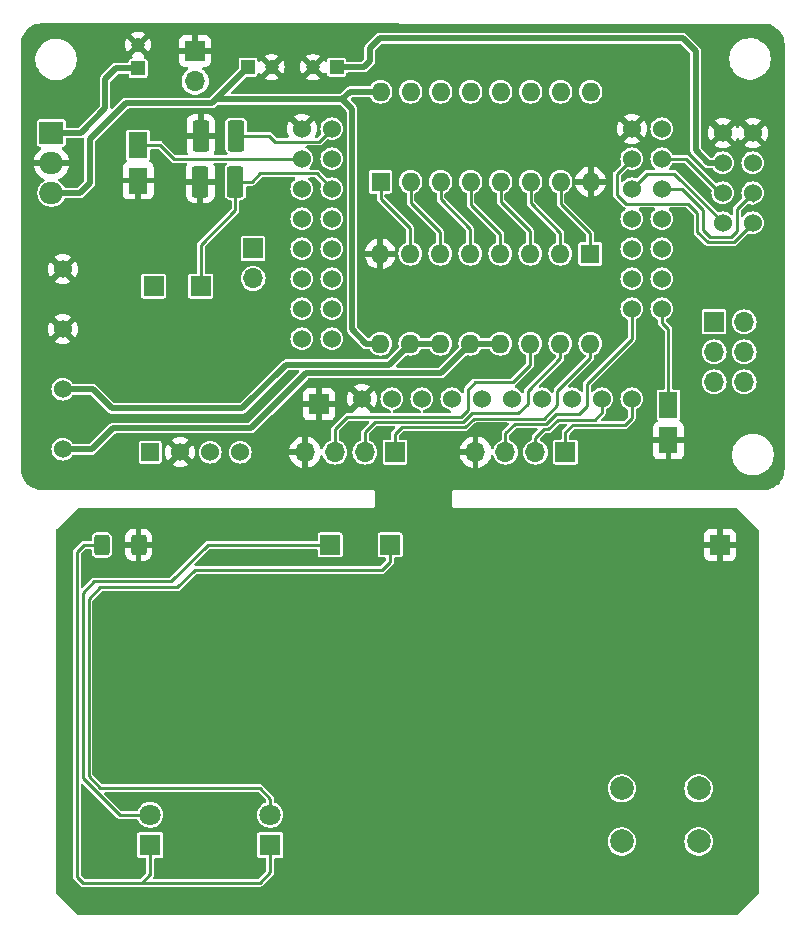
<source format=gbr>
%TF.GenerationSoftware,KiCad,Pcbnew,8.0.1*%
%TF.CreationDate,2024-04-01T21:08:37-04:00*%
%TF.ProjectId,esp32-node-board-40x65,65737033-322d-46e6-9f64-652d626f6172,rev?*%
%TF.SameCoordinates,Original*%
%TF.FileFunction,Copper,L1,Top*%
%TF.FilePolarity,Positive*%
%FSLAX46Y46*%
G04 Gerber Fmt 4.6, Leading zero omitted, Abs format (unit mm)*
G04 Created by KiCad (PCBNEW 8.0.1) date 2024-04-01 21:08:37*
%MOMM*%
%LPD*%
G01*
G04 APERTURE LIST*
G04 Aperture macros list*
%AMRoundRect*
0 Rectangle with rounded corners*
0 $1 Rounding radius*
0 $2 $3 $4 $5 $6 $7 $8 $9 X,Y pos of 4 corners*
0 Add a 4 corners polygon primitive as box body*
4,1,4,$2,$3,$4,$5,$6,$7,$8,$9,$2,$3,0*
0 Add four circle primitives for the rounded corners*
1,1,$1+$1,$2,$3*
1,1,$1+$1,$4,$5*
1,1,$1+$1,$6,$7*
1,1,$1+$1,$8,$9*
0 Add four rect primitives between the rounded corners*
20,1,$1+$1,$2,$3,$4,$5,0*
20,1,$1+$1,$4,$5,$6,$7,0*
20,1,$1+$1,$6,$7,$8,$9,0*
20,1,$1+$1,$8,$9,$2,$3,0*%
G04 Aperture macros list end*
%TA.AperFunction,ComponentPad*%
%ADD10R,1.700000X1.700000*%
%TD*%
%TA.AperFunction,ComponentPad*%
%ADD11R,1.800000X1.800000*%
%TD*%
%TA.AperFunction,ComponentPad*%
%ADD12C,1.800000*%
%TD*%
%TA.AperFunction,SMDPad,CuDef*%
%ADD13RoundRect,0.250000X-0.400000X-0.625000X0.400000X-0.625000X0.400000X0.625000X-0.400000X0.625000X0*%
%TD*%
%TA.AperFunction,ComponentPad*%
%ADD14C,2.000000*%
%TD*%
%TA.AperFunction,ComponentPad*%
%ADD15R,1.200000X1.200000*%
%TD*%
%TA.AperFunction,ComponentPad*%
%ADD16C,1.200000*%
%TD*%
%TA.AperFunction,SMDPad,CuDef*%
%ADD17RoundRect,0.250001X-0.462499X-1.074999X0.462499X-1.074999X0.462499X1.074999X-0.462499X1.074999X0*%
%TD*%
%TA.AperFunction,SMDPad,CuDef*%
%ADD18R,1.600000X2.200000*%
%TD*%
%TA.AperFunction,ComponentPad*%
%ADD19C,1.524000*%
%TD*%
%TA.AperFunction,ComponentPad*%
%ADD20R,1.600000X1.600000*%
%TD*%
%TA.AperFunction,ComponentPad*%
%ADD21O,1.600000X1.600000*%
%TD*%
%TA.AperFunction,ComponentPad*%
%ADD22O,1.700000X1.700000*%
%TD*%
%TA.AperFunction,ComponentPad*%
%ADD23R,1.524000X1.524000*%
%TD*%
%TA.AperFunction,ComponentPad*%
%ADD24R,2.000000X1.905000*%
%TD*%
%TA.AperFunction,ComponentPad*%
%ADD25O,2.000000X1.905000*%
%TD*%
%TA.AperFunction,Conductor*%
%ADD26C,0.250000*%
%TD*%
%TA.AperFunction,Conductor*%
%ADD27C,0.500000*%
%TD*%
G04 APERTURE END LIST*
D10*
%TO.P,J19,1,Pin_1*%
%TO.N,Net-(J19-Pin_1)*%
X111540000Y-84650000D03*
%TD*%
%TO.P,J18,1,Pin_1*%
%TO.N,/GPIO34*%
X95500000Y-62750000D03*
%TD*%
D11*
%TO.P,D6,1*%
%TO.N,Net-(D5-Pad1)*%
X101380000Y-110050000D03*
D12*
%TO.P,D6,2*%
%TO.N,Net-(J19-Pin_1)*%
X101380000Y-107510000D03*
%TD*%
D10*
%TO.P,J17,1,Pin_1*%
%TO.N,GND*%
X139480000Y-84650000D03*
%TD*%
%TO.P,J16,1,Pin_1*%
%TO.N,GND*%
X105500000Y-72750000D03*
%TD*%
D13*
%TO.P,R7,1*%
%TO.N,Net-(D5-Pad1)*%
X87130000Y-84650000D03*
%TO.P,R7,2*%
%TO.N,GND*%
X90230000Y-84650000D03*
%TD*%
D10*
%TO.P,J15,1,Pin_1*%
%TO.N,Net-(J15-Pin_1)*%
X106460000Y-84650000D03*
%TD*%
D11*
%TO.P,D5,1*%
%TO.N,Net-(D5-Pad1)*%
X91220000Y-110050000D03*
D12*
%TO.P,D5,2*%
%TO.N,Net-(J15-Pin_1)*%
X91220000Y-107510000D03*
%TD*%
D10*
%TO.P,J7,1,Pin_1*%
%TO.N,+3V3*%
X91500000Y-62750000D03*
%TD*%
D14*
%TO.P,SW1,1,1*%
%TO.N,unconnected-(SW1-Pad1)*%
X131150000Y-105260000D03*
X137650000Y-105260000D03*
%TO.P,SW1,2,2*%
%TO.N,unconnected-(SW1-Pad2)*%
X131150000Y-109760000D03*
X137650000Y-109760000D03*
%TD*%
D15*
%TO.P,C2,1*%
%TO.N,+3V3*%
X107000000Y-44200000D03*
D16*
%TO.P,C2,2*%
%TO.N,GND*%
X105000000Y-44200000D03*
%TD*%
D17*
%TO.P,D2,1,K*%
%TO.N,GND*%
X95465000Y-53900000D03*
%TO.P,D2,2,A*%
%TO.N,/GPIO34*%
X98440000Y-53900000D03*
%TD*%
D18*
%TO.P,C4,1*%
%TO.N,/EN*%
X90200000Y-50800000D03*
%TO.P,C4,2*%
%TO.N,GND*%
X90200000Y-53800000D03*
%TD*%
D19*
%TO.P,J1,*%
%TO.N,*%
X104060000Y-67200000D03*
X106600000Y-67200000D03*
%TO.P,J1,1,GND*%
%TO.N,GND*%
X104060000Y-49420000D03*
%TO.P,J1,2,VDD*%
%TO.N,+3V3*%
X106600000Y-49420000D03*
%TO.P,J1,3,EN*%
%TO.N,/EN*%
X104060000Y-51960000D03*
%TO.P,J1,4,SENSOR_VP*%
%TO.N,/GPIO36*%
X106600000Y-51960000D03*
%TO.P,J1,5,SENSOR_VN*%
%TO.N,/GPIO39*%
X104060000Y-54500000D03*
%TO.P,J1,6,IO34*%
%TO.N,/GPIO34*%
X106600000Y-54500000D03*
%TO.P,J1,7,IO35*%
%TO.N,/OUT3*%
X104060000Y-57040000D03*
%TO.P,J1,8,IO32*%
%TO.N,/GPIO32*%
X106600000Y-57040000D03*
%TO.P,J1,9,IO33*%
%TO.N,/SRCLK*%
X104060000Y-59580000D03*
%TO.P,J1,10,IO25*%
%TO.N,/DAC1*%
X106600000Y-59580000D03*
%TO.P,J1,11,IO26*%
%TO.N,/DAC2*%
X104060000Y-62120000D03*
%TO.P,J1,12,IO27*%
%TO.N,/GPIO27*%
X106600000Y-62120000D03*
%TO.P,J1,13,IO14*%
%TO.N,/SER*%
X104060000Y-64660000D03*
%TO.P,J1,14,IO12*%
%TO.N,/OUT2*%
X106600000Y-64660000D03*
%TO.P,J1,15,GND*%
%TO.N,GND*%
X109140000Y-72280000D03*
%TO.P,J1,16,IO13*%
%TO.N,/GPIO13*%
X111680000Y-72280000D03*
%TO.P,J1,17,SD2*%
%TO.N,/SD_DATA2*%
X114220000Y-72280000D03*
%TO.P,J1,18,SD3*%
%TO.N,/SD_DATA3*%
X116760000Y-72280000D03*
%TO.P,J1,19,CMD*%
%TO.N,/SD_CMD*%
X119300000Y-72280000D03*
%TO.P,J1,20,CLK*%
%TO.N,/SD_CLK*%
X121840000Y-72280000D03*
%TO.P,J1,21,SD0*%
%TO.N,/SD_DATA0*%
X124380000Y-72280000D03*
%TO.P,J1,22,SD1*%
%TO.N,/SD_DATA1*%
X126920000Y-72280000D03*
%TO.P,J1,23,IO15*%
%TO.N,/ADC2_CH3*%
X129460000Y-72280000D03*
%TO.P,J1,24,IO2*%
%TO.N,/ADC2_CH2*%
X132000000Y-72280000D03*
%TO.P,J1,25,IO0*%
%TO.N,/BOOT*%
X134540000Y-64660000D03*
%TO.P,J1,26,IO4*%
%TO.N,/ADC2_CH0*%
X132000000Y-64660000D03*
%TO.P,J1,27,IO16*%
%TO.N,/OUT1*%
X134540000Y-62120000D03*
%TO.P,J1,28,IO17*%
%TO.N,/GPIO17*%
X132000000Y-62120000D03*
%TO.P,J1,29,IO5*%
%TO.N,/GPIO5*%
X134540000Y-59580000D03*
%TO.P,J1,30,IO18*%
%TO.N,/GPIO18*%
X132000000Y-59580000D03*
%TO.P,J1,31,IO19*%
%TO.N,/GPIO19*%
X134540000Y-57040000D03*
%TO.P,J1,32*%
%TO.N,N/C*%
X132000000Y-57040000D03*
%TO.P,J1,33,SDA*%
%TO.N,/SDA*%
X134540000Y-54500000D03*
%TO.P,J1,34,RXD0*%
%TO.N,/RXD*%
X132000000Y-54500000D03*
%TO.P,J1,35,TXD0*%
%TO.N,/TXD*%
X134540000Y-51960000D03*
%TO.P,J1,36,SCL*%
%TO.N,/SCL*%
X132000000Y-51960000D03*
%TO.P,J1,37,IO23*%
%TO.N,/GPIO23*%
X134540000Y-49420000D03*
%TO.P,J1,38,GND*%
%TO.N,GND*%
X132000000Y-49420000D03*
%TD*%
D20*
%TO.P,U3,1,I1*%
%TO.N,/I6*%
X128475000Y-60000000D03*
D21*
%TO.P,U3,2,I2*%
%TO.N,/I3*%
X125935000Y-60000000D03*
%TO.P,U3,3,I3*%
%TO.N,/I5*%
X123395000Y-60000000D03*
%TO.P,U3,4,I4*%
X120855000Y-60000000D03*
%TO.P,U3,5,I5*%
%TO.N,/I7*%
X118315000Y-60000000D03*
%TO.P,U3,6,I6*%
X115775000Y-60000000D03*
%TO.P,U3,7,I7*%
%TO.N,/I1*%
X113235000Y-60000000D03*
%TO.P,U3,8,GND*%
%TO.N,GND*%
X110695000Y-60000000D03*
%TO.P,U3,9,COM*%
%TO.N,+5V*%
X110695000Y-67620000D03*
%TO.P,U3,10,O7*%
%TO.N,/SOURCE2*%
X113235000Y-67620000D03*
%TO.P,U3,11,O6*%
X115775000Y-67620000D03*
%TO.P,U3,12,O5*%
%TO.N,/SOURCE1*%
X118315000Y-67620000D03*
%TO.P,U3,13,O4*%
X120855000Y-67620000D03*
%TO.P,U3,14,O3*%
%TO.N,/SOURCE5*%
X123395000Y-67620000D03*
%TO.P,U3,15,O2*%
%TO.N,/SOURCE4*%
X125935000Y-67620000D03*
%TO.P,U3,16,O1*%
%TO.N,/SOURCE3*%
X128475000Y-67620000D03*
%TD*%
D19*
%TO.P,J9,1,Pin_1*%
%TO.N,GND*%
X83820000Y-61310000D03*
%TO.P,J9,2,Pin_2*%
X83820000Y-66390000D03*
%TD*%
D20*
%TO.P,U5,1,QB*%
%TO.N,/I1*%
X110725000Y-53900000D03*
D21*
%TO.P,U5,2,QC*%
%TO.N,/I7*%
X113265000Y-53900000D03*
%TO.P,U5,3,QD*%
X115805000Y-53900000D03*
%TO.P,U5,4,QE*%
%TO.N,/I5*%
X118345000Y-53900000D03*
%TO.P,U5,5,QF*%
X120885000Y-53900000D03*
%TO.P,U5,6,QG*%
%TO.N,/I3*%
X123425000Y-53900000D03*
%TO.P,U5,7,QH*%
%TO.N,/I6*%
X125965000Y-53900000D03*
%TO.P,U5,8,GND*%
%TO.N,GND*%
X128505000Y-53900000D03*
%TO.P,U5,9,QH'*%
%TO.N,unconnected-(U5-QH'-Pad9)*%
X128505000Y-46280000D03*
%TO.P,U5,10,~{SRCLR}*%
%TO.N,/SRCLR*%
X125965000Y-46280000D03*
%TO.P,U5,11,SRCLK*%
%TO.N,/SRCLK*%
X123425000Y-46280000D03*
%TO.P,U5,12,RCLK*%
%TO.N,/RCLK*%
X120885000Y-46280000D03*
%TO.P,U5,13,~{OE}*%
%TO.N,/OE*%
X118345000Y-46280000D03*
%TO.P,U5,14,SER*%
%TO.N,/SER*%
X115805000Y-46280000D03*
%TO.P,U5,15,QA*%
%TO.N,unconnected-(U5-QA-Pad15)*%
X113265000Y-46280000D03*
%TO.P,U5,16,VCC*%
%TO.N,+5V*%
X110725000Y-46280000D03*
%TD*%
D10*
%TO.P,J2,1,Pin_1*%
%TO.N,GND*%
X95025000Y-42850000D03*
D22*
%TO.P,J2,2,Pin_2*%
%TO.N,/VDC*%
X95025000Y-45390000D03*
%TD*%
D10*
%TO.P,J6,1,Pin_1*%
%TO.N,/SOURCE3*%
X111940000Y-76800000D03*
D22*
%TO.P,J6,2,Pin_2*%
%TO.N,/SOURCE4*%
X109400000Y-76800000D03*
%TO.P,J6,3,Pin_3*%
%TO.N,/SOURCE5*%
X106860000Y-76800000D03*
%TO.P,J6,4,Pin_4*%
%TO.N,GND*%
X104320000Y-76800000D03*
%TD*%
D10*
%TO.P,J10,1,Pin_1*%
%TO.N,/ADC2_CH2*%
X126380000Y-76800000D03*
D22*
%TO.P,J10,2,Pin_2*%
%TO.N,/ADC2_CH3*%
X123840000Y-76800000D03*
%TO.P,J10,3,Pin_3*%
%TO.N,/ADC2_CH0*%
X121300000Y-76800000D03*
%TO.P,J10,4,Pin_4*%
%TO.N,GND*%
X118760000Y-76800000D03*
%TD*%
D18*
%TO.P,C5,1*%
%TO.N,/BOOT*%
X135100000Y-72800000D03*
%TO.P,C5,2*%
%TO.N,GND*%
X135100000Y-75800000D03*
%TD*%
D15*
%TO.P,C3,1*%
%TO.N,+5V*%
X99500000Y-44200000D03*
D16*
%TO.P,C3,2*%
%TO.N,GND*%
X101500000Y-44200000D03*
%TD*%
D10*
%TO.P,J5,1,Pin_1*%
%TO.N,/DAC1*%
X99925000Y-59550000D03*
D22*
%TO.P,J5,2,Pin_2*%
%TO.N,/DAC2*%
X99925000Y-62090000D03*
%TD*%
D10*
%TO.P,J14,1,1*%
%TO.N,/GPIO5*%
X138960000Y-65760000D03*
D22*
%TO.P,J14,2,2*%
%TO.N,/GPIO18*%
X138960000Y-68300000D03*
%TO.P,J14,3,3*%
%TO.N,unconnected-(J14-Pad3)*%
X138960000Y-70840000D03*
%TO.P,J14,4,4*%
%TO.N,/GPIO23*%
X141500000Y-65760000D03*
%TO.P,J14,5,5*%
%TO.N,/GPIO19*%
X141500000Y-68300000D03*
%TO.P,J14,6,6*%
%TO.N,/GPIO17*%
X141500000Y-70840000D03*
%TD*%
D19*
%TO.P,J3,3V3,3V3*%
%TO.N,+3V3*%
X139700000Y-52310000D03*
%TO.P,J3,GND,GND*%
%TO.N,GND*%
X139700000Y-49770000D03*
%TO.P,J3,RXD,RXD*%
%TO.N,/RXD*%
X139700000Y-57390000D03*
%TO.P,J3,TXD,TXD*%
%TO.N,/TXD*%
X139700000Y-54850000D03*
%TD*%
D15*
%TO.P,C1,1*%
%TO.N,/VIN*%
X90200000Y-44300000D03*
D16*
%TO.P,C1,2*%
%TO.N,GND*%
X90200000Y-42300000D03*
%TD*%
D23*
%TO.P,U7,1,VDD*%
%TO.N,+3V3*%
X91220000Y-76800000D03*
D19*
%TO.P,U7,2,GND*%
%TO.N,GND*%
X93760000Y-76800000D03*
%TO.P,U7,3,SCL*%
%TO.N,/SCL*%
X96300000Y-76800000D03*
%TO.P,U7,4,SDA*%
%TO.N,/SDA*%
X98840000Y-76800000D03*
%TD*%
D24*
%TO.P,U4,1,IN*%
%TO.N,/VIN*%
X82855000Y-49770000D03*
D25*
%TO.P,U4,2,GND*%
%TO.N,GND*%
X82855000Y-52310000D03*
%TO.P,U4,3,OUT*%
%TO.N,+5V*%
X82855000Y-54850000D03*
%TD*%
D19*
%TO.P,J4,GND,GND*%
%TO.N,GND*%
X142240000Y-49770000D03*
%TO.P,J4,SCL,SCL*%
%TO.N,/SCL*%
X142240000Y-57390000D03*
%TO.P,J4,SDA,SDA*%
%TO.N,/SDA*%
X142240000Y-54850000D03*
%TO.P,J4,Vcc,VCC*%
%TO.N,+3V3*%
X142240000Y-52310000D03*
%TD*%
D17*
%TO.P,D1,1,K*%
%TO.N,GND*%
X95512500Y-50000000D03*
%TO.P,D1,2,A*%
%TO.N,+3V3*%
X98487500Y-50000000D03*
%TD*%
D19*
%TO.P,J8,1,Pin_1*%
%TO.N,/SOURCE2*%
X83820000Y-71470000D03*
%TO.P,J8,2,Pin_2*%
%TO.N,/SOURCE1*%
X83820000Y-76550000D03*
%TD*%
D26*
%TO.N,/GPIO34*%
X98440000Y-56310000D02*
X98440000Y-53900000D01*
X95500000Y-59250000D02*
X98440000Y-56310000D01*
X95500000Y-62750000D02*
X95500000Y-59250000D01*
%TO.N,Net-(J19-Pin_1)*%
X111540000Y-86070000D02*
X111540000Y-84650000D01*
X95000000Y-86750000D02*
X110860000Y-86750000D01*
X110860000Y-86750000D02*
X111540000Y-86070000D01*
X86000000Y-104250000D02*
X86000000Y-89250000D01*
X87000000Y-105250000D02*
X86000000Y-104250000D01*
X86000000Y-89250000D02*
X87000000Y-88250000D01*
X93500000Y-88250000D02*
X95000000Y-86750000D01*
X100500000Y-105250000D02*
X87000000Y-105250000D01*
X101380000Y-106130000D02*
X100500000Y-105250000D01*
X87000000Y-88250000D02*
X93500000Y-88250000D01*
X101380000Y-107510000D02*
X101380000Y-106130000D01*
%TO.N,Net-(J15-Pin_1)*%
X86500000Y-87750000D02*
X85500000Y-88750000D01*
X85500000Y-88750000D02*
X85500000Y-104386396D01*
X93000000Y-87750000D02*
X86500000Y-87750000D01*
X88623604Y-107510000D02*
X91220000Y-107510000D01*
X96100000Y-84650000D02*
X93000000Y-87750000D01*
X85500000Y-104386396D02*
X88623604Y-107510000D01*
X106460000Y-84650000D02*
X96100000Y-84650000D01*
%TO.N,Net-(D5-Pad1)*%
X100500000Y-113250000D02*
X90000000Y-113250000D01*
X90000000Y-113250000D02*
X85500000Y-113250000D01*
X90500000Y-113250000D02*
X90000000Y-113250000D01*
X101380000Y-112370000D02*
X100500000Y-113250000D01*
X101380000Y-110050000D02*
X101380000Y-112370000D01*
X85600000Y-84650000D02*
X87130000Y-84650000D01*
X85000000Y-85250000D02*
X85600000Y-84650000D01*
X85000000Y-112750000D02*
X85000000Y-85250000D01*
X91220000Y-112530000D02*
X90500000Y-113250000D01*
X91220000Y-110050000D02*
X91220000Y-112530000D01*
X85500000Y-113250000D02*
X85000000Y-112750000D01*
%TO.N,+3V3*%
X101250000Y-50000000D02*
X98487500Y-50000000D01*
X101757000Y-50507000D02*
X101250000Y-50000000D01*
X105513000Y-50507000D02*
X101757000Y-50507000D01*
X106600000Y-49420000D02*
X105513000Y-50507000D01*
%TO.N,/GPIO34*%
X100525000Y-53200000D02*
X99825000Y-53900000D01*
X99825000Y-53900000D02*
X98440000Y-53900000D01*
X106600000Y-54500000D02*
X105300000Y-53200000D01*
X105300000Y-53200000D02*
X100525000Y-53200000D01*
%TO.N,/EN*%
X93210000Y-51960000D02*
X92050000Y-50800000D01*
X92050000Y-50800000D02*
X90200000Y-50800000D01*
X104060000Y-51960000D02*
X93210000Y-51960000D01*
D27*
%TO.N,+5V*%
X85250000Y-54850000D02*
X82855000Y-54850000D01*
X86100000Y-54000000D02*
X85250000Y-54850000D01*
X96450000Y-47250000D02*
X89150000Y-47250000D01*
X86100000Y-50300000D02*
X86100000Y-54000000D01*
X96700000Y-47000000D02*
X96450000Y-47250000D01*
X89150000Y-47250000D02*
X86100000Y-50300000D01*
%TO.N,/SOURCE2*%
X99000000Y-73100000D02*
X102700000Y-69400000D01*
X111455000Y-69400000D02*
X113235000Y-67620000D01*
X88000000Y-73100000D02*
X99000000Y-73100000D01*
X86370000Y-71470000D02*
X88000000Y-73100000D01*
X83820000Y-71470000D02*
X86370000Y-71470000D01*
X102700000Y-69400000D02*
X111455000Y-69400000D01*
%TO.N,/SOURCE1*%
X115835000Y-70100000D02*
X118315000Y-67620000D01*
X104400000Y-70100000D02*
X115835000Y-70100000D01*
X99750000Y-74750000D02*
X104400000Y-70100000D01*
X88075000Y-74750000D02*
X99750000Y-74750000D01*
X86275000Y-76550000D02*
X88075000Y-74750000D01*
X83820000Y-76550000D02*
X86275000Y-76550000D01*
%TO.N,GND*%
X84210000Y-66000000D02*
X83820000Y-66390000D01*
%TO.N,+3V3*%
X109800000Y-43700000D02*
X109300000Y-44200000D01*
X138460000Y-52310000D02*
X137400000Y-51250000D01*
X109300000Y-44200000D02*
X107000000Y-44200000D01*
X109800000Y-42600000D02*
X109800000Y-43700000D01*
X137400000Y-51250000D02*
X137400000Y-42850000D01*
X137400000Y-42850000D02*
X136300000Y-41750000D01*
X139700000Y-52310000D02*
X138460000Y-52310000D01*
X110650000Y-41750000D02*
X109800000Y-42600000D01*
X136300000Y-41750000D02*
X110650000Y-41750000D01*
%TO.N,+5V*%
X107481599Y-46936599D02*
X108138198Y-46280000D01*
X108138198Y-46280000D02*
X110725000Y-46280000D01*
X108300000Y-47755000D02*
X107481599Y-46936599D01*
X96763401Y-46936599D02*
X96700000Y-47000000D01*
X107481599Y-46936599D02*
X96763401Y-46936599D01*
X108300000Y-66400000D02*
X108300000Y-47755000D01*
X99500000Y-44200000D02*
X96700000Y-47000000D01*
X109520000Y-67620000D02*
X108300000Y-66400000D01*
X110695000Y-67620000D02*
X109520000Y-67620000D01*
D26*
%TO.N,/RXD*%
X139700000Y-57350000D02*
X139700000Y-57390000D01*
X133250000Y-53250000D02*
X135600000Y-53250000D01*
X135600000Y-53250000D02*
X139700000Y-57350000D01*
X132000000Y-54500000D02*
X133250000Y-53250000D01*
X140300000Y-57450000D02*
X139300000Y-57450000D01*
%TO.N,/TXD*%
X136610000Y-51960000D02*
X134540000Y-51960000D01*
X134740000Y-51790000D02*
X134620000Y-51910000D01*
X139500000Y-54850000D02*
X136610000Y-51960000D01*
X139700000Y-54850000D02*
X139500000Y-54850000D01*
%TO.N,/SDA*%
X138590000Y-58550000D02*
X140400000Y-58550000D01*
X136213604Y-54500000D02*
X138000000Y-56286396D01*
X138000000Y-57960000D02*
X138590000Y-58550000D01*
X140900000Y-56190000D02*
X142240000Y-54850000D01*
X140900000Y-58050000D02*
X140900000Y-56190000D01*
X134540000Y-54500000D02*
X136213604Y-54500000D01*
X138000000Y-56286396D02*
X138000000Y-57960000D01*
X142240000Y-54850000D02*
X142240000Y-55510000D01*
X140400000Y-58550000D02*
X140900000Y-58050000D01*
%TO.N,/SCL*%
X137550000Y-58146396D02*
X138403604Y-59000000D01*
X131500000Y-55750000D02*
X136750000Y-55750000D01*
X140630000Y-59000000D02*
X142240000Y-57390000D01*
X136750000Y-55750000D02*
X137550000Y-56550000D01*
X137550000Y-56550000D02*
X137550000Y-58146396D01*
X130745000Y-54995000D02*
X131500000Y-55750000D01*
X130745000Y-53245000D02*
X130745000Y-54995000D01*
X132080000Y-51910000D02*
X130745000Y-53245000D01*
X138403604Y-59000000D02*
X140630000Y-59000000D01*
%TO.N,/EN*%
X103720000Y-52300000D02*
X104060000Y-51960000D01*
D27*
%TO.N,/SOURCE2*%
X113235000Y-67620000D02*
X115775000Y-67620000D01*
%TO.N,/SOURCE1*%
X118315000Y-67620000D02*
X120855000Y-67620000D01*
D26*
%TO.N,/SOURCE3*%
X128475000Y-67620000D02*
X128475000Y-68825000D01*
X125700000Y-72800000D02*
X124550000Y-73950000D01*
X111940000Y-75260000D02*
X111940000Y-76800000D01*
X124550000Y-73950000D02*
X118622792Y-73950000D01*
X128475000Y-68825000D02*
X125700000Y-71600000D01*
X125700000Y-71600000D02*
X125700000Y-72800000D01*
X117872792Y-74700000D02*
X112500000Y-74700000D01*
X112500000Y-74700000D02*
X111940000Y-75260000D01*
X118622792Y-73950000D02*
X117872792Y-74700000D01*
%TO.N,/ADC2_CH3*%
X128850000Y-74050000D02*
X129460000Y-73440000D01*
X125722792Y-74050000D02*
X128850000Y-74050000D01*
X129460000Y-73440000D02*
X129460000Y-72280000D01*
X123840000Y-76800000D02*
X123840000Y-75560000D01*
X123840000Y-75560000D02*
X124550000Y-74850000D01*
X124922792Y-74850000D02*
X125722792Y-74050000D01*
X124550000Y-74850000D02*
X124922792Y-74850000D01*
%TO.N,/ADC2_CH0*%
X121300000Y-75200000D02*
X122100000Y-74400000D01*
X124736396Y-74400000D02*
X125536396Y-73600000D01*
X125536396Y-73600000D02*
X127500000Y-73600000D01*
X132000000Y-67200000D02*
X132000000Y-64660000D01*
X127500000Y-73600000D02*
X128200000Y-72900000D01*
X128200000Y-71000000D02*
X132000000Y-67200000D01*
X122100000Y-74400000D02*
X124736396Y-74400000D01*
X128200000Y-72900000D02*
X128200000Y-71000000D01*
X121300000Y-76800000D02*
X121300000Y-75200000D01*
%TO.N,/ADC2_CH2*%
X126380000Y-75120000D02*
X127000000Y-74500000D01*
X132000000Y-73900000D02*
X132000000Y-72280000D01*
X127000000Y-74500000D02*
X131400000Y-74500000D01*
X131400000Y-74500000D02*
X132000000Y-73900000D01*
X126380000Y-76800000D02*
X126380000Y-75120000D01*
%TO.N,/BOOT*%
X134770000Y-64890000D02*
X134540000Y-64660000D01*
X134540000Y-65840000D02*
X135100000Y-66400000D01*
X135100000Y-66400000D02*
X135100000Y-72800000D01*
X134500000Y-64700000D02*
X134540000Y-64660000D01*
X134540000Y-64660000D02*
X134540000Y-65840000D01*
%TO.N,/SOURCE4*%
X125935000Y-67620000D02*
X125935000Y-68865000D01*
X117686396Y-74250000D02*
X110250000Y-74250000D01*
X118436396Y-73500000D02*
X117686396Y-74250000D01*
X109400000Y-75100000D02*
X109400000Y-76800000D01*
X125935000Y-68865000D02*
X123200000Y-71600000D01*
X123200000Y-72700000D02*
X122400000Y-73500000D01*
X123200000Y-71600000D02*
X123200000Y-72700000D01*
X122400000Y-73500000D02*
X118436396Y-73500000D01*
X110250000Y-74250000D02*
X109400000Y-75100000D01*
%TO.N,/SOURCE5*%
X123395000Y-69405000D02*
X121900000Y-70900000D01*
X118100000Y-73200000D02*
X117500000Y-73800000D01*
X106860000Y-74840000D02*
X106860000Y-76800000D01*
X121900000Y-70900000D02*
X118700000Y-70900000D01*
X118100000Y-71500000D02*
X118100000Y-73200000D01*
X123395000Y-67620000D02*
X123395000Y-69405000D01*
X107900000Y-73800000D02*
X106860000Y-74840000D01*
X118700000Y-70900000D02*
X118100000Y-71500000D01*
X117500000Y-73800000D02*
X107900000Y-73800000D01*
%TO.N,/SRCLK*%
X103970000Y-59530000D02*
X104140000Y-59530000D01*
%TO.N,/I3*%
X123425000Y-55725000D02*
X125935000Y-58235000D01*
X123425000Y-53900000D02*
X123425000Y-55725000D01*
X125935000Y-58235000D02*
X125935000Y-60000000D01*
%TO.N,/I6*%
X128475000Y-58275000D02*
X128475000Y-60000000D01*
X125965000Y-53900000D02*
X125965000Y-55765000D01*
X125965000Y-55765000D02*
X128475000Y-58275000D01*
%TO.N,/I7*%
X113265000Y-55665000D02*
X115775000Y-58175000D01*
X115775000Y-58175000D02*
X115775000Y-60000000D01*
X115805000Y-55405000D02*
X118315000Y-57915000D01*
X118315000Y-57915000D02*
X118315000Y-60000000D01*
X113265000Y-53900000D02*
X113265000Y-55665000D01*
X115805000Y-53900000D02*
X115805000Y-55405000D01*
%TO.N,/I5*%
X123395000Y-58095000D02*
X123395000Y-60000000D01*
X120885000Y-53900000D02*
X120885000Y-55585000D01*
X118345000Y-53900000D02*
X118345000Y-55845000D01*
X120885000Y-55585000D02*
X123395000Y-58095000D01*
X120855000Y-58355000D02*
X120855000Y-60000000D01*
X118345000Y-55845000D02*
X120855000Y-58355000D01*
D27*
%TO.N,/VIN*%
X85330000Y-49770000D02*
X87400000Y-47700000D01*
X88300000Y-44300000D02*
X90200000Y-44300000D01*
X87400000Y-45200000D02*
X88300000Y-44300000D01*
X87400000Y-47700000D02*
X87400000Y-45200000D01*
X82855000Y-49770000D02*
X85330000Y-49770000D01*
D26*
%TO.N,/I1*%
X110725000Y-53900000D02*
X110725000Y-55325000D01*
X110725000Y-55325000D02*
X113235000Y-57835000D01*
X113235000Y-57835000D02*
X113235000Y-60000000D01*
%TD*%
%TA.AperFunction,Conductor*%
%TO.N,GND*%
G36*
X85563259Y-50194270D02*
G01*
X85621121Y-50233434D01*
X85648623Y-50297663D01*
X85649500Y-50312381D01*
X85649500Y-53762035D01*
X85629815Y-53829074D01*
X85613181Y-53849716D01*
X85099716Y-54363181D01*
X85038393Y-54396666D01*
X85012035Y-54399500D01*
X84042989Y-54399500D01*
X83975950Y-54379815D01*
X83932504Y-54331795D01*
X83888633Y-54245695D01*
X83882102Y-54236706D01*
X83781959Y-54098871D01*
X83653629Y-53970541D01*
X83541003Y-53888713D01*
X83506802Y-53863864D01*
X83496377Y-53858553D01*
X83445581Y-53810580D01*
X83428785Y-53742759D01*
X83451322Y-53676624D01*
X83496376Y-53637583D01*
X83663776Y-53552288D01*
X83848742Y-53417902D01*
X84010402Y-53256242D01*
X84144788Y-53071276D01*
X84248582Y-52867570D01*
X84319234Y-52650128D01*
X84333509Y-52560000D01*
X83345748Y-52560000D01*
X83367518Y-52522292D01*
X83405000Y-52382409D01*
X83405000Y-52237591D01*
X83367518Y-52097708D01*
X83345748Y-52060000D01*
X84333509Y-52060000D01*
X84319234Y-51969871D01*
X84248582Y-51752429D01*
X84144788Y-51548723D01*
X84010402Y-51363757D01*
X83848742Y-51202097D01*
X83848736Y-51202092D01*
X83773346Y-51147318D01*
X83730680Y-51091988D01*
X83724701Y-51022375D01*
X83757307Y-50960580D01*
X83818145Y-50926223D01*
X83846231Y-50923000D01*
X83874750Y-50923000D01*
X83874751Y-50922999D01*
X83889568Y-50920052D01*
X83933229Y-50911368D01*
X83933229Y-50911367D01*
X83933231Y-50911367D01*
X83999552Y-50867052D01*
X84043867Y-50800731D01*
X84043867Y-50800729D01*
X84043868Y-50800729D01*
X84055499Y-50742252D01*
X84055500Y-50742250D01*
X84055500Y-50344500D01*
X84075185Y-50277461D01*
X84127989Y-50231706D01*
X84179500Y-50220500D01*
X85389308Y-50220500D01*
X85389309Y-50220500D01*
X85479673Y-50196286D01*
X85493412Y-50192605D01*
X85563259Y-50194270D01*
G37*
%TD.AperFunction*%
%TA.AperFunction,Conductor*%
G36*
X143130919Y-40514701D02*
G01*
X143131061Y-40514714D01*
X143141618Y-40514714D01*
X143181366Y-40514714D01*
X143190211Y-40515030D01*
X143227182Y-40517674D01*
X143425930Y-40531887D01*
X143443426Y-40534403D01*
X143670014Y-40583692D01*
X143686986Y-40588676D01*
X143904260Y-40669714D01*
X143920332Y-40677054D01*
X144115351Y-40783542D01*
X144123858Y-40788187D01*
X144138741Y-40797752D01*
X144324369Y-40936711D01*
X144337740Y-40948297D01*
X144501702Y-41112259D01*
X144513288Y-41125630D01*
X144652247Y-41311258D01*
X144661812Y-41326141D01*
X144696414Y-41389510D01*
X144769431Y-41523231D01*
X144772940Y-41529656D01*
X144780288Y-41545746D01*
X144784355Y-41556649D01*
X144861323Y-41763013D01*
X144866307Y-41779989D01*
X144915594Y-42006564D01*
X144918112Y-42024075D01*
X144934970Y-42259792D01*
X144935286Y-42268638D01*
X144935286Y-78231361D01*
X144934970Y-78240207D01*
X144918112Y-78475924D01*
X144915594Y-78493435D01*
X144866307Y-78720010D01*
X144861323Y-78736986D01*
X144780290Y-78954249D01*
X144772940Y-78970343D01*
X144661812Y-79173858D01*
X144652247Y-79188741D01*
X144513288Y-79374369D01*
X144501702Y-79387740D01*
X144337740Y-79551702D01*
X144324369Y-79563288D01*
X144138741Y-79702247D01*
X144123858Y-79711812D01*
X143920343Y-79822940D01*
X143904249Y-79830290D01*
X143686986Y-79911323D01*
X143670011Y-79916307D01*
X143443437Y-79965594D01*
X143425924Y-79968112D01*
X143190193Y-79984970D01*
X143181348Y-79985286D01*
X143131437Y-79985286D01*
X143131096Y-79985314D01*
X116999777Y-79999500D01*
X116950128Y-79999500D01*
X116950074Y-79999510D01*
X116904096Y-80018584D01*
X116904038Y-80018608D01*
X116858086Y-80037642D01*
X116857998Y-80037701D01*
X116822819Y-80072919D01*
X116822772Y-80072966D01*
X116787625Y-80108112D01*
X116787564Y-80108203D01*
X116768529Y-80154229D01*
X116768505Y-80154287D01*
X116749497Y-80200178D01*
X116749472Y-80200303D01*
X116749499Y-80250107D01*
X116749500Y-80250136D01*
X116749500Y-81200172D01*
X116749500Y-81299828D01*
X116787636Y-81391897D01*
X116858103Y-81462364D01*
X116950172Y-81500500D01*
X140844877Y-81500500D01*
X140911916Y-81520185D01*
X140932558Y-81536819D01*
X142713181Y-83317442D01*
X142746666Y-83378765D01*
X142749500Y-83405123D01*
X142749500Y-114094877D01*
X142729815Y-114161916D01*
X142713181Y-114182558D01*
X140932558Y-115963181D01*
X140871235Y-115996666D01*
X140844877Y-115999500D01*
X85155123Y-115999500D01*
X85088084Y-115979815D01*
X85067442Y-115963181D01*
X83286819Y-114182558D01*
X83253334Y-114121235D01*
X83250500Y-114094877D01*
X83250500Y-112792852D01*
X84674500Y-112792852D01*
X84696682Y-112875640D01*
X84703923Y-112888181D01*
X84739535Y-112949862D01*
X84739536Y-112949863D01*
X84739537Y-112949864D01*
X85235194Y-113445520D01*
X85235204Y-113445531D01*
X85239534Y-113449861D01*
X85239535Y-113449862D01*
X85300138Y-113510465D01*
X85337250Y-113531891D01*
X85337252Y-113531893D01*
X85365428Y-113548160D01*
X85374361Y-113553318D01*
X85457147Y-113575500D01*
X85457149Y-113575500D01*
X100542851Y-113575500D01*
X100542853Y-113575500D01*
X100625639Y-113553318D01*
X100699862Y-113510465D01*
X101640465Y-112569862D01*
X101683318Y-112495639D01*
X101705500Y-112412853D01*
X101705500Y-112327147D01*
X101705500Y-111274500D01*
X101725185Y-111207461D01*
X101777989Y-111161706D01*
X101829500Y-111150500D01*
X102299750Y-111150500D01*
X102299751Y-111150499D01*
X102314568Y-111147552D01*
X102358229Y-111138868D01*
X102358229Y-111138867D01*
X102358231Y-111138867D01*
X102424552Y-111094552D01*
X102468867Y-111028231D01*
X102468867Y-111028229D01*
X102468868Y-111028229D01*
X102480499Y-110969752D01*
X102480500Y-110969750D01*
X102480500Y-109760000D01*
X129944357Y-109760000D01*
X129964884Y-109981535D01*
X129964885Y-109981537D01*
X130025769Y-110195523D01*
X130025775Y-110195538D01*
X130124938Y-110394683D01*
X130124943Y-110394691D01*
X130259020Y-110572238D01*
X130423437Y-110722123D01*
X130423439Y-110722125D01*
X130612595Y-110839245D01*
X130612596Y-110839245D01*
X130612599Y-110839247D01*
X130820060Y-110919618D01*
X131038757Y-110960500D01*
X131038759Y-110960500D01*
X131261241Y-110960500D01*
X131261243Y-110960500D01*
X131479940Y-110919618D01*
X131687401Y-110839247D01*
X131876562Y-110722124D01*
X132040981Y-110572236D01*
X132175058Y-110394689D01*
X132274229Y-110195528D01*
X132335115Y-109981536D01*
X132355643Y-109760000D01*
X136444357Y-109760000D01*
X136464884Y-109981535D01*
X136464885Y-109981537D01*
X136525769Y-110195523D01*
X136525775Y-110195538D01*
X136624938Y-110394683D01*
X136624943Y-110394691D01*
X136759020Y-110572238D01*
X136923437Y-110722123D01*
X136923439Y-110722125D01*
X137112595Y-110839245D01*
X137112596Y-110839245D01*
X137112599Y-110839247D01*
X137320060Y-110919618D01*
X137538757Y-110960500D01*
X137538759Y-110960500D01*
X137761241Y-110960500D01*
X137761243Y-110960500D01*
X137979940Y-110919618D01*
X138187401Y-110839247D01*
X138376562Y-110722124D01*
X138540981Y-110572236D01*
X138675058Y-110394689D01*
X138774229Y-110195528D01*
X138835115Y-109981536D01*
X138855643Y-109760000D01*
X138835115Y-109538464D01*
X138774229Y-109324472D01*
X138774224Y-109324461D01*
X138675061Y-109125316D01*
X138675056Y-109125308D01*
X138540979Y-108947761D01*
X138376562Y-108797876D01*
X138376560Y-108797874D01*
X138187404Y-108680754D01*
X138187398Y-108680752D01*
X137979940Y-108600382D01*
X137761243Y-108559500D01*
X137538757Y-108559500D01*
X137320060Y-108600382D01*
X137188864Y-108651207D01*
X137112601Y-108680752D01*
X137112595Y-108680754D01*
X136923439Y-108797874D01*
X136923437Y-108797876D01*
X136759020Y-108947761D01*
X136624943Y-109125308D01*
X136624938Y-109125316D01*
X136525775Y-109324461D01*
X136525769Y-109324476D01*
X136464885Y-109538462D01*
X136464884Y-109538464D01*
X136444357Y-109759999D01*
X136444357Y-109760000D01*
X132355643Y-109760000D01*
X132335115Y-109538464D01*
X132274229Y-109324472D01*
X132274224Y-109324461D01*
X132175061Y-109125316D01*
X132175056Y-109125308D01*
X132040979Y-108947761D01*
X131876562Y-108797876D01*
X131876560Y-108797874D01*
X131687404Y-108680754D01*
X131687398Y-108680752D01*
X131479940Y-108600382D01*
X131261243Y-108559500D01*
X131038757Y-108559500D01*
X130820060Y-108600382D01*
X130688864Y-108651207D01*
X130612601Y-108680752D01*
X130612595Y-108680754D01*
X130423439Y-108797874D01*
X130423437Y-108797876D01*
X130259020Y-108947761D01*
X130124943Y-109125308D01*
X130124938Y-109125316D01*
X130025775Y-109324461D01*
X130025769Y-109324476D01*
X129964885Y-109538462D01*
X129964884Y-109538464D01*
X129944357Y-109759999D01*
X129944357Y-109760000D01*
X102480500Y-109760000D01*
X102480500Y-109130249D01*
X102480499Y-109130247D01*
X102468868Y-109071770D01*
X102468867Y-109071769D01*
X102424552Y-109005447D01*
X102358230Y-108961132D01*
X102358229Y-108961131D01*
X102299752Y-108949500D01*
X102299748Y-108949500D01*
X100460252Y-108949500D01*
X100460247Y-108949500D01*
X100401770Y-108961131D01*
X100401769Y-108961132D01*
X100335447Y-109005447D01*
X100291132Y-109071769D01*
X100291131Y-109071770D01*
X100279500Y-109130247D01*
X100279500Y-110969752D01*
X100291131Y-111028229D01*
X100291132Y-111028230D01*
X100335447Y-111094552D01*
X100401769Y-111138867D01*
X100401770Y-111138868D01*
X100460247Y-111150499D01*
X100460250Y-111150500D01*
X100460252Y-111150500D01*
X100930500Y-111150500D01*
X100997539Y-111170185D01*
X101043294Y-111222989D01*
X101054500Y-111274500D01*
X101054500Y-112183811D01*
X101034815Y-112250850D01*
X101018181Y-112271492D01*
X100401492Y-112888181D01*
X100340169Y-112921666D01*
X100313811Y-112924500D01*
X91582561Y-112924500D01*
X91515522Y-112904815D01*
X91469767Y-112852011D01*
X91459823Y-112782853D01*
X91478635Y-112738190D01*
X91476401Y-112736901D01*
X91513111Y-112673318D01*
X91513112Y-112673316D01*
X91523317Y-112655640D01*
X91523318Y-112655639D01*
X91545501Y-112572853D01*
X91545501Y-112487147D01*
X91545501Y-112479552D01*
X91545500Y-112479534D01*
X91545500Y-111274500D01*
X91565185Y-111207461D01*
X91617989Y-111161706D01*
X91669500Y-111150500D01*
X92139750Y-111150500D01*
X92139751Y-111150499D01*
X92154568Y-111147552D01*
X92198229Y-111138868D01*
X92198229Y-111138867D01*
X92198231Y-111138867D01*
X92264552Y-111094552D01*
X92308867Y-111028231D01*
X92308867Y-111028229D01*
X92308868Y-111028229D01*
X92320499Y-110969752D01*
X92320500Y-110969750D01*
X92320500Y-109130249D01*
X92320499Y-109130247D01*
X92308868Y-109071770D01*
X92308867Y-109071769D01*
X92264552Y-109005447D01*
X92198230Y-108961132D01*
X92198229Y-108961131D01*
X92139752Y-108949500D01*
X92139748Y-108949500D01*
X90300252Y-108949500D01*
X90300247Y-108949500D01*
X90241770Y-108961131D01*
X90241769Y-108961132D01*
X90175447Y-109005447D01*
X90131132Y-109071769D01*
X90131131Y-109071770D01*
X90119500Y-109130247D01*
X90119500Y-110969752D01*
X90131131Y-111028229D01*
X90131132Y-111028230D01*
X90175447Y-111094552D01*
X90241769Y-111138867D01*
X90241770Y-111138868D01*
X90300247Y-111150499D01*
X90300250Y-111150500D01*
X90300252Y-111150500D01*
X90770500Y-111150500D01*
X90837539Y-111170185D01*
X90883294Y-111222989D01*
X90894500Y-111274500D01*
X90894500Y-112343811D01*
X90874815Y-112410850D01*
X90858181Y-112431492D01*
X90401492Y-112888181D01*
X90340169Y-112921666D01*
X90313811Y-112924500D01*
X85686188Y-112924500D01*
X85619149Y-112904815D01*
X85598507Y-112888181D01*
X85361819Y-112651492D01*
X85328334Y-112590169D01*
X85325500Y-112563811D01*
X85325500Y-104971585D01*
X85345185Y-104904546D01*
X85397989Y-104858791D01*
X85467147Y-104848847D01*
X85530703Y-104877872D01*
X85537181Y-104883904D01*
X88423742Y-107770465D01*
X88497965Y-107813318D01*
X88580751Y-107835500D01*
X88666457Y-107835500D01*
X90075917Y-107835500D01*
X90142956Y-107855185D01*
X90186917Y-107904229D01*
X90280325Y-108091819D01*
X90403237Y-108254581D01*
X90553958Y-108391980D01*
X90553960Y-108391982D01*
X90653141Y-108453392D01*
X90727363Y-108499348D01*
X90917544Y-108573024D01*
X91118024Y-108610500D01*
X91118026Y-108610500D01*
X91321974Y-108610500D01*
X91321976Y-108610500D01*
X91522456Y-108573024D01*
X91712637Y-108499348D01*
X91886041Y-108391981D01*
X92036764Y-108254579D01*
X92159673Y-108091821D01*
X92250582Y-107909250D01*
X92306397Y-107713083D01*
X92325215Y-107510000D01*
X92306397Y-107306917D01*
X92250582Y-107110750D01*
X92159673Y-106928179D01*
X92036764Y-106765421D01*
X92036762Y-106765418D01*
X91886041Y-106628019D01*
X91886039Y-106628017D01*
X91712642Y-106520655D01*
X91712639Y-106520653D01*
X91712637Y-106520652D01*
X91712636Y-106520651D01*
X91712635Y-106520651D01*
X91617392Y-106483754D01*
X91522456Y-106446976D01*
X91321976Y-106409500D01*
X91118024Y-106409500D01*
X90917544Y-106446976D01*
X90917541Y-106446976D01*
X90917541Y-106446977D01*
X90727364Y-106520651D01*
X90727357Y-106520655D01*
X90553960Y-106628017D01*
X90553958Y-106628019D01*
X90403237Y-106765418D01*
X90280325Y-106928180D01*
X90186917Y-107115771D01*
X90139414Y-107167009D01*
X90075917Y-107184500D01*
X88809793Y-107184500D01*
X88742754Y-107164815D01*
X88722112Y-107148181D01*
X87361112Y-105787181D01*
X87327627Y-105725858D01*
X87332611Y-105656166D01*
X87374483Y-105600233D01*
X87439947Y-105575816D01*
X87448793Y-105575500D01*
X100313811Y-105575500D01*
X100380850Y-105595185D01*
X100401492Y-105611819D01*
X101018181Y-106228508D01*
X101051666Y-106289831D01*
X101054500Y-106316189D01*
X101054500Y-106370960D01*
X101034815Y-106437999D01*
X100982011Y-106483754D01*
X100975294Y-106486586D01*
X100887374Y-106520646D01*
X100887359Y-106520653D01*
X100713960Y-106628017D01*
X100713958Y-106628019D01*
X100563237Y-106765418D01*
X100440327Y-106928178D01*
X100349422Y-107110739D01*
X100349417Y-107110752D01*
X100293602Y-107306917D01*
X100274785Y-107509999D01*
X100274785Y-107510000D01*
X100293602Y-107713082D01*
X100349417Y-107909247D01*
X100349422Y-107909260D01*
X100440327Y-108091821D01*
X100563237Y-108254581D01*
X100713958Y-108391980D01*
X100713960Y-108391982D01*
X100813141Y-108453392D01*
X100887363Y-108499348D01*
X101077544Y-108573024D01*
X101278024Y-108610500D01*
X101278026Y-108610500D01*
X101481974Y-108610500D01*
X101481976Y-108610500D01*
X101682456Y-108573024D01*
X101872637Y-108499348D01*
X102046041Y-108391981D01*
X102196764Y-108254579D01*
X102319673Y-108091821D01*
X102410582Y-107909250D01*
X102466397Y-107713083D01*
X102485215Y-107510000D01*
X102466397Y-107306917D01*
X102410582Y-107110750D01*
X102319673Y-106928179D01*
X102196764Y-106765421D01*
X102196762Y-106765418D01*
X102046041Y-106628019D01*
X102046039Y-106628017D01*
X101872640Y-106520653D01*
X101872625Y-106520646D01*
X101784706Y-106486586D01*
X101729304Y-106444014D01*
X101705714Y-106378247D01*
X101705500Y-106370960D01*
X101705500Y-106087149D01*
X101705500Y-106087147D01*
X101683318Y-106004362D01*
X101683318Y-106004361D01*
X101640465Y-105930138D01*
X100970327Y-105260000D01*
X129944357Y-105260000D01*
X129964884Y-105481535D01*
X129964885Y-105481537D01*
X130025769Y-105695523D01*
X130025775Y-105695538D01*
X130124938Y-105894683D01*
X130124943Y-105894691D01*
X130259020Y-106072238D01*
X130423437Y-106222123D01*
X130423439Y-106222125D01*
X130612595Y-106339245D01*
X130612596Y-106339245D01*
X130612599Y-106339247D01*
X130820060Y-106419618D01*
X131038757Y-106460500D01*
X131038759Y-106460500D01*
X131261241Y-106460500D01*
X131261243Y-106460500D01*
X131479940Y-106419618D01*
X131687401Y-106339247D01*
X131876562Y-106222124D01*
X132024622Y-106087149D01*
X132040979Y-106072238D01*
X132092237Y-106004362D01*
X132175058Y-105894689D01*
X132274229Y-105695528D01*
X132335115Y-105481536D01*
X132355643Y-105260000D01*
X136444357Y-105260000D01*
X136464884Y-105481535D01*
X136464885Y-105481537D01*
X136525769Y-105695523D01*
X136525775Y-105695538D01*
X136624938Y-105894683D01*
X136624943Y-105894691D01*
X136759020Y-106072238D01*
X136923437Y-106222123D01*
X136923439Y-106222125D01*
X137112595Y-106339245D01*
X137112596Y-106339245D01*
X137112599Y-106339247D01*
X137320060Y-106419618D01*
X137538757Y-106460500D01*
X137538759Y-106460500D01*
X137761241Y-106460500D01*
X137761243Y-106460500D01*
X137979940Y-106419618D01*
X138187401Y-106339247D01*
X138376562Y-106222124D01*
X138524622Y-106087149D01*
X138540979Y-106072238D01*
X138592237Y-106004362D01*
X138675058Y-105894689D01*
X138774229Y-105695528D01*
X138835115Y-105481536D01*
X138855643Y-105260000D01*
X138835115Y-105038464D01*
X138774229Y-104824472D01*
X138698418Y-104672223D01*
X138675061Y-104625316D01*
X138675056Y-104625308D01*
X138540979Y-104447761D01*
X138376562Y-104297876D01*
X138376560Y-104297874D01*
X138187404Y-104180754D01*
X138187398Y-104180752D01*
X137979940Y-104100382D01*
X137761243Y-104059500D01*
X137538757Y-104059500D01*
X137320060Y-104100382D01*
X137188864Y-104151207D01*
X137112601Y-104180752D01*
X137112595Y-104180754D01*
X136923439Y-104297874D01*
X136923437Y-104297876D01*
X136759020Y-104447761D01*
X136624943Y-104625308D01*
X136624938Y-104625316D01*
X136525775Y-104824461D01*
X136525769Y-104824476D01*
X136464885Y-105038462D01*
X136464884Y-105038464D01*
X136444357Y-105259999D01*
X136444357Y-105260000D01*
X132355643Y-105260000D01*
X132335115Y-105038464D01*
X132274229Y-104824472D01*
X132198418Y-104672223D01*
X132175061Y-104625316D01*
X132175056Y-104625308D01*
X132040979Y-104447761D01*
X131876562Y-104297876D01*
X131876560Y-104297874D01*
X131687404Y-104180754D01*
X131687398Y-104180752D01*
X131479940Y-104100382D01*
X131261243Y-104059500D01*
X131038757Y-104059500D01*
X130820060Y-104100382D01*
X130688864Y-104151207D01*
X130612601Y-104180752D01*
X130612595Y-104180754D01*
X130423439Y-104297874D01*
X130423437Y-104297876D01*
X130259020Y-104447761D01*
X130124943Y-104625308D01*
X130124938Y-104625316D01*
X130025775Y-104824461D01*
X130025769Y-104824476D01*
X129964885Y-105038462D01*
X129964884Y-105038464D01*
X129944357Y-105259999D01*
X129944357Y-105260000D01*
X100970327Y-105260000D01*
X100699862Y-104989535D01*
X100662750Y-104968108D01*
X100625640Y-104946682D01*
X100584246Y-104935591D01*
X100542853Y-104924500D01*
X100542852Y-104924500D01*
X87186188Y-104924500D01*
X87119149Y-104904815D01*
X87098507Y-104888181D01*
X86361819Y-104151492D01*
X86328334Y-104090169D01*
X86325500Y-104063811D01*
X86325500Y-89436188D01*
X86345185Y-89369149D01*
X86361819Y-89348507D01*
X87098507Y-88611819D01*
X87159830Y-88578334D01*
X87186188Y-88575500D01*
X93542851Y-88575500D01*
X93542853Y-88575500D01*
X93625639Y-88553318D01*
X93699862Y-88510465D01*
X95098508Y-87111819D01*
X95159831Y-87078334D01*
X95186189Y-87075500D01*
X110902851Y-87075500D01*
X110902853Y-87075500D01*
X110985639Y-87053318D01*
X111059862Y-87010465D01*
X111800465Y-86269862D01*
X111843318Y-86195639D01*
X111865500Y-86112853D01*
X111865500Y-86027147D01*
X111865500Y-85824500D01*
X111885185Y-85757461D01*
X111937989Y-85711706D01*
X111989500Y-85700500D01*
X112409750Y-85700500D01*
X112409751Y-85700499D01*
X112424568Y-85697552D01*
X112468229Y-85688868D01*
X112468229Y-85688867D01*
X112468231Y-85688867D01*
X112534552Y-85644552D01*
X112578867Y-85578231D01*
X112578867Y-85578229D01*
X112578868Y-85578229D01*
X112584912Y-85547844D01*
X138130000Y-85547844D01*
X138136401Y-85607372D01*
X138136403Y-85607379D01*
X138186645Y-85742086D01*
X138186649Y-85742093D01*
X138272809Y-85857187D01*
X138272812Y-85857190D01*
X138387906Y-85943350D01*
X138387913Y-85943354D01*
X138522620Y-85993596D01*
X138522627Y-85993598D01*
X138582155Y-85999999D01*
X138582172Y-86000000D01*
X139230000Y-86000000D01*
X139230000Y-85083012D01*
X139287007Y-85115925D01*
X139414174Y-85150000D01*
X139545826Y-85150000D01*
X139672993Y-85115925D01*
X139730000Y-85083012D01*
X139730000Y-86000000D01*
X140377828Y-86000000D01*
X140377844Y-85999999D01*
X140437372Y-85993598D01*
X140437379Y-85993596D01*
X140572086Y-85943354D01*
X140572093Y-85943350D01*
X140687187Y-85857190D01*
X140687190Y-85857187D01*
X140773350Y-85742093D01*
X140773354Y-85742086D01*
X140823596Y-85607379D01*
X140823598Y-85607372D01*
X140829999Y-85547844D01*
X140830000Y-85547827D01*
X140830000Y-84900000D01*
X139913012Y-84900000D01*
X139945925Y-84842993D01*
X139980000Y-84715826D01*
X139980000Y-84584174D01*
X139945925Y-84457007D01*
X139913012Y-84400000D01*
X140830000Y-84400000D01*
X140830000Y-83752172D01*
X140829999Y-83752155D01*
X140823598Y-83692627D01*
X140823596Y-83692620D01*
X140773354Y-83557913D01*
X140773350Y-83557906D01*
X140687190Y-83442812D01*
X140687187Y-83442809D01*
X140572093Y-83356649D01*
X140572086Y-83356645D01*
X140437379Y-83306403D01*
X140437372Y-83306401D01*
X140377844Y-83300000D01*
X139730000Y-83300000D01*
X139730000Y-84216988D01*
X139672993Y-84184075D01*
X139545826Y-84150000D01*
X139414174Y-84150000D01*
X139287007Y-84184075D01*
X139230000Y-84216988D01*
X139230000Y-83300000D01*
X138582155Y-83300000D01*
X138522627Y-83306401D01*
X138522620Y-83306403D01*
X138387913Y-83356645D01*
X138387906Y-83356649D01*
X138272812Y-83442809D01*
X138272809Y-83442812D01*
X138186649Y-83557906D01*
X138186645Y-83557913D01*
X138136403Y-83692620D01*
X138136401Y-83692627D01*
X138130000Y-83752155D01*
X138130000Y-84400000D01*
X139046988Y-84400000D01*
X139014075Y-84457007D01*
X138980000Y-84584174D01*
X138980000Y-84715826D01*
X139014075Y-84842993D01*
X139046988Y-84900000D01*
X138130000Y-84900000D01*
X138130000Y-85547844D01*
X112584912Y-85547844D01*
X112590499Y-85519752D01*
X112590500Y-85519750D01*
X112590500Y-83780249D01*
X112590499Y-83780247D01*
X112578868Y-83721770D01*
X112578867Y-83721769D01*
X112534552Y-83655447D01*
X112468230Y-83611132D01*
X112468229Y-83611131D01*
X112409752Y-83599500D01*
X112409748Y-83599500D01*
X110670252Y-83599500D01*
X110670247Y-83599500D01*
X110611770Y-83611131D01*
X110611769Y-83611132D01*
X110545447Y-83655447D01*
X110501132Y-83721769D01*
X110501131Y-83721770D01*
X110489500Y-83780247D01*
X110489500Y-85519752D01*
X110501131Y-85578229D01*
X110501132Y-85578230D01*
X110545447Y-85644552D01*
X110611769Y-85688867D01*
X110611770Y-85688868D01*
X110670247Y-85700499D01*
X110670250Y-85700500D01*
X110670252Y-85700500D01*
X111090500Y-85700500D01*
X111157539Y-85720185D01*
X111203294Y-85772989D01*
X111214500Y-85824500D01*
X111214500Y-85883811D01*
X111194815Y-85950850D01*
X111178181Y-85971492D01*
X110761492Y-86388181D01*
X110700169Y-86421666D01*
X110673811Y-86424500D01*
X95085189Y-86424500D01*
X95018150Y-86404815D01*
X94972395Y-86352011D01*
X94962451Y-86282853D01*
X94991476Y-86219297D01*
X94997508Y-86212819D01*
X96198508Y-85011819D01*
X96259831Y-84978334D01*
X96286189Y-84975500D01*
X105285500Y-84975500D01*
X105352539Y-84995185D01*
X105398294Y-85047989D01*
X105409500Y-85099500D01*
X105409500Y-85519752D01*
X105421131Y-85578229D01*
X105421132Y-85578230D01*
X105465447Y-85644552D01*
X105531769Y-85688867D01*
X105531770Y-85688868D01*
X105590247Y-85700499D01*
X105590250Y-85700500D01*
X105590252Y-85700500D01*
X107329750Y-85700500D01*
X107329751Y-85700499D01*
X107344568Y-85697552D01*
X107388229Y-85688868D01*
X107388229Y-85688867D01*
X107388231Y-85688867D01*
X107454552Y-85644552D01*
X107498867Y-85578231D01*
X107498867Y-85578229D01*
X107498868Y-85578229D01*
X107510499Y-85519752D01*
X107510500Y-85519750D01*
X107510500Y-83780249D01*
X107510499Y-83780247D01*
X107498868Y-83721770D01*
X107498867Y-83721769D01*
X107454552Y-83655447D01*
X107388230Y-83611132D01*
X107388229Y-83611131D01*
X107329752Y-83599500D01*
X107329748Y-83599500D01*
X105590252Y-83599500D01*
X105590247Y-83599500D01*
X105531770Y-83611131D01*
X105531769Y-83611132D01*
X105465447Y-83655447D01*
X105421132Y-83721769D01*
X105421131Y-83721770D01*
X105409500Y-83780247D01*
X105409500Y-84200500D01*
X105389815Y-84267539D01*
X105337011Y-84313294D01*
X105285500Y-84324500D01*
X96057147Y-84324500D01*
X95974359Y-84346682D01*
X95900138Y-84389535D01*
X95900135Y-84389537D01*
X92901492Y-87388181D01*
X92840169Y-87421666D01*
X92813811Y-87424500D01*
X86550465Y-87424500D01*
X86550449Y-87424499D01*
X86542853Y-87424499D01*
X86457148Y-87424499D01*
X86415755Y-87435590D01*
X86374360Y-87446682D01*
X86374355Y-87446685D01*
X86300144Y-87489530D01*
X86300136Y-87489536D01*
X85537181Y-88252492D01*
X85475858Y-88285977D01*
X85406166Y-88280993D01*
X85350233Y-88239121D01*
X85325816Y-88173657D01*
X85325500Y-88164811D01*
X85325500Y-85436189D01*
X85345185Y-85369150D01*
X85361819Y-85348508D01*
X85698508Y-85011819D01*
X85759831Y-84978334D01*
X85786189Y-84975500D01*
X86155500Y-84975500D01*
X86222539Y-84995185D01*
X86268294Y-85047989D01*
X86279500Y-85099500D01*
X86279500Y-85329269D01*
X86282353Y-85359699D01*
X86282353Y-85359701D01*
X86327206Y-85487880D01*
X86327207Y-85487882D01*
X86407850Y-85597150D01*
X86517118Y-85677793D01*
X86548766Y-85688867D01*
X86645299Y-85722646D01*
X86675730Y-85725500D01*
X86675734Y-85725500D01*
X87584270Y-85725500D01*
X87614699Y-85722646D01*
X87614701Y-85722646D01*
X87678790Y-85700219D01*
X87742882Y-85677793D01*
X87852150Y-85597150D01*
X87932793Y-85487882D01*
X87955219Y-85423790D01*
X87977646Y-85359701D01*
X87977646Y-85359699D01*
X87980500Y-85329269D01*
X87980500Y-84900000D01*
X89080001Y-84900000D01*
X89080001Y-85324986D01*
X89090494Y-85427697D01*
X89145641Y-85594119D01*
X89145643Y-85594124D01*
X89237684Y-85743345D01*
X89361654Y-85867315D01*
X89510875Y-85959356D01*
X89510880Y-85959358D01*
X89677302Y-86014505D01*
X89677309Y-86014506D01*
X89780019Y-86024999D01*
X89979999Y-86024999D01*
X89980000Y-86024998D01*
X89980000Y-84900000D01*
X90480000Y-84900000D01*
X90480000Y-86024999D01*
X90679972Y-86024999D01*
X90679986Y-86024998D01*
X90782697Y-86014505D01*
X90949119Y-85959358D01*
X90949124Y-85959356D01*
X91098345Y-85867315D01*
X91222315Y-85743345D01*
X91314356Y-85594124D01*
X91314358Y-85594119D01*
X91369505Y-85427697D01*
X91369506Y-85427690D01*
X91379999Y-85324986D01*
X91380000Y-85324973D01*
X91380000Y-84900000D01*
X90480000Y-84900000D01*
X89980000Y-84900000D01*
X89080001Y-84900000D01*
X87980500Y-84900000D01*
X87980500Y-84400000D01*
X89080000Y-84400000D01*
X89980000Y-84400000D01*
X89980000Y-83275000D01*
X90480000Y-83275000D01*
X90480000Y-84400000D01*
X91379999Y-84400000D01*
X91379999Y-83975028D01*
X91379998Y-83975013D01*
X91369505Y-83872302D01*
X91314358Y-83705880D01*
X91314356Y-83705875D01*
X91222315Y-83556654D01*
X91098345Y-83432684D01*
X90949124Y-83340643D01*
X90949119Y-83340641D01*
X90782697Y-83285494D01*
X90782690Y-83285493D01*
X90679986Y-83275000D01*
X90480000Y-83275000D01*
X89980000Y-83275000D01*
X89780029Y-83275000D01*
X89780012Y-83275001D01*
X89677302Y-83285494D01*
X89510880Y-83340641D01*
X89510875Y-83340643D01*
X89361654Y-83432684D01*
X89237684Y-83556654D01*
X89145643Y-83705875D01*
X89145641Y-83705880D01*
X89090494Y-83872302D01*
X89090493Y-83872309D01*
X89080000Y-83975013D01*
X89080000Y-84400000D01*
X87980500Y-84400000D01*
X87980500Y-83970730D01*
X87977646Y-83940300D01*
X87977646Y-83940298D01*
X87932793Y-83812119D01*
X87932792Y-83812117D01*
X87852150Y-83702850D01*
X87742882Y-83622207D01*
X87742880Y-83622206D01*
X87614700Y-83577353D01*
X87584270Y-83574500D01*
X87584266Y-83574500D01*
X86675734Y-83574500D01*
X86675730Y-83574500D01*
X86645300Y-83577353D01*
X86645298Y-83577353D01*
X86517119Y-83622206D01*
X86517117Y-83622207D01*
X86407850Y-83702850D01*
X86327207Y-83812117D01*
X86327206Y-83812119D01*
X86282353Y-83940298D01*
X86282353Y-83940300D01*
X86279500Y-83970730D01*
X86279500Y-84200500D01*
X86259815Y-84267539D01*
X86207011Y-84313294D01*
X86155500Y-84324500D01*
X85557147Y-84324500D01*
X85474359Y-84346682D01*
X85400138Y-84389535D01*
X85400135Y-84389537D01*
X84739537Y-85050135D01*
X84739535Y-85050138D01*
X84696682Y-85124359D01*
X84674500Y-85207147D01*
X84674500Y-112792852D01*
X83250500Y-112792852D01*
X83250500Y-83405123D01*
X83270185Y-83338084D01*
X83286819Y-83317442D01*
X85067442Y-81536819D01*
X85128765Y-81503334D01*
X85155123Y-81500500D01*
X110049826Y-81500500D01*
X110049828Y-81500500D01*
X110141897Y-81462364D01*
X110212364Y-81391897D01*
X110250500Y-81299828D01*
X110250500Y-80251104D01*
X110250526Y-80200299D01*
X110250522Y-80200289D01*
X110250500Y-80200175D01*
X110250500Y-80200172D01*
X110231714Y-80154819D01*
X110212436Y-80108211D01*
X110212434Y-80108209D01*
X110212433Y-80108206D01*
X110212363Y-80108101D01*
X110177221Y-80072960D01*
X110177175Y-80072914D01*
X110142006Y-80037708D01*
X110141897Y-80037636D01*
X110096661Y-80018898D01*
X110096616Y-80018861D01*
X110096611Y-80018876D01*
X110049927Y-79999512D01*
X110049863Y-79999500D01*
X110049828Y-79999500D01*
X110000732Y-79999500D01*
X82069074Y-79985313D01*
X82068755Y-79985286D01*
X82058382Y-79985286D01*
X82018638Y-79985286D01*
X82009794Y-79984970D01*
X81964026Y-79981696D01*
X81774075Y-79968112D01*
X81756564Y-79965594D01*
X81529989Y-79916307D01*
X81513013Y-79911323D01*
X81363673Y-79855623D01*
X81295746Y-79830288D01*
X81279661Y-79822942D01*
X81152742Y-79753639D01*
X81076141Y-79711812D01*
X81061258Y-79702247D01*
X80875630Y-79563288D01*
X80862259Y-79551702D01*
X80698297Y-79387740D01*
X80686711Y-79374369D01*
X80547752Y-79188741D01*
X80538187Y-79173858D01*
X80531226Y-79161110D01*
X80427054Y-78970332D01*
X80419714Y-78954260D01*
X80338676Y-78736986D01*
X80333692Y-78720010D01*
X80284405Y-78493435D01*
X80281887Y-78475929D01*
X80265030Y-78240206D01*
X80264714Y-78231361D01*
X80264714Y-78180640D01*
X80264691Y-78180397D01*
X80264455Y-77581752D01*
X90257500Y-77581752D01*
X90269131Y-77640229D01*
X90269132Y-77640230D01*
X90313447Y-77706552D01*
X90379769Y-77750867D01*
X90379770Y-77750868D01*
X90438247Y-77762499D01*
X90438250Y-77762500D01*
X90438252Y-77762500D01*
X92001750Y-77762500D01*
X92001751Y-77762499D01*
X92016568Y-77759552D01*
X92060229Y-77750868D01*
X92060229Y-77750867D01*
X92060231Y-77750867D01*
X92126552Y-77706552D01*
X92170867Y-77640231D01*
X92170867Y-77640229D01*
X92170868Y-77640229D01*
X92182499Y-77581752D01*
X92182500Y-77581750D01*
X92182500Y-76800000D01*
X92493179Y-76800000D01*
X92512424Y-77019976D01*
X92512426Y-77019986D01*
X92569575Y-77233270D01*
X92569580Y-77233284D01*
X92662898Y-77433405D01*
X92662901Y-77433411D01*
X92708258Y-77498187D01*
X92708259Y-77498188D01*
X93379000Y-76827447D01*
X93379000Y-76850160D01*
X93404964Y-76947061D01*
X93455124Y-77033940D01*
X93526060Y-77104876D01*
X93612939Y-77155036D01*
X93709840Y-77181000D01*
X93732553Y-77181000D01*
X93061810Y-77851740D01*
X93126590Y-77897099D01*
X93126592Y-77897100D01*
X93326715Y-77990419D01*
X93326729Y-77990424D01*
X93540013Y-78047573D01*
X93540023Y-78047575D01*
X93759999Y-78066821D01*
X93760001Y-78066821D01*
X93979976Y-78047575D01*
X93979986Y-78047573D01*
X94193270Y-77990424D01*
X94193284Y-77990419D01*
X94393407Y-77897100D01*
X94393417Y-77897094D01*
X94458188Y-77851741D01*
X93787448Y-77181000D01*
X93810160Y-77181000D01*
X93907061Y-77155036D01*
X93993940Y-77104876D01*
X94064876Y-77033940D01*
X94115036Y-76947061D01*
X94141000Y-76850160D01*
X94141000Y-76827447D01*
X94811741Y-77498188D01*
X94857094Y-77433417D01*
X94857100Y-77433407D01*
X94950419Y-77233284D01*
X94950424Y-77233270D01*
X95007573Y-77019986D01*
X95007575Y-77019976D01*
X95026821Y-76800000D01*
X95332843Y-76800000D01*
X95351426Y-76988681D01*
X95365155Y-77033940D01*
X95406463Y-77170115D01*
X95406464Y-77170118D01*
X95406465Y-77170119D01*
X95406466Y-77170122D01*
X95495834Y-77337318D01*
X95495838Y-77337325D01*
X95616116Y-77483883D01*
X95762674Y-77604161D01*
X95762681Y-77604165D01*
X95929877Y-77693533D01*
X95929878Y-77693533D01*
X95929885Y-77693537D01*
X96111317Y-77748573D01*
X96111316Y-77748573D01*
X96128233Y-77750239D01*
X96300000Y-77767157D01*
X96488683Y-77748573D01*
X96670115Y-77693537D01*
X96837324Y-77604162D01*
X96983883Y-77483883D01*
X97104162Y-77337324D01*
X97193537Y-77170115D01*
X97248573Y-76988683D01*
X97267157Y-76800000D01*
X97872843Y-76800000D01*
X97891426Y-76988681D01*
X97905155Y-77033940D01*
X97946463Y-77170115D01*
X97946464Y-77170118D01*
X97946465Y-77170119D01*
X97946466Y-77170122D01*
X98035834Y-77337318D01*
X98035838Y-77337325D01*
X98156116Y-77483883D01*
X98302674Y-77604161D01*
X98302681Y-77604165D01*
X98469877Y-77693533D01*
X98469878Y-77693533D01*
X98469885Y-77693537D01*
X98651317Y-77748573D01*
X98651316Y-77748573D01*
X98668233Y-77750239D01*
X98840000Y-77767157D01*
X99028683Y-77748573D01*
X99210115Y-77693537D01*
X99377324Y-77604162D01*
X99523883Y-77483883D01*
X99644162Y-77337324D01*
X99733537Y-77170115D01*
X99769973Y-77050000D01*
X102989364Y-77050000D01*
X103046567Y-77263486D01*
X103046570Y-77263492D01*
X103146399Y-77477578D01*
X103281894Y-77671082D01*
X103448917Y-77838105D01*
X103642421Y-77973600D01*
X103856507Y-78073429D01*
X103856516Y-78073433D01*
X104070000Y-78130634D01*
X104070000Y-77233012D01*
X104127007Y-77265925D01*
X104254174Y-77300000D01*
X104385826Y-77300000D01*
X104512993Y-77265925D01*
X104570000Y-77233012D01*
X104570000Y-78130633D01*
X104783483Y-78073433D01*
X104783492Y-78073429D01*
X104997578Y-77973600D01*
X105191082Y-77838105D01*
X105358105Y-77671082D01*
X105493600Y-77477578D01*
X105593429Y-77263492D01*
X105593433Y-77263483D01*
X105626158Y-77141350D01*
X105662522Y-77081690D01*
X105725369Y-77051160D01*
X105794745Y-77059454D01*
X105848623Y-77103939D01*
X105864593Y-77137447D01*
X105884768Y-77203954D01*
X105982315Y-77386450D01*
X105993435Y-77400000D01*
X106113589Y-77546410D01*
X106183960Y-77604161D01*
X106273550Y-77677685D01*
X106456046Y-77775232D01*
X106654066Y-77835300D01*
X106654065Y-77835300D01*
X106672529Y-77837118D01*
X106860000Y-77855583D01*
X107065934Y-77835300D01*
X107263954Y-77775232D01*
X107446450Y-77677685D01*
X107606410Y-77546410D01*
X107737685Y-77386450D01*
X107835232Y-77203954D01*
X107895300Y-77005934D01*
X107915583Y-76800000D01*
X107895300Y-76594066D01*
X107835232Y-76396046D01*
X107737685Y-76213550D01*
X107662897Y-76122420D01*
X107606410Y-76053589D01*
X107456121Y-75930252D01*
X107446450Y-75922315D01*
X107263954Y-75824768D01*
X107262049Y-75823979D01*
X107261203Y-75823298D01*
X107258581Y-75821896D01*
X107258846Y-75821398D01*
X107207645Y-75780138D01*
X107185579Y-75713844D01*
X107185500Y-75709417D01*
X107185500Y-75026189D01*
X107205185Y-74959150D01*
X107221819Y-74938508D01*
X107998508Y-74161819D01*
X108059831Y-74128334D01*
X108086189Y-74125500D01*
X109614812Y-74125500D01*
X109681851Y-74145185D01*
X109727606Y-74197989D01*
X109737550Y-74267147D01*
X109708525Y-74330703D01*
X109702493Y-74337181D01*
X109139537Y-74900135D01*
X109139533Y-74900141D01*
X109096682Y-74974359D01*
X109096557Y-74974827D01*
X109074500Y-75057147D01*
X109074500Y-75057149D01*
X109074500Y-75709417D01*
X109054815Y-75776456D01*
X109002011Y-75822211D01*
X108997951Y-75823979D01*
X108996045Y-75824768D01*
X108918690Y-75866116D01*
X108813550Y-75922315D01*
X108813548Y-75922316D01*
X108813547Y-75922317D01*
X108653589Y-76053589D01*
X108522317Y-76213547D01*
X108522315Y-76213550D01*
X108496054Y-76262681D01*
X108424769Y-76396043D01*
X108364699Y-76594067D01*
X108344417Y-76800000D01*
X108364699Y-77005932D01*
X108373195Y-77033940D01*
X108424768Y-77203954D01*
X108522315Y-77386450D01*
X108533435Y-77400000D01*
X108653589Y-77546410D01*
X108723960Y-77604161D01*
X108813550Y-77677685D01*
X108996046Y-77775232D01*
X109194066Y-77835300D01*
X109194065Y-77835300D01*
X109212529Y-77837118D01*
X109400000Y-77855583D01*
X109605934Y-77835300D01*
X109803954Y-77775232D01*
X109986450Y-77677685D01*
X110146410Y-77546410D01*
X110277685Y-77386450D01*
X110375232Y-77203954D01*
X110435300Y-77005934D01*
X110455583Y-76800000D01*
X110435300Y-76594066D01*
X110375232Y-76396046D01*
X110277685Y-76213550D01*
X110202897Y-76122420D01*
X110146410Y-76053589D01*
X109996121Y-75930252D01*
X109986450Y-75922315D01*
X109803954Y-75824768D01*
X109802049Y-75823979D01*
X109801203Y-75823298D01*
X109798581Y-75821896D01*
X109798846Y-75821398D01*
X109747645Y-75780138D01*
X109725579Y-75713844D01*
X109725500Y-75709417D01*
X109725500Y-75286188D01*
X109745185Y-75219149D01*
X109761819Y-75198507D01*
X110348507Y-74611819D01*
X110409830Y-74578334D01*
X110436188Y-74575500D01*
X111864812Y-74575500D01*
X111931851Y-74595185D01*
X111977606Y-74647989D01*
X111987550Y-74717147D01*
X111958525Y-74780703D01*
X111952498Y-74787174D01*
X111877854Y-74861819D01*
X111679537Y-75060135D01*
X111679535Y-75060138D01*
X111636682Y-75134359D01*
X111614500Y-75217147D01*
X111614500Y-75625500D01*
X111594815Y-75692539D01*
X111542011Y-75738294D01*
X111490500Y-75749500D01*
X111070247Y-75749500D01*
X111011770Y-75761131D01*
X111011769Y-75761132D01*
X110945447Y-75805447D01*
X110901132Y-75871769D01*
X110901131Y-75871770D01*
X110889500Y-75930247D01*
X110889500Y-77669752D01*
X110901131Y-77728229D01*
X110901132Y-77728230D01*
X110945447Y-77794552D01*
X111011769Y-77838867D01*
X111011770Y-77838868D01*
X111070247Y-77850499D01*
X111070250Y-77850500D01*
X111070252Y-77850500D01*
X112809750Y-77850500D01*
X112809751Y-77850499D01*
X112824568Y-77847552D01*
X112868229Y-77838868D01*
X112868229Y-77838867D01*
X112868231Y-77838867D01*
X112934552Y-77794552D01*
X112978867Y-77728231D01*
X112978867Y-77728229D01*
X112978868Y-77728229D01*
X112988922Y-77677682D01*
X112990500Y-77669748D01*
X112990500Y-75930252D01*
X112990500Y-75930249D01*
X112990499Y-75930247D01*
X112978868Y-75871770D01*
X112978867Y-75871769D01*
X112934552Y-75805447D01*
X112868230Y-75761132D01*
X112868229Y-75761131D01*
X112809752Y-75749500D01*
X112809748Y-75749500D01*
X112389500Y-75749500D01*
X112322461Y-75729815D01*
X112276706Y-75677011D01*
X112265500Y-75625500D01*
X112265500Y-75446188D01*
X112285185Y-75379149D01*
X112301819Y-75358507D01*
X112598507Y-75061819D01*
X112659830Y-75028334D01*
X112686188Y-75025500D01*
X117915643Y-75025500D01*
X117915645Y-75025500D01*
X117998431Y-75003318D01*
X118072654Y-74960465D01*
X118721300Y-74311819D01*
X118782623Y-74278334D01*
X118808981Y-74275500D01*
X121464811Y-74275500D01*
X121531850Y-74295185D01*
X121577605Y-74347989D01*
X121587549Y-74417147D01*
X121558524Y-74480703D01*
X121552492Y-74487181D01*
X121039537Y-75000135D01*
X121039533Y-75000141D01*
X120996682Y-75074359D01*
X120994454Y-75082675D01*
X120975526Y-75153317D01*
X120974500Y-75157147D01*
X120974500Y-75709417D01*
X120954815Y-75776456D01*
X120902011Y-75822211D01*
X120897951Y-75823979D01*
X120896045Y-75824768D01*
X120818690Y-75866116D01*
X120713550Y-75922315D01*
X120713548Y-75922316D01*
X120713547Y-75922317D01*
X120553589Y-76053589D01*
X120422317Y-76213547D01*
X120422315Y-76213550D01*
X120416664Y-76224123D01*
X120324767Y-76396046D01*
X120304593Y-76462552D01*
X120266296Y-76520990D01*
X120202483Y-76549447D01*
X120133416Y-76538886D01*
X120081023Y-76492661D01*
X120066158Y-76458649D01*
X120033433Y-76336516D01*
X120033429Y-76336507D01*
X119933600Y-76122422D01*
X119933599Y-76122420D01*
X119798113Y-75928926D01*
X119798108Y-75928920D01*
X119631082Y-75761894D01*
X119437578Y-75626399D01*
X119223492Y-75526570D01*
X119223486Y-75526567D01*
X119010000Y-75469364D01*
X119010000Y-76366988D01*
X118952993Y-76334075D01*
X118825826Y-76300000D01*
X118694174Y-76300000D01*
X118567007Y-76334075D01*
X118510000Y-76366988D01*
X118510000Y-75469364D01*
X118509999Y-75469364D01*
X118296513Y-75526567D01*
X118296507Y-75526570D01*
X118082422Y-75626399D01*
X118082420Y-75626400D01*
X117888926Y-75761886D01*
X117888920Y-75761891D01*
X117721891Y-75928920D01*
X117721886Y-75928926D01*
X117586400Y-76122420D01*
X117586399Y-76122422D01*
X117486570Y-76336507D01*
X117486567Y-76336513D01*
X117429364Y-76549999D01*
X117429364Y-76550000D01*
X118326988Y-76550000D01*
X118294075Y-76607007D01*
X118260000Y-76734174D01*
X118260000Y-76865826D01*
X118294075Y-76992993D01*
X118326988Y-77050000D01*
X117429364Y-77050000D01*
X117486567Y-77263486D01*
X117486570Y-77263492D01*
X117586399Y-77477578D01*
X117721894Y-77671082D01*
X117888917Y-77838105D01*
X118082421Y-77973600D01*
X118296507Y-78073429D01*
X118296516Y-78073433D01*
X118510000Y-78130634D01*
X118510000Y-77233012D01*
X118567007Y-77265925D01*
X118694174Y-77300000D01*
X118825826Y-77300000D01*
X118952993Y-77265925D01*
X119010000Y-77233012D01*
X119010000Y-78130633D01*
X119223483Y-78073433D01*
X119223492Y-78073429D01*
X119437578Y-77973600D01*
X119631082Y-77838105D01*
X119798105Y-77671082D01*
X119933600Y-77477578D01*
X120033429Y-77263492D01*
X120033433Y-77263483D01*
X120066158Y-77141350D01*
X120102522Y-77081690D01*
X120165369Y-77051160D01*
X120234745Y-77059454D01*
X120288623Y-77103939D01*
X120304593Y-77137447D01*
X120324768Y-77203954D01*
X120422315Y-77386450D01*
X120433435Y-77400000D01*
X120553589Y-77546410D01*
X120623960Y-77604161D01*
X120713550Y-77677685D01*
X120896046Y-77775232D01*
X121094066Y-77835300D01*
X121094065Y-77835300D01*
X121112529Y-77837118D01*
X121300000Y-77855583D01*
X121505934Y-77835300D01*
X121703954Y-77775232D01*
X121886450Y-77677685D01*
X122046410Y-77546410D01*
X122177685Y-77386450D01*
X122275232Y-77203954D01*
X122335300Y-77005934D01*
X122355583Y-76800000D01*
X122335300Y-76594066D01*
X122275232Y-76396046D01*
X122177685Y-76213550D01*
X122102897Y-76122420D01*
X122046410Y-76053589D01*
X121896121Y-75930252D01*
X121886450Y-75922315D01*
X121703954Y-75824768D01*
X121702049Y-75823979D01*
X121701203Y-75823298D01*
X121698581Y-75821896D01*
X121698846Y-75821398D01*
X121647645Y-75780138D01*
X121625579Y-75713844D01*
X121625500Y-75709417D01*
X121625500Y-75386189D01*
X121645185Y-75319150D01*
X121661819Y-75298508D01*
X122198508Y-74761819D01*
X122259831Y-74728334D01*
X122286189Y-74725500D01*
X123914812Y-74725500D01*
X123981851Y-74745185D01*
X124027606Y-74797989D01*
X124037550Y-74867147D01*
X124008525Y-74930703D01*
X124002493Y-74937181D01*
X123579537Y-75360135D01*
X123579535Y-75360138D01*
X123536681Y-75434361D01*
X123536681Y-75434362D01*
X123529848Y-75459860D01*
X123529849Y-75459861D01*
X123514500Y-75517145D01*
X123514500Y-75709417D01*
X123494815Y-75776456D01*
X123442011Y-75822211D01*
X123437951Y-75823979D01*
X123436045Y-75824768D01*
X123358690Y-75866116D01*
X123253550Y-75922315D01*
X123253548Y-75922316D01*
X123253547Y-75922317D01*
X123093589Y-76053589D01*
X122962317Y-76213547D01*
X122962315Y-76213550D01*
X122936054Y-76262681D01*
X122864769Y-76396043D01*
X122804699Y-76594067D01*
X122784417Y-76800000D01*
X122804699Y-77005932D01*
X122813195Y-77033940D01*
X122864768Y-77203954D01*
X122962315Y-77386450D01*
X122973435Y-77400000D01*
X123093589Y-77546410D01*
X123163960Y-77604161D01*
X123253550Y-77677685D01*
X123436046Y-77775232D01*
X123634066Y-77835300D01*
X123634065Y-77835300D01*
X123652529Y-77837118D01*
X123840000Y-77855583D01*
X124045934Y-77835300D01*
X124243954Y-77775232D01*
X124426450Y-77677685D01*
X124586410Y-77546410D01*
X124717685Y-77386450D01*
X124815232Y-77203954D01*
X124875300Y-77005934D01*
X124895583Y-76800000D01*
X124875300Y-76594066D01*
X124815232Y-76396046D01*
X124717685Y-76213550D01*
X124642897Y-76122420D01*
X124586410Y-76053589D01*
X124436121Y-75930252D01*
X124426450Y-75922315D01*
X124293827Y-75851426D01*
X124255599Y-75830992D01*
X124205755Y-75782029D01*
X124190295Y-75713891D01*
X124214127Y-75648212D01*
X124226365Y-75633960D01*
X124648507Y-75211819D01*
X124709830Y-75178334D01*
X124736188Y-75175500D01*
X124965643Y-75175500D01*
X124965645Y-75175500D01*
X125048431Y-75153318D01*
X125122654Y-75110465D01*
X125821300Y-74411819D01*
X125882623Y-74378334D01*
X125908981Y-74375500D01*
X126364811Y-74375500D01*
X126431850Y-74395185D01*
X126477605Y-74447989D01*
X126487549Y-74517147D01*
X126458524Y-74580703D01*
X126452492Y-74587181D01*
X126119537Y-74920135D01*
X126119535Y-74920138D01*
X126088229Y-74974362D01*
X126076682Y-74994361D01*
X126055246Y-75074362D01*
X126055245Y-75074367D01*
X126054500Y-75077146D01*
X126054500Y-75625500D01*
X126034815Y-75692539D01*
X125982011Y-75738294D01*
X125930500Y-75749500D01*
X125510247Y-75749500D01*
X125451770Y-75761131D01*
X125451769Y-75761132D01*
X125385447Y-75805447D01*
X125341132Y-75871769D01*
X125341131Y-75871770D01*
X125329500Y-75930247D01*
X125329500Y-77669752D01*
X125341131Y-77728229D01*
X125341132Y-77728230D01*
X125385447Y-77794552D01*
X125451769Y-77838867D01*
X125451770Y-77838868D01*
X125510247Y-77850499D01*
X125510250Y-77850500D01*
X125510252Y-77850500D01*
X127249750Y-77850500D01*
X127249751Y-77850499D01*
X127264568Y-77847552D01*
X127308229Y-77838868D01*
X127308229Y-77838867D01*
X127308231Y-77838867D01*
X127374552Y-77794552D01*
X127418867Y-77728231D01*
X127418867Y-77728229D01*
X127418868Y-77728229D01*
X127428922Y-77677682D01*
X127430500Y-77669748D01*
X127430500Y-76050000D01*
X133800000Y-76050000D01*
X133800000Y-76947844D01*
X133806401Y-77007372D01*
X133806403Y-77007379D01*
X133856645Y-77142086D01*
X133856649Y-77142093D01*
X133942809Y-77257187D01*
X133942812Y-77257190D01*
X134057906Y-77343350D01*
X134057913Y-77343354D01*
X134192620Y-77393596D01*
X134192627Y-77393598D01*
X134252155Y-77399999D01*
X134252172Y-77400000D01*
X134850000Y-77400000D01*
X134850000Y-76050000D01*
X135350000Y-76050000D01*
X135350000Y-77400000D01*
X135947828Y-77400000D01*
X135947844Y-77399999D01*
X136007372Y-77393598D01*
X136007379Y-77393596D01*
X136142086Y-77343354D01*
X136142093Y-77343350D01*
X136257187Y-77257190D01*
X136257190Y-77257187D01*
X136343350Y-77142093D01*
X136343354Y-77142086D01*
X136353553Y-77114741D01*
X140499500Y-77114741D01*
X140519084Y-77263486D01*
X140529452Y-77342238D01*
X140576321Y-77517156D01*
X140588842Y-77563887D01*
X140676650Y-77775876D01*
X140676657Y-77775890D01*
X140791392Y-77974617D01*
X140931081Y-78156661D01*
X140931089Y-78156670D01*
X141093330Y-78318911D01*
X141093338Y-78318918D01*
X141275382Y-78458607D01*
X141275385Y-78458608D01*
X141275388Y-78458611D01*
X141474112Y-78573344D01*
X141474117Y-78573346D01*
X141474123Y-78573349D01*
X141565480Y-78611190D01*
X141686113Y-78661158D01*
X141907762Y-78720548D01*
X142135266Y-78750500D01*
X142135273Y-78750500D01*
X142364727Y-78750500D01*
X142364734Y-78750500D01*
X142592238Y-78720548D01*
X142813887Y-78661158D01*
X143025888Y-78573344D01*
X143224612Y-78458611D01*
X143406661Y-78318919D01*
X143406665Y-78318914D01*
X143406670Y-78318911D01*
X143568911Y-78156670D01*
X143568914Y-78156665D01*
X143568919Y-78156661D01*
X143708611Y-77974612D01*
X143823344Y-77775888D01*
X143911158Y-77563887D01*
X143970548Y-77342238D01*
X144000500Y-77114734D01*
X144000500Y-76885266D01*
X143970548Y-76657762D01*
X143911158Y-76436113D01*
X143823344Y-76224112D01*
X143708611Y-76025388D01*
X143708608Y-76025385D01*
X143708607Y-76025382D01*
X143586397Y-75866117D01*
X143568919Y-75843339D01*
X143568918Y-75843338D01*
X143568911Y-75843330D01*
X143406670Y-75681089D01*
X143406661Y-75681081D01*
X143224617Y-75541392D01*
X143025890Y-75426657D01*
X143025876Y-75426650D01*
X142813887Y-75338842D01*
X142798903Y-75334827D01*
X142592238Y-75279452D01*
X142554215Y-75274446D01*
X142364741Y-75249500D01*
X142364734Y-75249500D01*
X142135266Y-75249500D01*
X142135258Y-75249500D01*
X141918715Y-75278009D01*
X141907762Y-75279452D01*
X141882623Y-75286188D01*
X141686112Y-75338842D01*
X141474123Y-75426650D01*
X141474109Y-75426657D01*
X141275382Y-75541392D01*
X141093338Y-75681081D01*
X140931081Y-75843338D01*
X140791392Y-76025382D01*
X140676657Y-76224109D01*
X140676650Y-76224123D01*
X140588842Y-76436112D01*
X140561304Y-76538886D01*
X140541897Y-76611318D01*
X140529453Y-76657759D01*
X140529451Y-76657770D01*
X140499500Y-76885258D01*
X140499500Y-77114741D01*
X136353553Y-77114741D01*
X136393596Y-77007379D01*
X136393598Y-77007372D01*
X136399999Y-76947844D01*
X136400000Y-76947827D01*
X136400000Y-76050000D01*
X135350000Y-76050000D01*
X134850000Y-76050000D01*
X133800000Y-76050000D01*
X127430500Y-76050000D01*
X127430500Y-75930252D01*
X127430500Y-75930249D01*
X127430499Y-75930247D01*
X127418868Y-75871770D01*
X127418867Y-75871769D01*
X127374552Y-75805447D01*
X127308230Y-75761132D01*
X127308229Y-75761131D01*
X127249752Y-75749500D01*
X127249748Y-75749500D01*
X126829500Y-75749500D01*
X126762461Y-75729815D01*
X126716706Y-75677011D01*
X126705500Y-75625500D01*
X126705500Y-75306189D01*
X126725185Y-75239150D01*
X126741819Y-75218508D01*
X127098508Y-74861819D01*
X127159831Y-74828334D01*
X127186189Y-74825500D01*
X131442851Y-74825500D01*
X131442853Y-74825500D01*
X131525639Y-74803318D01*
X131599862Y-74760465D01*
X132260465Y-74099862D01*
X132303318Y-74025639D01*
X132325500Y-73942853D01*
X132325500Y-73857147D01*
X132325500Y-73271706D01*
X132345185Y-73204667D01*
X132391045Y-73162349D01*
X132537324Y-73084162D01*
X132683883Y-72963883D01*
X132804162Y-72817324D01*
X132893537Y-72650115D01*
X132948573Y-72468683D01*
X132967157Y-72280000D01*
X132948573Y-72091317D01*
X132893537Y-71909885D01*
X132887719Y-71899000D01*
X132804165Y-71742681D01*
X132804161Y-71742674D01*
X132683883Y-71596116D01*
X132537325Y-71475838D01*
X132537318Y-71475834D01*
X132370122Y-71386466D01*
X132370119Y-71386465D01*
X132370118Y-71386464D01*
X132370115Y-71386463D01*
X132188683Y-71331427D01*
X132188681Y-71331426D01*
X132188683Y-71331426D01*
X132000000Y-71312843D01*
X131811318Y-71331426D01*
X131704194Y-71363921D01*
X131629885Y-71386463D01*
X131629882Y-71386464D01*
X131629880Y-71386465D01*
X131629877Y-71386466D01*
X131462681Y-71475834D01*
X131462674Y-71475838D01*
X131316116Y-71596116D01*
X131195838Y-71742674D01*
X131195834Y-71742681D01*
X131106466Y-71909877D01*
X131106465Y-71909880D01*
X131106464Y-71909882D01*
X131106463Y-71909885D01*
X131103243Y-71920500D01*
X131051426Y-72091318D01*
X131032843Y-72280000D01*
X131051426Y-72468681D01*
X131060927Y-72500000D01*
X131106463Y-72650115D01*
X131106464Y-72650118D01*
X131106465Y-72650119D01*
X131106466Y-72650122D01*
X131195834Y-72817318D01*
X131195838Y-72817325D01*
X131316116Y-72963883D01*
X131462674Y-73084161D01*
X131462677Y-73084163D01*
X131495098Y-73101492D01*
X131608954Y-73162349D01*
X131658797Y-73211309D01*
X131674500Y-73271706D01*
X131674500Y-73713811D01*
X131654815Y-73780850D01*
X131638181Y-73801492D01*
X131301492Y-74138181D01*
X131240169Y-74171666D01*
X131213811Y-74174500D01*
X129485189Y-74174500D01*
X129418150Y-74154815D01*
X129372395Y-74102011D01*
X129362451Y-74032853D01*
X129391476Y-73969297D01*
X129397508Y-73962819D01*
X129558835Y-73801492D01*
X129720465Y-73639862D01*
X129763318Y-73565639D01*
X129785500Y-73482853D01*
X129785500Y-73397147D01*
X129785500Y-73271706D01*
X129805185Y-73204667D01*
X129851045Y-73162349D01*
X129997324Y-73084162D01*
X130143883Y-72963883D01*
X130264162Y-72817324D01*
X130353537Y-72650115D01*
X130408573Y-72468683D01*
X130427157Y-72280000D01*
X130408573Y-72091317D01*
X130353537Y-71909885D01*
X130347719Y-71899000D01*
X130264165Y-71742681D01*
X130264161Y-71742674D01*
X130143883Y-71596116D01*
X129997325Y-71475838D01*
X129997318Y-71475834D01*
X129830122Y-71386466D01*
X129830119Y-71386465D01*
X129830118Y-71386464D01*
X129830115Y-71386463D01*
X129648683Y-71331427D01*
X129648681Y-71331426D01*
X129648683Y-71331426D01*
X129460000Y-71312843D01*
X129271318Y-71331426D01*
X129164194Y-71363921D01*
X129089885Y-71386463D01*
X129089882Y-71386464D01*
X129089880Y-71386465D01*
X129089877Y-71386466D01*
X128922681Y-71475834D01*
X128922674Y-71475838D01*
X128776116Y-71596116D01*
X128745353Y-71633602D01*
X128687607Y-71672936D01*
X128617762Y-71674807D01*
X128557994Y-71638619D01*
X128527278Y-71575863D01*
X128525500Y-71554937D01*
X128525500Y-71186187D01*
X128545185Y-71119148D01*
X128561814Y-71098511D01*
X132189652Y-67470672D01*
X132189657Y-67470669D01*
X132199860Y-67460465D01*
X132199862Y-67460465D01*
X132260465Y-67399862D01*
X132303318Y-67325638D01*
X132307006Y-67311873D01*
X132325501Y-67242852D01*
X132325501Y-67157147D01*
X132325501Y-67149552D01*
X132325500Y-67149534D01*
X132325500Y-65651706D01*
X132345185Y-65584667D01*
X132391045Y-65542349D01*
X132537324Y-65464162D01*
X132683883Y-65343883D01*
X132804162Y-65197324D01*
X132893537Y-65030115D01*
X132948573Y-64848683D01*
X132967157Y-64660000D01*
X133572843Y-64660000D01*
X133591426Y-64848681D01*
X133604035Y-64890247D01*
X133646463Y-65030115D01*
X133646464Y-65030118D01*
X133646465Y-65030119D01*
X133646466Y-65030122D01*
X133735834Y-65197318D01*
X133735838Y-65197325D01*
X133856116Y-65343883D01*
X134002674Y-65464161D01*
X134002677Y-65464163D01*
X134046521Y-65487598D01*
X134148954Y-65542349D01*
X134198797Y-65591309D01*
X134214500Y-65651706D01*
X134214500Y-65882852D01*
X134236682Y-65965640D01*
X134236851Y-65965932D01*
X134279535Y-66039862D01*
X134514035Y-66274362D01*
X134738181Y-66498507D01*
X134771666Y-66559830D01*
X134774500Y-66586188D01*
X134774500Y-71375500D01*
X134754815Y-71442539D01*
X134702011Y-71488294D01*
X134650500Y-71499500D01*
X134280247Y-71499500D01*
X134221770Y-71511131D01*
X134221769Y-71511132D01*
X134155447Y-71555447D01*
X134111132Y-71621769D01*
X134111131Y-71621770D01*
X134099500Y-71680247D01*
X134099500Y-73919752D01*
X134111131Y-73978229D01*
X134111132Y-73978230D01*
X134162233Y-74054707D01*
X134158511Y-74057193D01*
X134180478Y-74097421D01*
X134175494Y-74167113D01*
X134133622Y-74223046D01*
X134102647Y-74239960D01*
X134057916Y-74256644D01*
X134057906Y-74256649D01*
X133942812Y-74342809D01*
X133942809Y-74342812D01*
X133856649Y-74457906D01*
X133856645Y-74457913D01*
X133806403Y-74592620D01*
X133806401Y-74592627D01*
X133800000Y-74652155D01*
X133800000Y-75550000D01*
X136400000Y-75550000D01*
X136400000Y-74652172D01*
X136399999Y-74652155D01*
X136393598Y-74592627D01*
X136393596Y-74592620D01*
X136343354Y-74457913D01*
X136343350Y-74457906D01*
X136257190Y-74342812D01*
X136257187Y-74342809D01*
X136142093Y-74256649D01*
X136142087Y-74256646D01*
X136097353Y-74239961D01*
X136041420Y-74198089D01*
X136017003Y-74132625D01*
X136031855Y-74064352D01*
X136038652Y-74055298D01*
X136037767Y-74054707D01*
X136058735Y-74023324D01*
X136088867Y-73978231D01*
X136088867Y-73978229D01*
X136088868Y-73978229D01*
X136100499Y-73919752D01*
X136100500Y-73919750D01*
X136100500Y-71680249D01*
X136100499Y-71680247D01*
X136088868Y-71621770D01*
X136088867Y-71621769D01*
X136044552Y-71555447D01*
X135978230Y-71511132D01*
X135978229Y-71511131D01*
X135919752Y-71499500D01*
X135919748Y-71499500D01*
X135549500Y-71499500D01*
X135482461Y-71479815D01*
X135436706Y-71427011D01*
X135425500Y-71375500D01*
X135425500Y-70840000D01*
X137904417Y-70840000D01*
X137924699Y-71045932D01*
X137943986Y-71109511D01*
X137984768Y-71243954D01*
X138082315Y-71426450D01*
X138095519Y-71442539D01*
X138213589Y-71586410D01*
X138277207Y-71638619D01*
X138373550Y-71717685D01*
X138556046Y-71815232D01*
X138754066Y-71875300D01*
X138754065Y-71875300D01*
X138772529Y-71877118D01*
X138960000Y-71895583D01*
X139165934Y-71875300D01*
X139363954Y-71815232D01*
X139546450Y-71717685D01*
X139706410Y-71586410D01*
X139837685Y-71426450D01*
X139935232Y-71243954D01*
X139995300Y-71045934D01*
X140015583Y-70840000D01*
X140444417Y-70840000D01*
X140464699Y-71045932D01*
X140483986Y-71109511D01*
X140524768Y-71243954D01*
X140622315Y-71426450D01*
X140635519Y-71442539D01*
X140753589Y-71586410D01*
X140817207Y-71638619D01*
X140913550Y-71717685D01*
X141096046Y-71815232D01*
X141294066Y-71875300D01*
X141294065Y-71875300D01*
X141312529Y-71877118D01*
X141500000Y-71895583D01*
X141705934Y-71875300D01*
X141903954Y-71815232D01*
X142086450Y-71717685D01*
X142246410Y-71586410D01*
X142377685Y-71426450D01*
X142475232Y-71243954D01*
X142535300Y-71045934D01*
X142555583Y-70840000D01*
X142535300Y-70634066D01*
X142475232Y-70436046D01*
X142377685Y-70253550D01*
X142325702Y-70190209D01*
X142246410Y-70093589D01*
X142086452Y-69962317D01*
X142086453Y-69962317D01*
X142086450Y-69962315D01*
X141903954Y-69864768D01*
X141705934Y-69804700D01*
X141705932Y-69804699D01*
X141705934Y-69804699D01*
X141500000Y-69784417D01*
X141294067Y-69804699D01*
X141096043Y-69864769D01*
X140987123Y-69922989D01*
X140913550Y-69962315D01*
X140913548Y-69962316D01*
X140913547Y-69962317D01*
X140753589Y-70093589D01*
X140622317Y-70253547D01*
X140524769Y-70436043D01*
X140464699Y-70634067D01*
X140444417Y-70840000D01*
X140015583Y-70840000D01*
X139995300Y-70634066D01*
X139935232Y-70436046D01*
X139837685Y-70253550D01*
X139785702Y-70190209D01*
X139706410Y-70093589D01*
X139546452Y-69962317D01*
X139546453Y-69962317D01*
X139546450Y-69962315D01*
X139363954Y-69864768D01*
X139165934Y-69804700D01*
X139165932Y-69804699D01*
X139165934Y-69804699D01*
X138960000Y-69784417D01*
X138754067Y-69804699D01*
X138556043Y-69864769D01*
X138447123Y-69922989D01*
X138373550Y-69962315D01*
X138373548Y-69962316D01*
X138373547Y-69962317D01*
X138213589Y-70093589D01*
X138082317Y-70253547D01*
X137984769Y-70436043D01*
X137924699Y-70634067D01*
X137904417Y-70840000D01*
X135425500Y-70840000D01*
X135425500Y-68300000D01*
X137904417Y-68300000D01*
X137924699Y-68505932D01*
X137937706Y-68548811D01*
X137984768Y-68703954D01*
X138082315Y-68886450D01*
X138116969Y-68928677D01*
X138213589Y-69046410D01*
X138273622Y-69095677D01*
X138373550Y-69177685D01*
X138556046Y-69275232D01*
X138754066Y-69335300D01*
X138754065Y-69335300D01*
X138772529Y-69337118D01*
X138960000Y-69355583D01*
X139165934Y-69335300D01*
X139363954Y-69275232D01*
X139546450Y-69177685D01*
X139706410Y-69046410D01*
X139837685Y-68886450D01*
X139935232Y-68703954D01*
X139995300Y-68505934D01*
X140015583Y-68300000D01*
X140444417Y-68300000D01*
X140464699Y-68505932D01*
X140477706Y-68548811D01*
X140524768Y-68703954D01*
X140622315Y-68886450D01*
X140656969Y-68928677D01*
X140753589Y-69046410D01*
X140813622Y-69095677D01*
X140913550Y-69177685D01*
X141096046Y-69275232D01*
X141294066Y-69335300D01*
X141294065Y-69335300D01*
X141312529Y-69337118D01*
X141500000Y-69355583D01*
X141705934Y-69335300D01*
X141903954Y-69275232D01*
X142086450Y-69177685D01*
X142246410Y-69046410D01*
X142377685Y-68886450D01*
X142475232Y-68703954D01*
X142535300Y-68505934D01*
X142555583Y-68300000D01*
X142535300Y-68094066D01*
X142475232Y-67896046D01*
X142377685Y-67713550D01*
X142300911Y-67620000D01*
X142246410Y-67553589D01*
X142110121Y-67441741D01*
X142086450Y-67422315D01*
X141903954Y-67324768D01*
X141705934Y-67264700D01*
X141705932Y-67264699D01*
X141705934Y-67264699D01*
X141500000Y-67244417D01*
X141294067Y-67264699D01*
X141096043Y-67324769D01*
X140985898Y-67383643D01*
X140913550Y-67422315D01*
X140913548Y-67422316D01*
X140913547Y-67422317D01*
X140753589Y-67553589D01*
X140622317Y-67713547D01*
X140622315Y-67713550D01*
X140609607Y-67737325D01*
X140524769Y-67896043D01*
X140464699Y-68094067D01*
X140444417Y-68300000D01*
X140015583Y-68300000D01*
X139995300Y-68094066D01*
X139935232Y-67896046D01*
X139837685Y-67713550D01*
X139760911Y-67620000D01*
X139706410Y-67553589D01*
X139570121Y-67441741D01*
X139546450Y-67422315D01*
X139363954Y-67324768D01*
X139165934Y-67264700D01*
X139165932Y-67264699D01*
X139165934Y-67264699D01*
X138960000Y-67244417D01*
X138754067Y-67264699D01*
X138556043Y-67324769D01*
X138445898Y-67383643D01*
X138373550Y-67422315D01*
X138373548Y-67422316D01*
X138373547Y-67422317D01*
X138213589Y-67553589D01*
X138082317Y-67713547D01*
X138082315Y-67713550D01*
X138069607Y-67737325D01*
X137984769Y-67896043D01*
X137924699Y-68094067D01*
X137904417Y-68300000D01*
X135425500Y-68300000D01*
X135425500Y-66629752D01*
X137909500Y-66629752D01*
X137921131Y-66688229D01*
X137921132Y-66688230D01*
X137965447Y-66754552D01*
X138031769Y-66798867D01*
X138031770Y-66798868D01*
X138090247Y-66810499D01*
X138090250Y-66810500D01*
X138090252Y-66810500D01*
X139829750Y-66810500D01*
X139829751Y-66810499D01*
X139844568Y-66807552D01*
X139888229Y-66798868D01*
X139888229Y-66798867D01*
X139888231Y-66798867D01*
X139954552Y-66754552D01*
X139998867Y-66688231D01*
X139998867Y-66688229D01*
X139998868Y-66688229D01*
X140010499Y-66629752D01*
X140010500Y-66629750D01*
X140010500Y-65760000D01*
X140444417Y-65760000D01*
X140464699Y-65965932D01*
X140487126Y-66039864D01*
X140524768Y-66163954D01*
X140622315Y-66346450D01*
X140622317Y-66346452D01*
X140753589Y-66506410D01*
X140818683Y-66559830D01*
X140913550Y-66637685D01*
X141096046Y-66735232D01*
X141294066Y-66795300D01*
X141294065Y-66795300D01*
X141312529Y-66797118D01*
X141500000Y-66815583D01*
X141705934Y-66795300D01*
X141903954Y-66735232D01*
X142086450Y-66637685D01*
X142246410Y-66506410D01*
X142377685Y-66346450D01*
X142475232Y-66163954D01*
X142535300Y-65965934D01*
X142555583Y-65760000D01*
X142535300Y-65554066D01*
X142475232Y-65356046D01*
X142377685Y-65173550D01*
X142325702Y-65110209D01*
X142246410Y-65013589D01*
X142096121Y-64890252D01*
X142086450Y-64882315D01*
X141903954Y-64784768D01*
X141705934Y-64724700D01*
X141705932Y-64724699D01*
X141705934Y-64724699D01*
X141500000Y-64704417D01*
X141294067Y-64724699D01*
X141096043Y-64784769D01*
X141008114Y-64831769D01*
X140913550Y-64882315D01*
X140913548Y-64882316D01*
X140913547Y-64882317D01*
X140753589Y-65013589D01*
X140622317Y-65173547D01*
X140622315Y-65173550D01*
X140609607Y-65197325D01*
X140524769Y-65356043D01*
X140464699Y-65554067D01*
X140444417Y-65760000D01*
X140010500Y-65760000D01*
X140010500Y-64890249D01*
X140010499Y-64890247D01*
X139998868Y-64831770D01*
X139998867Y-64831769D01*
X139954552Y-64765447D01*
X139888230Y-64721132D01*
X139888229Y-64721131D01*
X139829752Y-64709500D01*
X139829748Y-64709500D01*
X138090252Y-64709500D01*
X138090247Y-64709500D01*
X138031770Y-64721131D01*
X138031769Y-64721132D01*
X137965447Y-64765447D01*
X137921132Y-64831769D01*
X137921131Y-64831770D01*
X137909500Y-64890247D01*
X137909500Y-66629752D01*
X135425500Y-66629752D01*
X135425500Y-66452855D01*
X135425501Y-66452842D01*
X135425501Y-66357148D01*
X135422634Y-66346450D01*
X135403318Y-66274362D01*
X135403317Y-66274361D01*
X135403317Y-66274359D01*
X135403316Y-66274358D01*
X135360467Y-66200141D01*
X135360466Y-66200140D01*
X135360465Y-66200138D01*
X135299862Y-66139535D01*
X135299861Y-66139534D01*
X135295531Y-66135204D01*
X135295520Y-66135194D01*
X134901819Y-65741492D01*
X134868334Y-65680169D01*
X134865500Y-65653811D01*
X134865500Y-65651706D01*
X134885185Y-65584667D01*
X134931045Y-65542349D01*
X135077324Y-65464162D01*
X135223883Y-65343883D01*
X135344162Y-65197324D01*
X135433537Y-65030115D01*
X135488573Y-64848683D01*
X135507157Y-64660000D01*
X135488573Y-64471317D01*
X135433537Y-64289885D01*
X135344162Y-64122676D01*
X135344161Y-64122674D01*
X135223883Y-63976116D01*
X135077325Y-63855838D01*
X135077318Y-63855834D01*
X134910122Y-63766466D01*
X134910119Y-63766465D01*
X134910118Y-63766464D01*
X134910115Y-63766463D01*
X134728683Y-63711427D01*
X134728681Y-63711426D01*
X134728683Y-63711426D01*
X134540000Y-63692843D01*
X134351318Y-63711426D01*
X134244194Y-63743921D01*
X134169885Y-63766463D01*
X134169882Y-63766464D01*
X134169880Y-63766465D01*
X134169877Y-63766466D01*
X134002681Y-63855834D01*
X134002674Y-63855838D01*
X133856116Y-63976116D01*
X133735838Y-64122674D01*
X133735834Y-64122681D01*
X133646466Y-64289877D01*
X133646465Y-64289880D01*
X133591426Y-64471318D01*
X133572843Y-64660000D01*
X132967157Y-64660000D01*
X132948573Y-64471317D01*
X132893537Y-64289885D01*
X132804162Y-64122676D01*
X132804161Y-64122674D01*
X132683883Y-63976116D01*
X132537325Y-63855838D01*
X132537318Y-63855834D01*
X132370122Y-63766466D01*
X132370119Y-63766465D01*
X132370118Y-63766464D01*
X132370115Y-63766463D01*
X132188683Y-63711427D01*
X132188681Y-63711426D01*
X132188683Y-63711426D01*
X132000000Y-63692843D01*
X131811318Y-63711426D01*
X131704194Y-63743921D01*
X131629885Y-63766463D01*
X131629882Y-63766464D01*
X131629880Y-63766465D01*
X131629877Y-63766466D01*
X131462681Y-63855834D01*
X131462674Y-63855838D01*
X131316116Y-63976116D01*
X131195838Y-64122674D01*
X131195834Y-64122681D01*
X131106466Y-64289877D01*
X131106465Y-64289880D01*
X131051426Y-64471318D01*
X131032843Y-64660000D01*
X131051426Y-64848681D01*
X131064035Y-64890247D01*
X131106463Y-65030115D01*
X131106464Y-65030118D01*
X131106465Y-65030119D01*
X131106466Y-65030122D01*
X131195834Y-65197318D01*
X131195838Y-65197325D01*
X131316116Y-65343883D01*
X131462674Y-65464161D01*
X131462677Y-65464163D01*
X131506521Y-65487598D01*
X131608954Y-65542349D01*
X131658797Y-65591309D01*
X131674500Y-65651706D01*
X131674500Y-67013811D01*
X131654815Y-67080850D01*
X131638181Y-67101492D01*
X127939537Y-70800135D01*
X127939533Y-70800141D01*
X127896681Y-70874361D01*
X127896682Y-70874362D01*
X127874500Y-70957147D01*
X127874500Y-71579306D01*
X127854815Y-71646345D01*
X127802011Y-71692100D01*
X127732853Y-71702044D01*
X127669297Y-71673019D01*
X127654648Y-71657972D01*
X127603884Y-71596117D01*
X127457325Y-71475838D01*
X127457318Y-71475834D01*
X127290122Y-71386466D01*
X127290119Y-71386465D01*
X127290118Y-71386464D01*
X127290115Y-71386463D01*
X127108683Y-71331427D01*
X127108681Y-71331426D01*
X127108683Y-71331426D01*
X126936916Y-71314509D01*
X126920000Y-71312843D01*
X126919999Y-71312843D01*
X126740746Y-71330498D01*
X126672100Y-71317479D01*
X126621390Y-71269414D01*
X126604715Y-71201563D01*
X126627371Y-71135469D01*
X126640906Y-71119418D01*
X128664652Y-69095672D01*
X128664657Y-69095669D01*
X128674860Y-69085465D01*
X128674862Y-69085465D01*
X128735465Y-69024862D01*
X128778318Y-68950638D01*
X128778623Y-68949500D01*
X128800501Y-68867853D01*
X128800501Y-68782147D01*
X128800501Y-68774552D01*
X128800500Y-68774534D01*
X128800500Y-68654794D01*
X128820185Y-68587755D01*
X128866047Y-68545436D01*
X128939950Y-68505934D01*
X129033538Y-68455910D01*
X129185883Y-68330883D01*
X129310910Y-68178538D01*
X129403814Y-68004727D01*
X129461024Y-67816132D01*
X129480341Y-67620000D01*
X129461024Y-67423868D01*
X129403814Y-67235273D01*
X129403811Y-67235269D01*
X129403811Y-67235266D01*
X129310913Y-67061467D01*
X129310909Y-67061460D01*
X129185883Y-66909116D01*
X129033539Y-66784090D01*
X129033532Y-66784086D01*
X128859733Y-66691188D01*
X128859727Y-66691186D01*
X128671132Y-66633976D01*
X128671129Y-66633975D01*
X128475000Y-66614659D01*
X128278870Y-66633975D01*
X128090266Y-66691188D01*
X127916467Y-66784086D01*
X127916460Y-66784090D01*
X127764116Y-66909116D01*
X127639090Y-67061460D01*
X127639086Y-67061467D01*
X127546188Y-67235266D01*
X127488975Y-67423870D01*
X127469659Y-67620000D01*
X127488975Y-67816129D01*
X127546188Y-68004733D01*
X127639086Y-68178532D01*
X127639090Y-68178539D01*
X127764116Y-68330883D01*
X127916460Y-68455909D01*
X127916467Y-68455914D01*
X128073536Y-68539869D01*
X128123381Y-68588831D01*
X128138841Y-68656969D01*
X128115009Y-68722649D01*
X128102764Y-68736908D01*
X125439537Y-71400135D01*
X125439535Y-71400138D01*
X125396681Y-71474361D01*
X125396681Y-71474362D01*
X125389945Y-71499498D01*
X125389946Y-71499499D01*
X125374500Y-71557145D01*
X125374500Y-71628046D01*
X125354815Y-71695085D01*
X125302011Y-71740840D01*
X125232853Y-71750784D01*
X125169297Y-71721759D01*
X125154647Y-71706711D01*
X125063883Y-71596116D01*
X124917325Y-71475838D01*
X124917318Y-71475834D01*
X124750122Y-71386466D01*
X124750119Y-71386465D01*
X124750118Y-71386464D01*
X124750115Y-71386463D01*
X124568683Y-71331427D01*
X124568681Y-71331426D01*
X124568683Y-71331426D01*
X124396916Y-71314509D01*
X124380000Y-71312843D01*
X124379999Y-71312843D01*
X124245117Y-71326127D01*
X124176471Y-71313108D01*
X124125761Y-71265043D01*
X124109087Y-71197192D01*
X124131743Y-71131097D01*
X124145277Y-71115049D01*
X126195465Y-69064862D01*
X126238318Y-68990639D01*
X126260500Y-68907853D01*
X126260500Y-68822147D01*
X126260500Y-68654794D01*
X126280185Y-68587755D01*
X126326047Y-68545436D01*
X126399950Y-68505934D01*
X126493538Y-68455910D01*
X126645883Y-68330883D01*
X126770910Y-68178538D01*
X126863814Y-68004727D01*
X126921024Y-67816132D01*
X126940341Y-67620000D01*
X126921024Y-67423868D01*
X126863814Y-67235273D01*
X126863811Y-67235269D01*
X126863811Y-67235266D01*
X126770913Y-67061467D01*
X126770909Y-67061460D01*
X126645883Y-66909116D01*
X126493539Y-66784090D01*
X126493532Y-66784086D01*
X126319733Y-66691188D01*
X126319727Y-66691186D01*
X126131132Y-66633976D01*
X126131129Y-66633975D01*
X125935000Y-66614659D01*
X125738870Y-66633975D01*
X125550266Y-66691188D01*
X125376467Y-66784086D01*
X125376460Y-66784090D01*
X125224116Y-66909116D01*
X125099090Y-67061460D01*
X125099086Y-67061467D01*
X125006188Y-67235266D01*
X124948975Y-67423870D01*
X124929659Y-67620000D01*
X124948975Y-67816129D01*
X125006188Y-68004733D01*
X125099086Y-68178532D01*
X125099090Y-68178539D01*
X125224116Y-68330883D01*
X125376460Y-68455909D01*
X125376467Y-68455913D01*
X125543953Y-68545436D01*
X125593797Y-68594398D01*
X125609500Y-68654794D01*
X125609500Y-68678811D01*
X125589815Y-68745850D01*
X125573181Y-68766492D01*
X122939537Y-71400135D01*
X122939535Y-71400138D01*
X122896681Y-71474361D01*
X122896681Y-71474362D01*
X122889945Y-71499498D01*
X122889946Y-71499499D01*
X122874500Y-71557145D01*
X122874500Y-71678627D01*
X122854815Y-71745666D01*
X122802011Y-71791421D01*
X122732853Y-71801365D01*
X122669297Y-71772340D01*
X122647399Y-71747520D01*
X122644161Y-71742674D01*
X122523883Y-71596116D01*
X122377325Y-71475838D01*
X122377318Y-71475834D01*
X122210122Y-71386466D01*
X122210116Y-71386463D01*
X122210115Y-71386463D01*
X122210112Y-71386462D01*
X122150096Y-71368256D01*
X122091657Y-71329958D01*
X122063201Y-71266146D01*
X122073762Y-71197079D01*
X122098411Y-71161915D01*
X122099859Y-71160466D01*
X122099862Y-71160465D01*
X123655465Y-69604862D01*
X123698318Y-69530639D01*
X123720500Y-69447853D01*
X123720500Y-69362147D01*
X123720500Y-68654794D01*
X123740185Y-68587755D01*
X123786047Y-68545436D01*
X123859950Y-68505934D01*
X123953538Y-68455910D01*
X124105883Y-68330883D01*
X124230910Y-68178538D01*
X124323814Y-68004727D01*
X124381024Y-67816132D01*
X124400341Y-67620000D01*
X124381024Y-67423868D01*
X124323814Y-67235273D01*
X124323811Y-67235269D01*
X124323811Y-67235266D01*
X124230913Y-67061467D01*
X124230909Y-67061460D01*
X124105883Y-66909116D01*
X123953539Y-66784090D01*
X123953532Y-66784086D01*
X123779733Y-66691188D01*
X123779727Y-66691186D01*
X123591132Y-66633976D01*
X123591129Y-66633975D01*
X123395000Y-66614659D01*
X123198870Y-66633975D01*
X123010266Y-66691188D01*
X122836467Y-66784086D01*
X122836460Y-66784090D01*
X122684116Y-66909116D01*
X122559090Y-67061460D01*
X122559086Y-67061467D01*
X122466188Y-67235266D01*
X122408975Y-67423870D01*
X122389659Y-67620000D01*
X122408975Y-67816129D01*
X122466188Y-68004733D01*
X122559086Y-68178532D01*
X122559090Y-68178539D01*
X122684116Y-68330883D01*
X122836460Y-68455909D01*
X122836467Y-68455913D01*
X123003953Y-68545436D01*
X123053797Y-68594398D01*
X123069500Y-68654794D01*
X123069500Y-69218811D01*
X123049815Y-69285850D01*
X123033181Y-69306492D01*
X121801492Y-70538181D01*
X121740169Y-70571666D01*
X121713811Y-70574500D01*
X118657147Y-70574500D01*
X118574359Y-70596682D01*
X118500138Y-70639535D01*
X118500135Y-70639537D01*
X117839537Y-71300135D01*
X117839533Y-71300141D01*
X117796681Y-71374362D01*
X117796680Y-71374362D01*
X117786948Y-71410689D01*
X117774500Y-71457145D01*
X117774500Y-71652416D01*
X117754815Y-71719455D01*
X117702011Y-71765210D01*
X117632853Y-71775154D01*
X117569297Y-71746129D01*
X117554647Y-71731081D01*
X117443883Y-71596116D01*
X117297325Y-71475838D01*
X117297318Y-71475834D01*
X117130122Y-71386466D01*
X117130119Y-71386465D01*
X117130118Y-71386464D01*
X117130115Y-71386463D01*
X116948683Y-71331427D01*
X116948681Y-71331426D01*
X116948683Y-71331426D01*
X116760000Y-71312843D01*
X116571318Y-71331426D01*
X116464194Y-71363921D01*
X116389885Y-71386463D01*
X116389882Y-71386464D01*
X116389880Y-71386465D01*
X116389877Y-71386466D01*
X116222681Y-71475834D01*
X116222674Y-71475838D01*
X116076116Y-71596116D01*
X115955838Y-71742674D01*
X115955834Y-71742681D01*
X115866466Y-71909877D01*
X115866465Y-71909880D01*
X115866464Y-71909882D01*
X115866463Y-71909885D01*
X115863243Y-71920500D01*
X115811426Y-72091318D01*
X115792843Y-72280000D01*
X115811426Y-72468681D01*
X115820927Y-72500000D01*
X115866463Y-72650115D01*
X115866464Y-72650118D01*
X115866465Y-72650119D01*
X115866466Y-72650122D01*
X115955834Y-72817318D01*
X115955838Y-72817325D01*
X116076116Y-72963883D01*
X116222674Y-73084161D01*
X116222681Y-73084165D01*
X116389877Y-73173533D01*
X116389878Y-73173533D01*
X116389885Y-73173537D01*
X116571317Y-73228573D01*
X116571320Y-73228573D01*
X116572875Y-73228883D01*
X116573613Y-73229269D01*
X116577146Y-73230341D01*
X116576942Y-73231010D01*
X116634785Y-73261270D01*
X116669358Y-73321986D01*
X116665617Y-73391756D01*
X116624749Y-73448427D01*
X116559730Y-73474007D01*
X116548681Y-73474500D01*
X114431319Y-73474500D01*
X114364280Y-73454815D01*
X114318525Y-73402011D01*
X114308581Y-73332853D01*
X114337606Y-73269297D01*
X114396384Y-73231523D01*
X114407125Y-73228883D01*
X114408677Y-73228573D01*
X114408683Y-73228573D01*
X114590115Y-73173537D01*
X114757324Y-73084162D01*
X114903883Y-72963883D01*
X115024162Y-72817324D01*
X115113537Y-72650115D01*
X115168573Y-72468683D01*
X115187157Y-72280000D01*
X115168573Y-72091317D01*
X115113537Y-71909885D01*
X115107719Y-71899000D01*
X115024165Y-71742681D01*
X115024161Y-71742674D01*
X114903883Y-71596116D01*
X114757325Y-71475838D01*
X114757318Y-71475834D01*
X114590122Y-71386466D01*
X114590119Y-71386465D01*
X114590118Y-71386464D01*
X114590115Y-71386463D01*
X114408683Y-71331427D01*
X114408681Y-71331426D01*
X114408683Y-71331426D01*
X114220000Y-71312843D01*
X114031318Y-71331426D01*
X113924194Y-71363921D01*
X113849885Y-71386463D01*
X113849882Y-71386464D01*
X113849880Y-71386465D01*
X113849877Y-71386466D01*
X113682681Y-71475834D01*
X113682674Y-71475838D01*
X113536116Y-71596116D01*
X113415838Y-71742674D01*
X113415834Y-71742681D01*
X113326466Y-71909877D01*
X113326465Y-71909880D01*
X113326464Y-71909882D01*
X113326463Y-71909885D01*
X113323243Y-71920500D01*
X113271426Y-72091318D01*
X113252843Y-72280000D01*
X113271426Y-72468681D01*
X113280927Y-72500000D01*
X113326463Y-72650115D01*
X113326464Y-72650118D01*
X113326465Y-72650119D01*
X113326466Y-72650122D01*
X113415834Y-72817318D01*
X113415838Y-72817325D01*
X113536116Y-72963883D01*
X113682674Y-73084161D01*
X113682681Y-73084165D01*
X113849877Y-73173533D01*
X113849878Y-73173533D01*
X113849885Y-73173537D01*
X114031317Y-73228573D01*
X114031320Y-73228573D01*
X114032875Y-73228883D01*
X114033613Y-73229269D01*
X114037146Y-73230341D01*
X114036942Y-73231010D01*
X114094785Y-73261270D01*
X114129358Y-73321986D01*
X114125617Y-73391756D01*
X114084749Y-73448427D01*
X114019730Y-73474007D01*
X114008681Y-73474500D01*
X111891319Y-73474500D01*
X111824280Y-73454815D01*
X111778525Y-73402011D01*
X111768581Y-73332853D01*
X111797606Y-73269297D01*
X111856384Y-73231523D01*
X111867125Y-73228883D01*
X111868677Y-73228573D01*
X111868683Y-73228573D01*
X112050115Y-73173537D01*
X112217324Y-73084162D01*
X112363883Y-72963883D01*
X112484162Y-72817324D01*
X112573537Y-72650115D01*
X112628573Y-72468683D01*
X112647157Y-72280000D01*
X112628573Y-72091317D01*
X112573537Y-71909885D01*
X112567719Y-71899000D01*
X112484165Y-71742681D01*
X112484161Y-71742674D01*
X112363883Y-71596116D01*
X112217325Y-71475838D01*
X112217318Y-71475834D01*
X112050122Y-71386466D01*
X112050119Y-71386465D01*
X112050118Y-71386464D01*
X112050115Y-71386463D01*
X111868683Y-71331427D01*
X111868681Y-71331426D01*
X111868683Y-71331426D01*
X111680000Y-71312843D01*
X111491318Y-71331426D01*
X111384194Y-71363921D01*
X111309885Y-71386463D01*
X111309882Y-71386464D01*
X111309880Y-71386465D01*
X111309877Y-71386466D01*
X111142681Y-71475834D01*
X111142674Y-71475838D01*
X110996116Y-71596116D01*
X110875838Y-71742674D01*
X110875834Y-71742681D01*
X110786466Y-71909877D01*
X110786465Y-71909880D01*
X110786464Y-71909882D01*
X110786463Y-71909885D01*
X110783243Y-71920500D01*
X110731426Y-72091318D01*
X110712843Y-72280000D01*
X110731426Y-72468681D01*
X110740927Y-72500000D01*
X110786463Y-72650115D01*
X110786464Y-72650118D01*
X110786465Y-72650119D01*
X110786466Y-72650122D01*
X110875834Y-72817318D01*
X110875838Y-72817325D01*
X110996116Y-72963883D01*
X111142674Y-73084161D01*
X111142681Y-73084165D01*
X111309877Y-73173533D01*
X111309878Y-73173533D01*
X111309885Y-73173537D01*
X111491317Y-73228573D01*
X111491320Y-73228573D01*
X111492875Y-73228883D01*
X111493613Y-73229269D01*
X111497146Y-73230341D01*
X111496942Y-73231010D01*
X111554785Y-73261270D01*
X111589358Y-73321986D01*
X111585617Y-73391756D01*
X111544749Y-73448427D01*
X111479730Y-73474007D01*
X111468681Y-73474500D01*
X109961020Y-73474500D01*
X109893981Y-73454815D01*
X109848226Y-73402011D01*
X109837492Y-73339693D01*
X109838187Y-73331740D01*
X109167448Y-72661000D01*
X109190160Y-72661000D01*
X109287061Y-72635036D01*
X109373940Y-72584876D01*
X109444876Y-72513940D01*
X109495036Y-72427061D01*
X109521000Y-72330160D01*
X109521000Y-72307447D01*
X110191741Y-72978188D01*
X110237094Y-72913417D01*
X110237100Y-72913407D01*
X110330419Y-72713284D01*
X110330424Y-72713270D01*
X110387573Y-72499986D01*
X110387575Y-72499976D01*
X110406821Y-72280000D01*
X110406821Y-72279999D01*
X110387575Y-72060023D01*
X110387573Y-72060013D01*
X110330424Y-71846729D01*
X110330420Y-71846720D01*
X110237096Y-71646586D01*
X110191741Y-71581811D01*
X110191740Y-71581810D01*
X109521000Y-72252551D01*
X109521000Y-72229840D01*
X109495036Y-72132939D01*
X109444876Y-72046060D01*
X109373940Y-71975124D01*
X109287061Y-71924964D01*
X109190160Y-71899000D01*
X109167448Y-71899000D01*
X109838188Y-71228259D01*
X109838187Y-71228258D01*
X109773411Y-71182901D01*
X109773405Y-71182898D01*
X109573284Y-71089580D01*
X109573270Y-71089575D01*
X109359986Y-71032426D01*
X109359976Y-71032424D01*
X109140001Y-71013179D01*
X109139999Y-71013179D01*
X108920023Y-71032424D01*
X108920013Y-71032426D01*
X108706729Y-71089575D01*
X108706720Y-71089579D01*
X108506590Y-71182901D01*
X108441811Y-71228258D01*
X109112553Y-71899000D01*
X109089840Y-71899000D01*
X108992939Y-71924964D01*
X108906060Y-71975124D01*
X108835124Y-72046060D01*
X108784964Y-72132939D01*
X108759000Y-72229840D01*
X108759000Y-72252553D01*
X108088258Y-71581811D01*
X108042901Y-71646590D01*
X107949579Y-71846720D01*
X107949575Y-71846729D01*
X107892426Y-72060013D01*
X107892424Y-72060023D01*
X107873179Y-72279999D01*
X107873179Y-72280000D01*
X107892424Y-72499976D01*
X107892426Y-72499986D01*
X107949575Y-72713270D01*
X107949580Y-72713284D01*
X108042898Y-72913405D01*
X108042901Y-72913411D01*
X108088258Y-72978187D01*
X108088259Y-72978188D01*
X108759000Y-72307447D01*
X108759000Y-72330160D01*
X108784964Y-72427061D01*
X108835124Y-72513940D01*
X108906060Y-72584876D01*
X108992939Y-72635036D01*
X109089840Y-72661000D01*
X109112553Y-72661000D01*
X108441810Y-73331740D01*
X108442506Y-73339693D01*
X108428739Y-73408193D01*
X108380124Y-73458376D01*
X108318978Y-73474500D01*
X107857147Y-73474500D01*
X107774359Y-73496682D01*
X107700138Y-73539535D01*
X107700135Y-73539537D01*
X106599537Y-74640135D01*
X106599533Y-74640141D01*
X106556681Y-74714362D01*
X106556680Y-74714364D01*
X106549048Y-74742851D01*
X106549048Y-74742853D01*
X106534500Y-74797147D01*
X106534500Y-75709417D01*
X106514815Y-75776456D01*
X106462011Y-75822211D01*
X106457951Y-75823979D01*
X106456045Y-75824768D01*
X106378690Y-75866116D01*
X106273550Y-75922315D01*
X106273548Y-75922316D01*
X106273547Y-75922317D01*
X106113589Y-76053589D01*
X105982317Y-76213547D01*
X105982315Y-76213550D01*
X105976664Y-76224123D01*
X105884767Y-76396046D01*
X105864593Y-76462552D01*
X105826296Y-76520990D01*
X105762483Y-76549447D01*
X105693416Y-76538886D01*
X105641023Y-76492661D01*
X105626158Y-76458649D01*
X105593433Y-76336516D01*
X105593429Y-76336507D01*
X105493600Y-76122422D01*
X105493599Y-76122420D01*
X105358113Y-75928926D01*
X105358108Y-75928920D01*
X105191082Y-75761894D01*
X104997578Y-75626399D01*
X104783492Y-75526570D01*
X104783486Y-75526567D01*
X104570000Y-75469364D01*
X104570000Y-76366988D01*
X104512993Y-76334075D01*
X104385826Y-76300000D01*
X104254174Y-76300000D01*
X104127007Y-76334075D01*
X104070000Y-76366988D01*
X104070000Y-75469364D01*
X104069999Y-75469364D01*
X103856513Y-75526567D01*
X103856507Y-75526570D01*
X103642422Y-75626399D01*
X103642420Y-75626400D01*
X103448926Y-75761886D01*
X103448920Y-75761891D01*
X103281891Y-75928920D01*
X103281886Y-75928926D01*
X103146400Y-76122420D01*
X103146399Y-76122422D01*
X103046570Y-76336507D01*
X103046567Y-76336513D01*
X102989364Y-76549999D01*
X102989364Y-76550000D01*
X103886988Y-76550000D01*
X103854075Y-76607007D01*
X103820000Y-76734174D01*
X103820000Y-76865826D01*
X103854075Y-76992993D01*
X103886988Y-77050000D01*
X102989364Y-77050000D01*
X99769973Y-77050000D01*
X99788573Y-76988683D01*
X99807157Y-76800000D01*
X99788573Y-76611317D01*
X99733537Y-76429885D01*
X99727719Y-76419000D01*
X99644165Y-76262681D01*
X99644161Y-76262674D01*
X99523883Y-76116116D01*
X99377325Y-75995838D01*
X99377318Y-75995834D01*
X99210122Y-75906466D01*
X99210119Y-75906465D01*
X99210118Y-75906464D01*
X99210115Y-75906463D01*
X99028683Y-75851427D01*
X99028681Y-75851426D01*
X99028683Y-75851426D01*
X98840000Y-75832843D01*
X98651318Y-75851426D01*
X98544194Y-75883921D01*
X98469885Y-75906463D01*
X98469882Y-75906464D01*
X98469880Y-75906465D01*
X98469877Y-75906466D01*
X98302681Y-75995834D01*
X98302674Y-75995838D01*
X98156116Y-76116116D01*
X98035838Y-76262674D01*
X98035834Y-76262681D01*
X97946466Y-76429877D01*
X97946465Y-76429880D01*
X97946464Y-76429882D01*
X97946463Y-76429885D01*
X97944574Y-76436113D01*
X97891426Y-76611318D01*
X97872843Y-76800000D01*
X97267157Y-76800000D01*
X97248573Y-76611317D01*
X97193537Y-76429885D01*
X97187719Y-76419000D01*
X97104165Y-76262681D01*
X97104161Y-76262674D01*
X96983883Y-76116116D01*
X96837325Y-75995838D01*
X96837318Y-75995834D01*
X96670122Y-75906466D01*
X96670119Y-75906465D01*
X96670118Y-75906464D01*
X96670115Y-75906463D01*
X96488683Y-75851427D01*
X96488681Y-75851426D01*
X96488683Y-75851426D01*
X96300000Y-75832843D01*
X96111318Y-75851426D01*
X96004194Y-75883921D01*
X95929885Y-75906463D01*
X95929882Y-75906464D01*
X95929880Y-75906465D01*
X95929877Y-75906466D01*
X95762681Y-75995834D01*
X95762674Y-75995838D01*
X95616116Y-76116116D01*
X95495838Y-76262674D01*
X95495834Y-76262681D01*
X95406466Y-76429877D01*
X95406465Y-76429880D01*
X95406464Y-76429882D01*
X95406463Y-76429885D01*
X95404574Y-76436113D01*
X95351426Y-76611318D01*
X95332843Y-76800000D01*
X95026821Y-76800000D01*
X95026821Y-76799999D01*
X95007575Y-76580023D01*
X95007573Y-76580013D01*
X94950424Y-76366729D01*
X94950420Y-76366720D01*
X94857096Y-76166586D01*
X94811741Y-76101811D01*
X94811740Y-76101810D01*
X94141000Y-76772551D01*
X94141000Y-76749840D01*
X94115036Y-76652939D01*
X94064876Y-76566060D01*
X93993940Y-76495124D01*
X93907061Y-76444964D01*
X93810160Y-76419000D01*
X93787448Y-76419000D01*
X94458188Y-75748259D01*
X94458187Y-75748258D01*
X94393411Y-75702901D01*
X94393405Y-75702898D01*
X94193284Y-75609580D01*
X94193270Y-75609575D01*
X93979986Y-75552426D01*
X93979976Y-75552424D01*
X93760001Y-75533179D01*
X93759999Y-75533179D01*
X93540023Y-75552424D01*
X93540013Y-75552426D01*
X93326729Y-75609575D01*
X93326720Y-75609579D01*
X93126590Y-75702901D01*
X93061811Y-75748258D01*
X93732553Y-76419000D01*
X93709840Y-76419000D01*
X93612939Y-76444964D01*
X93526060Y-76495124D01*
X93455124Y-76566060D01*
X93404964Y-76652939D01*
X93379000Y-76749840D01*
X93379000Y-76772553D01*
X92708258Y-76101811D01*
X92662901Y-76166590D01*
X92569579Y-76366720D01*
X92569575Y-76366729D01*
X92512426Y-76580013D01*
X92512424Y-76580023D01*
X92493179Y-76799999D01*
X92493179Y-76800000D01*
X92182500Y-76800000D01*
X92182500Y-76018249D01*
X92182499Y-76018247D01*
X92170868Y-75959770D01*
X92170867Y-75959769D01*
X92126552Y-75893447D01*
X92060230Y-75849132D01*
X92060229Y-75849131D01*
X92001752Y-75837500D01*
X92001748Y-75837500D01*
X90438252Y-75837500D01*
X90438247Y-75837500D01*
X90379770Y-75849131D01*
X90379769Y-75849132D01*
X90313447Y-75893447D01*
X90269132Y-75959769D01*
X90269131Y-75959770D01*
X90257500Y-76018247D01*
X90257500Y-77581752D01*
X80264455Y-77581752D01*
X80264047Y-76550000D01*
X82852843Y-76550000D01*
X82871426Y-76738681D01*
X82871427Y-76738683D01*
X82926463Y-76920115D01*
X82926464Y-76920118D01*
X82926465Y-76920119D01*
X82926466Y-76920122D01*
X83015834Y-77087318D01*
X83015838Y-77087325D01*
X83136116Y-77233883D01*
X83282674Y-77354161D01*
X83282681Y-77354165D01*
X83449877Y-77443533D01*
X83449878Y-77443533D01*
X83449885Y-77443537D01*
X83631317Y-77498573D01*
X83631316Y-77498573D01*
X83648233Y-77500239D01*
X83820000Y-77517157D01*
X84008683Y-77498573D01*
X84190115Y-77443537D01*
X84357324Y-77354162D01*
X84503883Y-77233883D01*
X84624162Y-77087324D01*
X84635535Y-77066045D01*
X84684497Y-77016203D01*
X84744893Y-77000500D01*
X86334308Y-77000500D01*
X86334309Y-77000500D01*
X86424673Y-76976286D01*
X86448887Y-76969799D01*
X86551614Y-76910489D01*
X88225284Y-75236819D01*
X88286607Y-75203334D01*
X88312965Y-75200500D01*
X99809307Y-75200500D01*
X99809309Y-75200500D01*
X99902610Y-75175500D01*
X99923887Y-75169799D01*
X100026614Y-75110489D01*
X101489259Y-73647844D01*
X104150000Y-73647844D01*
X104156401Y-73707372D01*
X104156403Y-73707379D01*
X104206645Y-73842086D01*
X104206649Y-73842093D01*
X104292809Y-73957187D01*
X104292812Y-73957190D01*
X104407906Y-74043350D01*
X104407913Y-74043354D01*
X104542620Y-74093596D01*
X104542627Y-74093598D01*
X104602155Y-74099999D01*
X104602172Y-74100000D01*
X105250000Y-74100000D01*
X105250000Y-73183012D01*
X105307007Y-73215925D01*
X105434174Y-73250000D01*
X105565826Y-73250000D01*
X105692993Y-73215925D01*
X105750000Y-73183012D01*
X105750000Y-74100000D01*
X106397828Y-74100000D01*
X106397844Y-74099999D01*
X106457372Y-74093598D01*
X106457379Y-74093596D01*
X106592086Y-74043354D01*
X106592093Y-74043350D01*
X106707187Y-73957190D01*
X106707190Y-73957187D01*
X106793350Y-73842093D01*
X106793354Y-73842086D01*
X106843596Y-73707379D01*
X106843598Y-73707372D01*
X106849999Y-73647844D01*
X106850000Y-73647827D01*
X106850000Y-73000000D01*
X105933012Y-73000000D01*
X105965925Y-72942993D01*
X106000000Y-72815826D01*
X106000000Y-72684174D01*
X105965925Y-72557007D01*
X105933012Y-72500000D01*
X106850000Y-72500000D01*
X106850000Y-71852172D01*
X106849999Y-71852155D01*
X106843598Y-71792627D01*
X106843596Y-71792620D01*
X106793354Y-71657913D01*
X106793350Y-71657906D01*
X106707190Y-71542812D01*
X106707187Y-71542809D01*
X106592093Y-71456649D01*
X106592086Y-71456645D01*
X106457379Y-71406403D01*
X106457372Y-71406401D01*
X106397844Y-71400000D01*
X105750000Y-71400000D01*
X105750000Y-72316988D01*
X105692993Y-72284075D01*
X105565826Y-72250000D01*
X105434174Y-72250000D01*
X105307007Y-72284075D01*
X105250000Y-72316988D01*
X105250000Y-71400000D01*
X104602155Y-71400000D01*
X104542627Y-71406401D01*
X104542620Y-71406403D01*
X104407913Y-71456645D01*
X104407906Y-71456649D01*
X104292812Y-71542809D01*
X104292809Y-71542812D01*
X104206649Y-71657906D01*
X104206645Y-71657913D01*
X104156403Y-71792620D01*
X104156401Y-71792627D01*
X104150000Y-71852155D01*
X104150000Y-72500000D01*
X105066988Y-72500000D01*
X105034075Y-72557007D01*
X105000000Y-72684174D01*
X105000000Y-72815826D01*
X105034075Y-72942993D01*
X105066988Y-73000000D01*
X104150000Y-73000000D01*
X104150000Y-73647844D01*
X101489259Y-73647844D01*
X104550284Y-70586819D01*
X104611607Y-70553334D01*
X104637965Y-70550500D01*
X115894308Y-70550500D01*
X115894309Y-70550500D01*
X115984673Y-70526286D01*
X116008887Y-70519799D01*
X116111614Y-70460489D01*
X117949087Y-68623015D01*
X118010408Y-68589532D01*
X118072762Y-68592038D01*
X118088827Y-68596911D01*
X118118868Y-68606024D01*
X118315000Y-68625341D01*
X118511132Y-68606024D01*
X118699727Y-68548814D01*
X118873538Y-68455910D01*
X119025883Y-68330883D01*
X119150910Y-68178538D01*
X119173622Y-68136046D01*
X119222584Y-68086202D01*
X119282980Y-68070500D01*
X119887020Y-68070500D01*
X119954059Y-68090185D01*
X119996378Y-68136047D01*
X120019090Y-68178539D01*
X120144116Y-68330883D01*
X120296460Y-68455909D01*
X120296467Y-68455913D01*
X120470266Y-68548811D01*
X120470269Y-68548811D01*
X120470273Y-68548814D01*
X120658868Y-68606024D01*
X120855000Y-68625341D01*
X121051132Y-68606024D01*
X121239727Y-68548814D01*
X121413538Y-68455910D01*
X121565883Y-68330883D01*
X121690910Y-68178538D01*
X121783814Y-68004727D01*
X121841024Y-67816132D01*
X121860341Y-67620000D01*
X121841024Y-67423868D01*
X121783814Y-67235273D01*
X121783811Y-67235269D01*
X121783811Y-67235266D01*
X121690913Y-67061467D01*
X121690909Y-67061460D01*
X121565883Y-66909116D01*
X121413539Y-66784090D01*
X121413532Y-66784086D01*
X121239733Y-66691188D01*
X121239727Y-66691186D01*
X121051132Y-66633976D01*
X121051129Y-66633975D01*
X120855000Y-66614659D01*
X120658870Y-66633975D01*
X120470266Y-66691188D01*
X120296467Y-66784086D01*
X120296460Y-66784090D01*
X120144116Y-66909116D01*
X120019090Y-67061460D01*
X119996378Y-67103953D01*
X119947416Y-67153798D01*
X119887020Y-67169500D01*
X119282980Y-67169500D01*
X119215941Y-67149815D01*
X119173622Y-67103953D01*
X119150909Y-67061460D01*
X119025883Y-66909116D01*
X118873539Y-66784090D01*
X118873532Y-66784086D01*
X118699733Y-66691188D01*
X118699727Y-66691186D01*
X118511132Y-66633976D01*
X118511129Y-66633975D01*
X118315000Y-66614659D01*
X118118870Y-66633975D01*
X117930266Y-66691188D01*
X117756467Y-66784086D01*
X117756460Y-66784090D01*
X117604116Y-66909116D01*
X117479090Y-67061460D01*
X117479086Y-67061467D01*
X117386188Y-67235266D01*
X117328975Y-67423870D01*
X117309659Y-67620000D01*
X117328976Y-67816134D01*
X117342961Y-67862239D01*
X117343584Y-67932106D01*
X117311981Y-67985913D01*
X115684716Y-69613181D01*
X115623393Y-69646666D01*
X115597035Y-69649500D01*
X112141965Y-69649500D01*
X112074926Y-69629815D01*
X112029171Y-69577011D01*
X112019227Y-69507853D01*
X112048252Y-69444297D01*
X112054284Y-69437819D01*
X112221930Y-69270173D01*
X112869086Y-68623015D01*
X112930407Y-68589532D01*
X112992758Y-68592036D01*
X113038868Y-68606024D01*
X113235000Y-68625341D01*
X113431132Y-68606024D01*
X113619727Y-68548814D01*
X113793538Y-68455910D01*
X113945883Y-68330883D01*
X114070910Y-68178538D01*
X114093622Y-68136046D01*
X114142584Y-68086202D01*
X114202980Y-68070500D01*
X114807020Y-68070500D01*
X114874059Y-68090185D01*
X114916378Y-68136047D01*
X114939090Y-68178539D01*
X115064116Y-68330883D01*
X115216460Y-68455909D01*
X115216467Y-68455913D01*
X115390266Y-68548811D01*
X115390269Y-68548811D01*
X115390273Y-68548814D01*
X115578868Y-68606024D01*
X115775000Y-68625341D01*
X115971132Y-68606024D01*
X116159727Y-68548814D01*
X116333538Y-68455910D01*
X116485883Y-68330883D01*
X116610910Y-68178538D01*
X116703814Y-68004727D01*
X116761024Y-67816132D01*
X116780341Y-67620000D01*
X116761024Y-67423868D01*
X116703814Y-67235273D01*
X116703811Y-67235269D01*
X116703811Y-67235266D01*
X116610913Y-67061467D01*
X116610909Y-67061460D01*
X116485883Y-66909116D01*
X116333539Y-66784090D01*
X116333532Y-66784086D01*
X116159733Y-66691188D01*
X116159727Y-66691186D01*
X115971132Y-66633976D01*
X115971129Y-66633975D01*
X115775000Y-66614659D01*
X115578870Y-66633975D01*
X115390266Y-66691188D01*
X115216467Y-66784086D01*
X115216460Y-66784090D01*
X115064116Y-66909116D01*
X114939090Y-67061460D01*
X114916378Y-67103953D01*
X114867416Y-67153798D01*
X114807020Y-67169500D01*
X114202980Y-67169500D01*
X114135941Y-67149815D01*
X114093622Y-67103953D01*
X114070909Y-67061460D01*
X113945883Y-66909116D01*
X113793539Y-66784090D01*
X113793532Y-66784086D01*
X113619733Y-66691188D01*
X113619727Y-66691186D01*
X113431132Y-66633976D01*
X113431129Y-66633975D01*
X113235000Y-66614659D01*
X113038870Y-66633975D01*
X112850266Y-66691188D01*
X112676467Y-66784086D01*
X112676460Y-66784090D01*
X112524116Y-66909116D01*
X112399090Y-67061460D01*
X112399086Y-67061467D01*
X112306188Y-67235266D01*
X112248975Y-67423870D01*
X112229659Y-67620000D01*
X112248975Y-67816129D01*
X112262962Y-67862237D01*
X112263585Y-67932104D01*
X112231982Y-67985913D01*
X111304716Y-68913181D01*
X111243393Y-68946666D01*
X111217035Y-68949500D01*
X102640691Y-68949500D01*
X102550325Y-68973713D01*
X102550324Y-68973712D01*
X102526116Y-68980199D01*
X102526113Y-68980200D01*
X102423386Y-69039511D01*
X102423383Y-69039513D01*
X98849716Y-72613181D01*
X98788393Y-72646666D01*
X98762035Y-72649500D01*
X88237965Y-72649500D01*
X88170926Y-72629815D01*
X88150284Y-72613181D01*
X86646616Y-71109513D01*
X86646614Y-71109511D01*
X86604922Y-71085440D01*
X86543885Y-71050199D01*
X86516464Y-71042853D01*
X86472886Y-71031176D01*
X86429309Y-71019500D01*
X86429308Y-71019500D01*
X84744893Y-71019500D01*
X84677854Y-70999815D01*
X84635535Y-70953954D01*
X84624162Y-70932676D01*
X84624159Y-70932672D01*
X84503883Y-70786116D01*
X84357325Y-70665838D01*
X84357318Y-70665834D01*
X84190122Y-70576466D01*
X84190119Y-70576465D01*
X84190118Y-70576464D01*
X84190115Y-70576463D01*
X84008683Y-70521427D01*
X84008681Y-70521426D01*
X84008683Y-70521426D01*
X83820000Y-70502843D01*
X83631318Y-70521426D01*
X83535478Y-70550499D01*
X83449885Y-70576463D01*
X83449882Y-70576464D01*
X83449880Y-70576465D01*
X83449877Y-70576466D01*
X83282681Y-70665834D01*
X83282674Y-70665838D01*
X83136116Y-70786116D01*
X83015838Y-70932674D01*
X83015834Y-70932681D01*
X82926466Y-71099877D01*
X82926465Y-71099880D01*
X82926464Y-71099882D01*
X82926463Y-71099885D01*
X82921865Y-71115043D01*
X82871426Y-71281318D01*
X82852843Y-71470000D01*
X82871426Y-71658681D01*
X82876318Y-71674807D01*
X82926463Y-71840115D01*
X82926464Y-71840118D01*
X82926465Y-71840119D01*
X82926466Y-71840122D01*
X83015834Y-72007318D01*
X83015838Y-72007325D01*
X83136116Y-72153883D01*
X83282674Y-72274161D01*
X83282681Y-72274165D01*
X83449877Y-72363533D01*
X83449878Y-72363533D01*
X83449885Y-72363537D01*
X83631317Y-72418573D01*
X83631316Y-72418573D01*
X83648233Y-72420239D01*
X83820000Y-72437157D01*
X84008683Y-72418573D01*
X84190115Y-72363537D01*
X84357324Y-72274162D01*
X84503883Y-72153883D01*
X84624162Y-72007324D01*
X84635535Y-71986045D01*
X84684497Y-71936203D01*
X84744893Y-71920500D01*
X86132035Y-71920500D01*
X86199074Y-71940185D01*
X86219716Y-71956819D01*
X87723386Y-73460489D01*
X87826113Y-73519799D01*
X87826112Y-73519799D01*
X87838394Y-73523089D01*
X87847387Y-73525499D01*
X87847389Y-73525500D01*
X87867106Y-73530782D01*
X87940691Y-73550500D01*
X87940693Y-73550500D01*
X99059307Y-73550500D01*
X99059309Y-73550500D01*
X99152610Y-73525500D01*
X99173887Y-73519799D01*
X99276614Y-73460489D01*
X102850284Y-69886819D01*
X102911607Y-69853334D01*
X102937965Y-69850500D01*
X103713035Y-69850500D01*
X103780074Y-69870185D01*
X103825829Y-69922989D01*
X103835773Y-69992147D01*
X103806748Y-70055703D01*
X103800716Y-70062181D01*
X99599716Y-74263181D01*
X99538393Y-74296666D01*
X99512035Y-74299500D01*
X88015691Y-74299500D01*
X87901114Y-74330201D01*
X87901112Y-74330202D01*
X87901110Y-74330202D01*
X87861075Y-74353317D01*
X87798392Y-74389506D01*
X87798384Y-74389512D01*
X86124716Y-76063181D01*
X86063393Y-76096666D01*
X86037035Y-76099500D01*
X84744893Y-76099500D01*
X84677854Y-76079815D01*
X84635535Y-76033954D01*
X84624162Y-76012676D01*
X84624159Y-76012672D01*
X84503883Y-75866116D01*
X84357325Y-75745838D01*
X84357318Y-75745834D01*
X84190122Y-75656466D01*
X84190119Y-75656465D01*
X84190118Y-75656464D01*
X84190115Y-75656463D01*
X84008683Y-75601427D01*
X84008681Y-75601426D01*
X84008683Y-75601426D01*
X83820000Y-75582843D01*
X83631318Y-75601426D01*
X83524194Y-75633921D01*
X83449885Y-75656463D01*
X83449882Y-75656464D01*
X83449880Y-75656465D01*
X83449877Y-75656466D01*
X83282681Y-75745834D01*
X83282674Y-75745838D01*
X83136116Y-75866116D01*
X83015838Y-76012674D01*
X83015834Y-76012681D01*
X82926466Y-76179877D01*
X82926465Y-76179880D01*
X82871426Y-76361318D01*
X82852843Y-76550000D01*
X80264047Y-76550000D01*
X80260034Y-66390000D01*
X82553179Y-66390000D01*
X82572424Y-66609976D01*
X82572426Y-66609986D01*
X82629575Y-66823270D01*
X82629580Y-66823284D01*
X82722898Y-67023405D01*
X82722901Y-67023411D01*
X82768258Y-67088187D01*
X82768259Y-67088188D01*
X83439000Y-66417447D01*
X83439000Y-66440160D01*
X83464964Y-66537061D01*
X83515124Y-66623940D01*
X83586060Y-66694876D01*
X83672939Y-66745036D01*
X83769840Y-66771000D01*
X83792553Y-66771000D01*
X83121810Y-67441740D01*
X83186590Y-67487099D01*
X83186592Y-67487100D01*
X83386715Y-67580419D01*
X83386729Y-67580424D01*
X83600013Y-67637573D01*
X83600023Y-67637575D01*
X83819999Y-67656821D01*
X83820001Y-67656821D01*
X84039976Y-67637575D01*
X84039986Y-67637573D01*
X84253270Y-67580424D01*
X84253284Y-67580419D01*
X84453407Y-67487100D01*
X84453417Y-67487094D01*
X84518188Y-67441741D01*
X84276447Y-67200000D01*
X103092843Y-67200000D01*
X103111426Y-67388681D01*
X103122100Y-67423868D01*
X103166463Y-67570115D01*
X103166464Y-67570118D01*
X103166465Y-67570119D01*
X103166466Y-67570122D01*
X103255834Y-67737318D01*
X103255838Y-67737325D01*
X103376116Y-67883883D01*
X103522674Y-68004161D01*
X103522681Y-68004165D01*
X103689877Y-68093533D01*
X103689878Y-68093533D01*
X103689885Y-68093537D01*
X103871317Y-68148573D01*
X103871316Y-68148573D01*
X103888233Y-68150239D01*
X104060000Y-68167157D01*
X104248683Y-68148573D01*
X104430115Y-68093537D01*
X104597324Y-68004162D01*
X104743883Y-67883883D01*
X104864162Y-67737324D01*
X104953537Y-67570115D01*
X105008573Y-67388683D01*
X105027157Y-67200000D01*
X105632843Y-67200000D01*
X105651426Y-67388681D01*
X105662100Y-67423868D01*
X105706463Y-67570115D01*
X105706464Y-67570118D01*
X105706465Y-67570119D01*
X105706466Y-67570122D01*
X105795834Y-67737318D01*
X105795838Y-67737325D01*
X105916116Y-67883883D01*
X106062674Y-68004161D01*
X106062681Y-68004165D01*
X106229877Y-68093533D01*
X106229878Y-68093533D01*
X106229885Y-68093537D01*
X106411317Y-68148573D01*
X106411316Y-68148573D01*
X106428233Y-68150239D01*
X106600000Y-68167157D01*
X106788683Y-68148573D01*
X106970115Y-68093537D01*
X107137324Y-68004162D01*
X107283883Y-67883883D01*
X107404162Y-67737324D01*
X107493537Y-67570115D01*
X107548573Y-67388683D01*
X107567157Y-67200000D01*
X107548573Y-67011317D01*
X107493537Y-66829885D01*
X107490001Y-66823270D01*
X107404165Y-66662681D01*
X107404161Y-66662674D01*
X107283883Y-66516116D01*
X107137325Y-66395838D01*
X107137318Y-66395834D01*
X106970122Y-66306466D01*
X106970119Y-66306465D01*
X106970118Y-66306464D01*
X106970115Y-66306463D01*
X106788683Y-66251427D01*
X106788681Y-66251426D01*
X106788683Y-66251426D01*
X106600000Y-66232843D01*
X106411318Y-66251426D01*
X106335719Y-66274359D01*
X106229885Y-66306463D01*
X106229882Y-66306464D01*
X106229880Y-66306465D01*
X106229877Y-66306466D01*
X106062681Y-66395834D01*
X106062674Y-66395838D01*
X105916116Y-66516116D01*
X105795838Y-66662674D01*
X105795834Y-66662681D01*
X105706466Y-66829877D01*
X105706465Y-66829880D01*
X105651426Y-67011318D01*
X105632843Y-67200000D01*
X105027157Y-67200000D01*
X105008573Y-67011317D01*
X104953537Y-66829885D01*
X104950001Y-66823270D01*
X104864165Y-66662681D01*
X104864161Y-66662674D01*
X104743883Y-66516116D01*
X104597325Y-66395838D01*
X104597318Y-66395834D01*
X104430122Y-66306466D01*
X104430119Y-66306465D01*
X104430118Y-66306464D01*
X104430115Y-66306463D01*
X104248683Y-66251427D01*
X104248681Y-66251426D01*
X104248683Y-66251426D01*
X104060000Y-66232843D01*
X103871318Y-66251426D01*
X103795719Y-66274359D01*
X103689885Y-66306463D01*
X103689882Y-66306464D01*
X103689880Y-66306465D01*
X103689877Y-66306466D01*
X103522681Y-66395834D01*
X103522674Y-66395838D01*
X103376116Y-66516116D01*
X103255838Y-66662674D01*
X103255834Y-66662681D01*
X103166466Y-66829877D01*
X103166465Y-66829880D01*
X103111426Y-67011318D01*
X103092843Y-67200000D01*
X84276447Y-67200000D01*
X83847448Y-66771000D01*
X83870160Y-66771000D01*
X83967061Y-66745036D01*
X84053940Y-66694876D01*
X84124876Y-66623940D01*
X84175036Y-66537061D01*
X84201000Y-66440160D01*
X84201000Y-66417447D01*
X84871741Y-67088188D01*
X84917094Y-67023417D01*
X84917100Y-67023407D01*
X85010419Y-66823284D01*
X85010424Y-66823270D01*
X85067573Y-66609986D01*
X85067575Y-66609976D01*
X85086821Y-66390000D01*
X85086821Y-66389999D01*
X85067575Y-66170023D01*
X85067573Y-66170013D01*
X85010424Y-65956729D01*
X85010420Y-65956720D01*
X84917096Y-65756586D01*
X84871741Y-65691811D01*
X84871740Y-65691810D01*
X84201000Y-66362551D01*
X84201000Y-66339840D01*
X84175036Y-66242939D01*
X84124876Y-66156060D01*
X84053940Y-66085124D01*
X83967061Y-66034964D01*
X83870160Y-66009000D01*
X83847448Y-66009000D01*
X84518188Y-65338259D01*
X84518187Y-65338258D01*
X84453411Y-65292901D01*
X84453405Y-65292898D01*
X84253284Y-65199580D01*
X84253270Y-65199575D01*
X84039986Y-65142426D01*
X84039976Y-65142424D01*
X83820001Y-65123179D01*
X83819999Y-65123179D01*
X83600023Y-65142424D01*
X83600013Y-65142426D01*
X83386729Y-65199575D01*
X83386720Y-65199579D01*
X83186590Y-65292901D01*
X83121811Y-65338258D01*
X83792553Y-66009000D01*
X83769840Y-66009000D01*
X83672939Y-66034964D01*
X83586060Y-66085124D01*
X83515124Y-66156060D01*
X83464964Y-66242939D01*
X83439000Y-66339840D01*
X83439000Y-66362553D01*
X82768258Y-65691811D01*
X82722901Y-65756590D01*
X82629579Y-65956720D01*
X82629575Y-65956729D01*
X82572426Y-66170013D01*
X82572424Y-66170023D01*
X82553179Y-66389999D01*
X82553179Y-66390000D01*
X80260034Y-66390000D01*
X80259351Y-64660000D01*
X103092843Y-64660000D01*
X103111426Y-64848681D01*
X103124035Y-64890247D01*
X103166463Y-65030115D01*
X103166464Y-65030118D01*
X103166465Y-65030119D01*
X103166466Y-65030122D01*
X103255834Y-65197318D01*
X103255838Y-65197325D01*
X103376116Y-65343883D01*
X103522674Y-65464161D01*
X103522681Y-65464165D01*
X103689877Y-65553533D01*
X103689878Y-65553533D01*
X103689885Y-65553537D01*
X103871317Y-65608573D01*
X103871316Y-65608573D01*
X103888233Y-65610239D01*
X104060000Y-65627157D01*
X104248683Y-65608573D01*
X104430115Y-65553537D01*
X104597324Y-65464162D01*
X104743883Y-65343883D01*
X104864162Y-65197324D01*
X104953537Y-65030115D01*
X105008573Y-64848683D01*
X105027157Y-64660000D01*
X105632843Y-64660000D01*
X105651426Y-64848681D01*
X105664035Y-64890247D01*
X105706463Y-65030115D01*
X105706464Y-65030118D01*
X105706465Y-65030119D01*
X105706466Y-65030122D01*
X105795834Y-65197318D01*
X105795838Y-65197325D01*
X105916116Y-65343883D01*
X106062674Y-65464161D01*
X106062681Y-65464165D01*
X106229877Y-65553533D01*
X106229878Y-65553533D01*
X106229885Y-65553537D01*
X106411317Y-65608573D01*
X106411316Y-65608573D01*
X106428233Y-65610239D01*
X106600000Y-65627157D01*
X106788683Y-65608573D01*
X106970115Y-65553537D01*
X107137324Y-65464162D01*
X107283883Y-65343883D01*
X107404162Y-65197324D01*
X107493537Y-65030115D01*
X107548573Y-64848683D01*
X107567157Y-64660000D01*
X107548573Y-64471317D01*
X107493537Y-64289885D01*
X107404162Y-64122676D01*
X107404161Y-64122674D01*
X107283883Y-63976116D01*
X107137325Y-63855838D01*
X107137318Y-63855834D01*
X106970122Y-63766466D01*
X106970119Y-63766465D01*
X106970118Y-63766464D01*
X106970115Y-63766463D01*
X106788683Y-63711427D01*
X106788681Y-63711426D01*
X106788683Y-63711426D01*
X106600000Y-63692843D01*
X106411318Y-63711426D01*
X106304194Y-63743921D01*
X106229885Y-63766463D01*
X106229882Y-63766464D01*
X106229880Y-63766465D01*
X106229877Y-63766466D01*
X106062681Y-63855834D01*
X106062674Y-63855838D01*
X105916116Y-63976116D01*
X105795838Y-64122674D01*
X105795834Y-64122681D01*
X105706466Y-64289877D01*
X105706465Y-64289880D01*
X105651426Y-64471318D01*
X105632843Y-64660000D01*
X105027157Y-64660000D01*
X105008573Y-64471317D01*
X104953537Y-64289885D01*
X104864162Y-64122676D01*
X104864161Y-64122674D01*
X104743883Y-63976116D01*
X104597325Y-63855838D01*
X104597318Y-63855834D01*
X104430122Y-63766466D01*
X104430119Y-63766465D01*
X104430118Y-63766464D01*
X104430115Y-63766463D01*
X104248683Y-63711427D01*
X104248681Y-63711426D01*
X104248683Y-63711426D01*
X104060000Y-63692843D01*
X103871318Y-63711426D01*
X103764194Y-63743921D01*
X103689885Y-63766463D01*
X103689882Y-63766464D01*
X103689880Y-63766465D01*
X103689877Y-63766466D01*
X103522681Y-63855834D01*
X103522674Y-63855838D01*
X103376116Y-63976116D01*
X103255838Y-64122674D01*
X103255834Y-64122681D01*
X103166466Y-64289877D01*
X103166465Y-64289880D01*
X103111426Y-64471318D01*
X103092843Y-64660000D01*
X80259351Y-64660000D01*
X80258940Y-63619752D01*
X90449500Y-63619752D01*
X90461131Y-63678229D01*
X90461132Y-63678230D01*
X90505447Y-63744552D01*
X90571769Y-63788867D01*
X90571770Y-63788868D01*
X90630247Y-63800499D01*
X90630250Y-63800500D01*
X90630252Y-63800500D01*
X92369750Y-63800500D01*
X92369751Y-63800499D01*
X92384568Y-63797552D01*
X92428229Y-63788868D01*
X92428229Y-63788867D01*
X92428231Y-63788867D01*
X92494552Y-63744552D01*
X92538867Y-63678231D01*
X92538867Y-63678229D01*
X92538868Y-63678229D01*
X92550499Y-63619752D01*
X92550500Y-63619750D01*
X92550500Y-61880249D01*
X92550499Y-61880247D01*
X92538868Y-61821770D01*
X92538867Y-61821769D01*
X92494552Y-61755447D01*
X92428230Y-61711132D01*
X92428229Y-61711131D01*
X92369752Y-61699500D01*
X92369748Y-61699500D01*
X90630252Y-61699500D01*
X90630247Y-61699500D01*
X90571770Y-61711131D01*
X90571769Y-61711132D01*
X90505447Y-61755447D01*
X90461132Y-61821769D01*
X90461131Y-61821770D01*
X90449500Y-61880247D01*
X90449500Y-63619752D01*
X80258940Y-63619752D01*
X80258027Y-61310000D01*
X82553179Y-61310000D01*
X82572424Y-61529976D01*
X82572426Y-61529986D01*
X82629575Y-61743270D01*
X82629580Y-61743284D01*
X82722898Y-61943405D01*
X82722901Y-61943411D01*
X82768258Y-62008187D01*
X82768259Y-62008188D01*
X83439000Y-61337447D01*
X83439000Y-61360160D01*
X83464964Y-61457061D01*
X83515124Y-61543940D01*
X83586060Y-61614876D01*
X83672939Y-61665036D01*
X83769840Y-61691000D01*
X83792553Y-61691000D01*
X83121810Y-62361740D01*
X83186590Y-62407099D01*
X83186592Y-62407100D01*
X83386715Y-62500419D01*
X83386729Y-62500424D01*
X83600013Y-62557573D01*
X83600023Y-62557575D01*
X83819999Y-62576821D01*
X83820001Y-62576821D01*
X84039976Y-62557575D01*
X84039986Y-62557573D01*
X84253270Y-62500424D01*
X84253284Y-62500419D01*
X84453407Y-62407100D01*
X84453417Y-62407094D01*
X84518188Y-62361741D01*
X83847448Y-61691000D01*
X83870160Y-61691000D01*
X83967061Y-61665036D01*
X84053940Y-61614876D01*
X84124876Y-61543940D01*
X84175036Y-61457061D01*
X84201000Y-61360160D01*
X84201000Y-61337447D01*
X84871741Y-62008188D01*
X84917094Y-61943417D01*
X84917100Y-61943407D01*
X85010419Y-61743284D01*
X85010424Y-61743270D01*
X85067573Y-61529986D01*
X85067575Y-61529976D01*
X85086821Y-61310000D01*
X85086821Y-61309999D01*
X85067575Y-61090023D01*
X85067573Y-61090013D01*
X85010424Y-60876729D01*
X85010420Y-60876720D01*
X84917096Y-60676586D01*
X84871741Y-60611811D01*
X84871740Y-60611810D01*
X84201000Y-61282551D01*
X84201000Y-61259840D01*
X84175036Y-61162939D01*
X84124876Y-61076060D01*
X84053940Y-61005124D01*
X83967061Y-60954964D01*
X83870160Y-60929000D01*
X83847448Y-60929000D01*
X84518188Y-60258259D01*
X84518187Y-60258258D01*
X84453411Y-60212901D01*
X84453405Y-60212898D01*
X84253284Y-60119580D01*
X84253270Y-60119575D01*
X84039986Y-60062426D01*
X84039976Y-60062424D01*
X83820001Y-60043179D01*
X83819999Y-60043179D01*
X83600023Y-60062424D01*
X83600013Y-60062426D01*
X83386729Y-60119575D01*
X83386720Y-60119579D01*
X83186590Y-60212901D01*
X83121811Y-60258258D01*
X83792553Y-60929000D01*
X83769840Y-60929000D01*
X83672939Y-60954964D01*
X83586060Y-61005124D01*
X83515124Y-61076060D01*
X83464964Y-61162939D01*
X83439000Y-61259840D01*
X83439000Y-61282553D01*
X82768258Y-60611811D01*
X82722901Y-60676590D01*
X82629579Y-60876720D01*
X82629575Y-60876729D01*
X82572426Y-61090013D01*
X82572424Y-61090023D01*
X82553179Y-61309999D01*
X82553179Y-61310000D01*
X80258027Y-61310000D01*
X80254571Y-52560000D01*
X81376491Y-52560000D01*
X81390765Y-52650128D01*
X81461417Y-52867570D01*
X81565211Y-53071276D01*
X81699597Y-53256242D01*
X81861257Y-53417902D01*
X82046223Y-53552288D01*
X82213623Y-53637583D01*
X82264419Y-53685558D01*
X82281214Y-53753379D01*
X82258677Y-53819513D01*
X82213625Y-53858552D01*
X82203195Y-53863866D01*
X82168997Y-53888713D01*
X82056371Y-53970541D01*
X82056369Y-53970543D01*
X82056368Y-53970543D01*
X81928043Y-54098868D01*
X81928043Y-54098869D01*
X81928041Y-54098871D01*
X81889008Y-54152595D01*
X81821366Y-54245695D01*
X81738971Y-54407404D01*
X81682891Y-54580000D01*
X81682891Y-54580003D01*
X81654500Y-54759257D01*
X81654500Y-54940742D01*
X81682891Y-55119996D01*
X81682891Y-55119999D01*
X81738971Y-55292595D01*
X81805274Y-55422722D01*
X81821366Y-55454304D01*
X81928041Y-55601129D01*
X82056371Y-55729459D01*
X82203196Y-55836134D01*
X82364902Y-55918527D01*
X82364904Y-55918528D01*
X82537501Y-55974608D01*
X82537502Y-55974608D01*
X82537505Y-55974609D01*
X82716757Y-56003000D01*
X82716758Y-56003000D01*
X82993242Y-56003000D01*
X82993243Y-56003000D01*
X83172495Y-55974609D01*
X83172498Y-55974608D01*
X83172499Y-55974608D01*
X83345095Y-55918528D01*
X83345095Y-55918527D01*
X83345098Y-55918527D01*
X83506804Y-55836134D01*
X83653629Y-55729459D01*
X83781959Y-55601129D01*
X83888634Y-55454304D01*
X83920376Y-55392006D01*
X83932504Y-55368205D01*
X83980479Y-55317409D01*
X84042989Y-55300500D01*
X85309308Y-55300500D01*
X85309309Y-55300500D01*
X85399673Y-55276286D01*
X85423887Y-55269799D01*
X85526614Y-55210489D01*
X86460490Y-54276613D01*
X86519799Y-54173886D01*
X86524909Y-54154815D01*
X86531590Y-54129884D01*
X86542211Y-54090243D01*
X86550500Y-54059309D01*
X86550500Y-54050000D01*
X88900000Y-54050000D01*
X88900000Y-54947844D01*
X88906401Y-55007372D01*
X88906403Y-55007379D01*
X88956645Y-55142086D01*
X88956649Y-55142093D01*
X89042809Y-55257187D01*
X89042812Y-55257190D01*
X89157906Y-55343350D01*
X89157913Y-55343354D01*
X89292620Y-55393596D01*
X89292627Y-55393598D01*
X89352155Y-55399999D01*
X89352172Y-55400000D01*
X89950000Y-55400000D01*
X89950000Y-54050000D01*
X90450000Y-54050000D01*
X90450000Y-55400000D01*
X91047828Y-55400000D01*
X91047844Y-55399999D01*
X91107372Y-55393598D01*
X91107379Y-55393596D01*
X91242086Y-55343354D01*
X91242093Y-55343350D01*
X91357187Y-55257190D01*
X91357190Y-55257187D01*
X91443350Y-55142093D01*
X91443354Y-55142086D01*
X91493596Y-55007379D01*
X91493598Y-55007372D01*
X91499999Y-54947844D01*
X91500000Y-54947827D01*
X91500000Y-54150000D01*
X94252500Y-54150000D01*
X94252500Y-55024985D01*
X94262993Y-55127689D01*
X94262994Y-55127696D01*
X94318141Y-55294118D01*
X94318143Y-55294123D01*
X94410184Y-55443344D01*
X94534155Y-55567315D01*
X94683376Y-55659356D01*
X94683381Y-55659358D01*
X94849803Y-55714505D01*
X94849810Y-55714506D01*
X94952514Y-55724999D01*
X94952527Y-55725000D01*
X95215000Y-55725000D01*
X95215000Y-54150000D01*
X95715000Y-54150000D01*
X95715000Y-55725000D01*
X95977473Y-55725000D01*
X95977485Y-55724999D01*
X96080189Y-55714506D01*
X96080196Y-55714505D01*
X96246618Y-55659358D01*
X96246623Y-55659356D01*
X96395844Y-55567315D01*
X96519815Y-55443344D01*
X96611856Y-55294123D01*
X96611858Y-55294118D01*
X96667005Y-55127696D01*
X96667006Y-55127689D01*
X96677499Y-55024985D01*
X96677500Y-55024972D01*
X96677500Y-54150000D01*
X95715000Y-54150000D01*
X95215000Y-54150000D01*
X94252500Y-54150000D01*
X91500000Y-54150000D01*
X91500000Y-54050000D01*
X90450000Y-54050000D01*
X89950000Y-54050000D01*
X88900000Y-54050000D01*
X86550500Y-54050000D01*
X86550500Y-53550000D01*
X88900000Y-53550000D01*
X91500000Y-53550000D01*
X91500000Y-52652172D01*
X91499999Y-52652155D01*
X91493598Y-52592627D01*
X91493596Y-52592620D01*
X91443354Y-52457913D01*
X91443350Y-52457906D01*
X91357190Y-52342812D01*
X91357187Y-52342809D01*
X91242093Y-52256649D01*
X91242087Y-52256646D01*
X91197353Y-52239961D01*
X91141420Y-52198089D01*
X91117003Y-52132625D01*
X91131855Y-52064352D01*
X91138652Y-52055298D01*
X91137767Y-52054707D01*
X91158735Y-52023324D01*
X91188867Y-51978231D01*
X91188867Y-51978229D01*
X91188868Y-51978229D01*
X91200499Y-51919752D01*
X91200500Y-51919750D01*
X91200500Y-51249500D01*
X91220185Y-51182461D01*
X91272989Y-51136706D01*
X91324500Y-51125500D01*
X91863811Y-51125500D01*
X91930850Y-51145185D01*
X91951492Y-51161819D01*
X92945194Y-52155520D01*
X92945204Y-52155531D01*
X93010139Y-52220466D01*
X93023159Y-52227982D01*
X93036180Y-52235500D01*
X93084361Y-52263318D01*
X93167147Y-52285501D01*
X93167149Y-52285501D01*
X93260449Y-52285501D01*
X93260465Y-52285500D01*
X94231898Y-52285500D01*
X94298937Y-52305185D01*
X94344692Y-52357989D01*
X94354636Y-52427147D01*
X94337437Y-52474596D01*
X94318145Y-52505872D01*
X94318141Y-52505881D01*
X94262994Y-52672303D01*
X94262993Y-52672310D01*
X94252500Y-52775014D01*
X94252500Y-53650000D01*
X96677500Y-53650000D01*
X96677500Y-52775027D01*
X96677499Y-52775014D01*
X96667006Y-52672310D01*
X96667005Y-52672303D01*
X96611858Y-52505881D01*
X96611854Y-52505872D01*
X96592563Y-52474596D01*
X96574123Y-52407203D01*
X96595046Y-52340540D01*
X96648688Y-52295771D01*
X96698102Y-52285500D01*
X97573338Y-52285500D01*
X97640377Y-52305185D01*
X97686132Y-52357989D01*
X97696076Y-52427147D01*
X97667051Y-52490703D01*
X97661019Y-52497181D01*
X97655351Y-52502848D01*
X97574706Y-52612118D01*
X97529853Y-52740302D01*
X97527000Y-52770731D01*
X97527000Y-55029258D01*
X97529854Y-55059698D01*
X97529854Y-55059699D01*
X97574706Y-55187881D01*
X97574707Y-55187882D01*
X97655350Y-55297150D01*
X97764618Y-55377793D01*
X97892802Y-55422646D01*
X97892801Y-55422646D01*
X97893612Y-55422722D01*
X97923235Y-55425500D01*
X97990500Y-55425499D01*
X98057538Y-55445183D01*
X98103294Y-55497986D01*
X98114500Y-55549499D01*
X98114500Y-56123811D01*
X98094815Y-56190850D01*
X98078181Y-56211492D01*
X95239537Y-59050135D01*
X95239533Y-59050141D01*
X95196681Y-59124361D01*
X95196682Y-59124362D01*
X95174500Y-59207147D01*
X95174500Y-61575500D01*
X95154815Y-61642539D01*
X95102011Y-61688294D01*
X95050500Y-61699500D01*
X94630247Y-61699500D01*
X94571770Y-61711131D01*
X94571769Y-61711132D01*
X94505447Y-61755447D01*
X94461132Y-61821769D01*
X94461131Y-61821770D01*
X94449500Y-61880247D01*
X94449500Y-63619752D01*
X94461131Y-63678229D01*
X94461132Y-63678230D01*
X94505447Y-63744552D01*
X94571769Y-63788867D01*
X94571770Y-63788868D01*
X94630247Y-63800499D01*
X94630250Y-63800500D01*
X94630252Y-63800500D01*
X96369750Y-63800500D01*
X96369751Y-63800499D01*
X96384568Y-63797552D01*
X96428229Y-63788868D01*
X96428229Y-63788867D01*
X96428231Y-63788867D01*
X96494552Y-63744552D01*
X96538867Y-63678231D01*
X96538867Y-63678229D01*
X96538868Y-63678229D01*
X96550499Y-63619752D01*
X96550500Y-63619750D01*
X96550500Y-62090000D01*
X98869417Y-62090000D01*
X98889699Y-62295932D01*
X98893567Y-62308683D01*
X98949768Y-62493954D01*
X99047315Y-62676450D01*
X99047317Y-62676452D01*
X99178589Y-62836410D01*
X99275209Y-62915702D01*
X99338550Y-62967685D01*
X99521046Y-63065232D01*
X99719066Y-63125300D01*
X99719065Y-63125300D01*
X99737529Y-63127118D01*
X99925000Y-63145583D01*
X100130934Y-63125300D01*
X100328954Y-63065232D01*
X100511450Y-62967685D01*
X100671410Y-62836410D01*
X100802685Y-62676450D01*
X100900232Y-62493954D01*
X100960300Y-62295934D01*
X100977628Y-62120000D01*
X103092843Y-62120000D01*
X103111426Y-62308681D01*
X103111427Y-62308683D01*
X103166463Y-62490115D01*
X103166464Y-62490118D01*
X103166465Y-62490119D01*
X103166466Y-62490122D01*
X103255834Y-62657318D01*
X103255838Y-62657325D01*
X103376116Y-62803883D01*
X103522674Y-62924161D01*
X103522681Y-62924165D01*
X103689877Y-63013533D01*
X103689878Y-63013533D01*
X103689885Y-63013537D01*
X103871317Y-63068573D01*
X103871316Y-63068573D01*
X103888233Y-63070239D01*
X104060000Y-63087157D01*
X104248683Y-63068573D01*
X104430115Y-63013537D01*
X104597324Y-62924162D01*
X104743883Y-62803883D01*
X104864162Y-62657324D01*
X104953537Y-62490115D01*
X105008573Y-62308683D01*
X105027157Y-62120000D01*
X105632843Y-62120000D01*
X105651426Y-62308681D01*
X105651427Y-62308683D01*
X105706463Y-62490115D01*
X105706464Y-62490118D01*
X105706465Y-62490119D01*
X105706466Y-62490122D01*
X105795834Y-62657318D01*
X105795838Y-62657325D01*
X105916116Y-62803883D01*
X106062674Y-62924161D01*
X106062681Y-62924165D01*
X106229877Y-63013533D01*
X106229878Y-63013533D01*
X106229885Y-63013537D01*
X106411317Y-63068573D01*
X106411316Y-63068573D01*
X106428233Y-63070239D01*
X106600000Y-63087157D01*
X106788683Y-63068573D01*
X106970115Y-63013537D01*
X107137324Y-62924162D01*
X107283883Y-62803883D01*
X107404162Y-62657324D01*
X107493537Y-62490115D01*
X107548573Y-62308683D01*
X107567157Y-62120000D01*
X107548573Y-61931317D01*
X107493537Y-61749885D01*
X107466606Y-61699500D01*
X107404165Y-61582681D01*
X107404161Y-61582674D01*
X107283883Y-61436116D01*
X107137325Y-61315838D01*
X107137318Y-61315834D01*
X106970122Y-61226466D01*
X106970119Y-61226465D01*
X106970118Y-61226464D01*
X106970115Y-61226463D01*
X106788683Y-61171427D01*
X106788681Y-61171426D01*
X106788683Y-61171426D01*
X106600000Y-61152843D01*
X106411318Y-61171426D01*
X106304194Y-61203921D01*
X106229885Y-61226463D01*
X106229882Y-61226464D01*
X106229880Y-61226465D01*
X106229877Y-61226466D01*
X106062681Y-61315834D01*
X106062674Y-61315838D01*
X105916116Y-61436116D01*
X105795838Y-61582674D01*
X105795834Y-61582681D01*
X105706466Y-61749877D01*
X105706465Y-61749880D01*
X105651426Y-61931318D01*
X105632843Y-62120000D01*
X105027157Y-62120000D01*
X105008573Y-61931317D01*
X104953537Y-61749885D01*
X104926606Y-61699500D01*
X104864165Y-61582681D01*
X104864161Y-61582674D01*
X104743883Y-61436116D01*
X104597325Y-61315838D01*
X104597318Y-61315834D01*
X104430122Y-61226466D01*
X104430119Y-61226465D01*
X104430118Y-61226464D01*
X104430115Y-61226463D01*
X104248683Y-61171427D01*
X104248681Y-61171426D01*
X104248683Y-61171426D01*
X104060000Y-61152843D01*
X103871318Y-61171426D01*
X103764194Y-61203921D01*
X103689885Y-61226463D01*
X103689882Y-61226464D01*
X103689880Y-61226465D01*
X103689877Y-61226466D01*
X103522681Y-61315834D01*
X103522674Y-61315838D01*
X103376116Y-61436116D01*
X103255838Y-61582674D01*
X103255834Y-61582681D01*
X103166466Y-61749877D01*
X103166465Y-61749880D01*
X103111426Y-61931318D01*
X103092843Y-62120000D01*
X100977628Y-62120000D01*
X100980583Y-62090000D01*
X100960300Y-61884066D01*
X100900232Y-61686046D01*
X100802685Y-61503550D01*
X100750702Y-61440209D01*
X100671410Y-61343589D01*
X100511452Y-61212317D01*
X100511453Y-61212317D01*
X100511450Y-61212315D01*
X100328954Y-61114768D01*
X100130934Y-61054700D01*
X100130932Y-61054699D01*
X100130934Y-61054699D01*
X99925000Y-61034417D01*
X99719067Y-61054699D01*
X99521043Y-61114769D01*
X99492298Y-61130134D01*
X99338550Y-61212315D01*
X99338548Y-61212316D01*
X99338547Y-61212317D01*
X99178589Y-61343589D01*
X99047317Y-61503547D01*
X98949769Y-61686043D01*
X98889699Y-61884067D01*
X98869417Y-62090000D01*
X96550500Y-62090000D01*
X96550500Y-61880249D01*
X96550499Y-61880247D01*
X96538868Y-61821770D01*
X96538867Y-61821769D01*
X96494552Y-61755447D01*
X96428230Y-61711132D01*
X96428229Y-61711131D01*
X96369752Y-61699500D01*
X96369748Y-61699500D01*
X95949500Y-61699500D01*
X95882461Y-61679815D01*
X95836706Y-61627011D01*
X95825500Y-61575500D01*
X95825500Y-60419752D01*
X98874500Y-60419752D01*
X98886131Y-60478229D01*
X98886132Y-60478230D01*
X98930447Y-60544552D01*
X98996769Y-60588867D01*
X98996770Y-60588868D01*
X99055247Y-60600499D01*
X99055250Y-60600500D01*
X99055252Y-60600500D01*
X100794750Y-60600500D01*
X100794751Y-60600499D01*
X100809568Y-60597552D01*
X100853229Y-60588868D01*
X100853229Y-60588867D01*
X100853231Y-60588867D01*
X100919552Y-60544552D01*
X100963867Y-60478231D01*
X100963867Y-60478229D01*
X100963868Y-60478229D01*
X100975499Y-60419752D01*
X100975500Y-60419750D01*
X100975500Y-59580000D01*
X103092843Y-59580000D01*
X103111426Y-59768681D01*
X103111427Y-59768683D01*
X103166463Y-59950115D01*
X103166464Y-59950118D01*
X103166465Y-59950119D01*
X103166466Y-59950122D01*
X103255834Y-60117318D01*
X103255838Y-60117325D01*
X103376116Y-60263883D01*
X103522674Y-60384161D01*
X103522681Y-60384165D01*
X103689877Y-60473533D01*
X103689878Y-60473533D01*
X103689885Y-60473537D01*
X103871317Y-60528573D01*
X103871316Y-60528573D01*
X103888233Y-60530239D01*
X104060000Y-60547157D01*
X104248683Y-60528573D01*
X104430115Y-60473537D01*
X104597324Y-60384162D01*
X104743883Y-60263883D01*
X104864162Y-60117324D01*
X104953537Y-59950115D01*
X105008573Y-59768683D01*
X105027157Y-59580000D01*
X105632843Y-59580000D01*
X105651426Y-59768681D01*
X105651427Y-59768683D01*
X105706463Y-59950115D01*
X105706464Y-59950118D01*
X105706465Y-59950119D01*
X105706466Y-59950122D01*
X105795834Y-60117318D01*
X105795838Y-60117325D01*
X105916116Y-60263883D01*
X106062674Y-60384161D01*
X106062681Y-60384165D01*
X106229877Y-60473533D01*
X106229878Y-60473533D01*
X106229885Y-60473537D01*
X106411317Y-60528573D01*
X106411316Y-60528573D01*
X106428233Y-60530239D01*
X106600000Y-60547157D01*
X106788683Y-60528573D01*
X106970115Y-60473537D01*
X107137324Y-60384162D01*
X107283883Y-60263883D01*
X107404162Y-60117324D01*
X107493537Y-59950115D01*
X107548573Y-59768683D01*
X107567157Y-59580000D01*
X107548573Y-59391317D01*
X107493537Y-59209885D01*
X107477698Y-59180252D01*
X107404165Y-59042681D01*
X107404161Y-59042674D01*
X107283883Y-58896116D01*
X107137325Y-58775838D01*
X107137318Y-58775834D01*
X106970122Y-58686466D01*
X106970119Y-58686465D01*
X106970118Y-58686464D01*
X106970115Y-58686463D01*
X106788683Y-58631427D01*
X106788681Y-58631426D01*
X106788683Y-58631426D01*
X106600000Y-58612843D01*
X106411318Y-58631426D01*
X106304194Y-58663921D01*
X106229885Y-58686463D01*
X106229882Y-58686464D01*
X106229880Y-58686465D01*
X106229877Y-58686466D01*
X106062681Y-58775834D01*
X106062674Y-58775838D01*
X105916116Y-58896116D01*
X105795838Y-59042674D01*
X105795834Y-59042681D01*
X105706466Y-59209877D01*
X105706465Y-59209880D01*
X105651426Y-59391318D01*
X105632843Y-59580000D01*
X105027157Y-59580000D01*
X105008573Y-59391317D01*
X104953537Y-59209885D01*
X104937698Y-59180252D01*
X104864165Y-59042681D01*
X104864161Y-59042674D01*
X104743883Y-58896116D01*
X104597325Y-58775838D01*
X104597318Y-58775834D01*
X104430122Y-58686466D01*
X104430119Y-58686465D01*
X104430118Y-58686464D01*
X104430115Y-58686463D01*
X104248683Y-58631427D01*
X104248681Y-58631426D01*
X104248683Y-58631426D01*
X104060000Y-58612843D01*
X103871318Y-58631426D01*
X103764194Y-58663921D01*
X103689885Y-58686463D01*
X103689882Y-58686464D01*
X103689880Y-58686465D01*
X103689877Y-58686466D01*
X103522681Y-58775834D01*
X103522674Y-58775838D01*
X103376116Y-58896116D01*
X103255838Y-59042674D01*
X103255834Y-59042681D01*
X103166466Y-59209877D01*
X103166465Y-59209880D01*
X103111426Y-59391318D01*
X103092843Y-59580000D01*
X100975500Y-59580000D01*
X100975500Y-58680249D01*
X100975499Y-58680247D01*
X100963868Y-58621770D01*
X100963867Y-58621769D01*
X100919552Y-58555447D01*
X100853230Y-58511132D01*
X100853229Y-58511131D01*
X100794752Y-58499500D01*
X100794748Y-58499500D01*
X99055252Y-58499500D01*
X99055247Y-58499500D01*
X98996770Y-58511131D01*
X98996769Y-58511132D01*
X98930447Y-58555447D01*
X98886132Y-58621769D01*
X98886131Y-58621770D01*
X98874500Y-58680247D01*
X98874500Y-60419752D01*
X95825500Y-60419752D01*
X95825500Y-59436189D01*
X95845185Y-59369150D01*
X95861819Y-59348508D01*
X97276819Y-57933508D01*
X98170327Y-57040000D01*
X103092843Y-57040000D01*
X103111426Y-57228681D01*
X103111427Y-57228683D01*
X103166463Y-57410115D01*
X103166464Y-57410118D01*
X103166465Y-57410119D01*
X103166466Y-57410122D01*
X103255834Y-57577318D01*
X103255838Y-57577325D01*
X103376116Y-57723883D01*
X103522674Y-57844161D01*
X103522681Y-57844165D01*
X103689877Y-57933533D01*
X103689878Y-57933533D01*
X103689885Y-57933537D01*
X103871317Y-57988573D01*
X103871316Y-57988573D01*
X103888233Y-57990239D01*
X104060000Y-58007157D01*
X104248683Y-57988573D01*
X104430115Y-57933537D01*
X104597324Y-57844162D01*
X104743883Y-57723883D01*
X104864162Y-57577324D01*
X104953537Y-57410115D01*
X105008573Y-57228683D01*
X105027157Y-57040000D01*
X105632843Y-57040000D01*
X105651426Y-57228681D01*
X105651427Y-57228683D01*
X105706463Y-57410115D01*
X105706464Y-57410118D01*
X105706465Y-57410119D01*
X105706466Y-57410122D01*
X105795834Y-57577318D01*
X105795838Y-57577325D01*
X105916116Y-57723883D01*
X106062674Y-57844161D01*
X106062681Y-57844165D01*
X106229877Y-57933533D01*
X106229878Y-57933533D01*
X106229885Y-57933537D01*
X106411317Y-57988573D01*
X106411316Y-57988573D01*
X106428233Y-57990239D01*
X106600000Y-58007157D01*
X106788683Y-57988573D01*
X106970115Y-57933537D01*
X107137324Y-57844162D01*
X107283883Y-57723883D01*
X107404162Y-57577324D01*
X107493537Y-57410115D01*
X107548573Y-57228683D01*
X107567157Y-57040000D01*
X107548573Y-56851317D01*
X107493537Y-56669885D01*
X107492609Y-56668149D01*
X107404165Y-56502681D01*
X107404161Y-56502674D01*
X107283883Y-56356116D01*
X107137325Y-56235838D01*
X107137318Y-56235834D01*
X106970122Y-56146466D01*
X106970119Y-56146465D01*
X106970118Y-56146464D01*
X106970115Y-56146463D01*
X106788683Y-56091427D01*
X106788681Y-56091426D01*
X106788683Y-56091426D01*
X106600000Y-56072843D01*
X106411318Y-56091426D01*
X106304560Y-56123811D01*
X106229885Y-56146463D01*
X106229882Y-56146464D01*
X106229880Y-56146465D01*
X106229877Y-56146466D01*
X106062681Y-56235834D01*
X106062674Y-56235838D01*
X105916116Y-56356116D01*
X105795838Y-56502674D01*
X105795834Y-56502681D01*
X105706466Y-56669877D01*
X105706465Y-56669880D01*
X105706464Y-56669882D01*
X105706463Y-56669885D01*
X105694346Y-56709831D01*
X105651426Y-56851318D01*
X105632843Y-57040000D01*
X105027157Y-57040000D01*
X105008573Y-56851317D01*
X104953537Y-56669885D01*
X104952609Y-56668149D01*
X104864165Y-56502681D01*
X104864161Y-56502674D01*
X104743883Y-56356116D01*
X104597325Y-56235838D01*
X104597318Y-56235834D01*
X104430122Y-56146466D01*
X104430119Y-56146465D01*
X104430118Y-56146464D01*
X104430115Y-56146463D01*
X104248683Y-56091427D01*
X104248681Y-56091426D01*
X104248683Y-56091426D01*
X104060000Y-56072843D01*
X103871318Y-56091426D01*
X103764560Y-56123811D01*
X103689885Y-56146463D01*
X103689882Y-56146464D01*
X103689880Y-56146465D01*
X103689877Y-56146466D01*
X103522681Y-56235834D01*
X103522674Y-56235838D01*
X103376116Y-56356116D01*
X103255838Y-56502674D01*
X103255834Y-56502681D01*
X103166466Y-56669877D01*
X103166465Y-56669880D01*
X103166464Y-56669882D01*
X103166463Y-56669885D01*
X103154346Y-56709831D01*
X103111426Y-56851318D01*
X103092843Y-57040000D01*
X98170327Y-57040000D01*
X98700465Y-56509862D01*
X98743318Y-56435639D01*
X98765500Y-56352853D01*
X98765500Y-56267147D01*
X98765500Y-55549499D01*
X98785185Y-55482460D01*
X98837989Y-55436705D01*
X98889500Y-55425499D01*
X98956758Y-55425499D01*
X98956764Y-55425499D01*
X98987198Y-55422646D01*
X99115382Y-55377793D01*
X99224650Y-55297150D01*
X99305293Y-55187882D01*
X99350146Y-55059698D01*
X99353000Y-55029265D01*
X99353000Y-54349500D01*
X99372685Y-54282461D01*
X99425489Y-54236706D01*
X99477000Y-54225500D01*
X99867851Y-54225500D01*
X99867853Y-54225500D01*
X99950639Y-54203318D01*
X100024862Y-54160465D01*
X100623508Y-53561819D01*
X100684831Y-53528334D01*
X100711189Y-53525500D01*
X103383677Y-53525500D01*
X103450716Y-53545185D01*
X103496471Y-53597989D01*
X103506415Y-53667147D01*
X103477390Y-53730703D01*
X103462342Y-53745353D01*
X103376116Y-53816116D01*
X103255838Y-53962674D01*
X103255834Y-53962681D01*
X103166466Y-54129877D01*
X103166465Y-54129880D01*
X103166464Y-54129882D01*
X103166463Y-54129885D01*
X103144188Y-54203317D01*
X103111426Y-54311318D01*
X103092843Y-54500000D01*
X103111426Y-54688681D01*
X103125753Y-54735909D01*
X103166463Y-54870115D01*
X103166464Y-54870118D01*
X103166465Y-54870119D01*
X103166466Y-54870122D01*
X103255834Y-55037318D01*
X103255838Y-55037325D01*
X103376116Y-55183883D01*
X103522674Y-55304161D01*
X103522681Y-55304165D01*
X103689877Y-55393533D01*
X103689878Y-55393533D01*
X103689885Y-55393537D01*
X103871317Y-55448573D01*
X103871316Y-55448573D01*
X103887562Y-55450173D01*
X104060000Y-55467157D01*
X104248683Y-55448573D01*
X104430115Y-55393537D01*
X104597324Y-55304162D01*
X104743883Y-55183883D01*
X104864162Y-55037324D01*
X104953537Y-54870115D01*
X105008573Y-54688683D01*
X105027157Y-54500000D01*
X105008573Y-54311317D01*
X104953537Y-54129885D01*
X104935494Y-54096129D01*
X104864165Y-53962681D01*
X104864161Y-53962674D01*
X104743883Y-53816116D01*
X104657658Y-53745353D01*
X104618324Y-53687607D01*
X104616453Y-53617763D01*
X104652641Y-53557994D01*
X104715397Y-53527279D01*
X104736323Y-53525500D01*
X105113811Y-53525500D01*
X105180850Y-53545185D01*
X105201492Y-53561819D01*
X105668593Y-54028920D01*
X105702078Y-54090243D01*
X105699573Y-54152595D01*
X105651426Y-54311317D01*
X105632843Y-54500000D01*
X105651426Y-54688681D01*
X105665753Y-54735909D01*
X105706463Y-54870115D01*
X105706464Y-54870118D01*
X105706465Y-54870119D01*
X105706466Y-54870122D01*
X105795834Y-55037318D01*
X105795838Y-55037325D01*
X105916116Y-55183883D01*
X106062674Y-55304161D01*
X106062681Y-55304165D01*
X106229877Y-55393533D01*
X106229878Y-55393533D01*
X106229885Y-55393537D01*
X106411317Y-55448573D01*
X106411316Y-55448573D01*
X106427562Y-55450173D01*
X106600000Y-55467157D01*
X106788683Y-55448573D01*
X106970115Y-55393537D01*
X107137324Y-55304162D01*
X107283883Y-55183883D01*
X107404162Y-55037324D01*
X107493537Y-54870115D01*
X107548573Y-54688683D01*
X107567157Y-54500000D01*
X107548573Y-54311317D01*
X107493537Y-54129885D01*
X107475494Y-54096129D01*
X107404165Y-53962681D01*
X107404161Y-53962674D01*
X107283883Y-53816116D01*
X107137325Y-53695838D01*
X107137318Y-53695834D01*
X106970122Y-53606466D01*
X106970119Y-53606465D01*
X106970118Y-53606464D01*
X106970115Y-53606463D01*
X106788683Y-53551427D01*
X106788681Y-53551426D01*
X106788683Y-53551426D01*
X106600000Y-53532843D01*
X106411317Y-53551426D01*
X106252595Y-53599573D01*
X106182728Y-53600196D01*
X106128920Y-53568593D01*
X105499864Y-52939537D01*
X105499862Y-52939535D01*
X105450667Y-52911132D01*
X105425640Y-52896682D01*
X105384246Y-52885591D01*
X105342853Y-52874500D01*
X105342852Y-52874500D01*
X104809433Y-52874500D01*
X104742394Y-52854815D01*
X104696639Y-52802011D01*
X104686695Y-52732853D01*
X104715720Y-52669297D01*
X104730768Y-52654647D01*
X104743883Y-52643883D01*
X104859627Y-52502850D01*
X104864162Y-52497324D01*
X104953537Y-52330115D01*
X105008573Y-52148683D01*
X105027157Y-51960000D01*
X105632843Y-51960000D01*
X105651426Y-52148681D01*
X105666414Y-52198089D01*
X105706463Y-52330115D01*
X105706464Y-52330118D01*
X105706465Y-52330119D01*
X105706466Y-52330122D01*
X105795834Y-52497318D01*
X105795838Y-52497325D01*
X105916116Y-52643883D01*
X106062674Y-52764161D01*
X106062681Y-52764165D01*
X106229877Y-52853533D01*
X106229878Y-52853533D01*
X106229885Y-52853537D01*
X106411317Y-52908573D01*
X106411316Y-52908573D01*
X106428233Y-52910239D01*
X106600000Y-52927157D01*
X106788683Y-52908573D01*
X106970115Y-52853537D01*
X107137324Y-52764162D01*
X107283883Y-52643883D01*
X107404162Y-52497324D01*
X107493537Y-52330115D01*
X107548573Y-52148683D01*
X107567157Y-51960000D01*
X107548573Y-51771317D01*
X107493537Y-51589885D01*
X107478638Y-51562011D01*
X107404165Y-51422681D01*
X107404161Y-51422674D01*
X107283883Y-51276116D01*
X107137325Y-51155838D01*
X107137318Y-51155834D01*
X106970122Y-51066466D01*
X106970119Y-51066465D01*
X106970118Y-51066464D01*
X106970115Y-51066463D01*
X106788683Y-51011427D01*
X106788681Y-51011426D01*
X106788683Y-51011426D01*
X106600000Y-50992843D01*
X106411318Y-51011426D01*
X106304194Y-51043921D01*
X106229885Y-51066463D01*
X106229882Y-51066464D01*
X106229880Y-51066465D01*
X106229877Y-51066466D01*
X106062681Y-51155834D01*
X106062674Y-51155838D01*
X105916116Y-51276116D01*
X105795838Y-51422674D01*
X105795834Y-51422681D01*
X105706466Y-51589877D01*
X105706465Y-51589880D01*
X105706464Y-51589882D01*
X105706463Y-51589885D01*
X105686201Y-51656682D01*
X105651426Y-51771318D01*
X105632843Y-51960000D01*
X105027157Y-51960000D01*
X105008573Y-51771317D01*
X104953537Y-51589885D01*
X104938638Y-51562011D01*
X104864165Y-51422681D01*
X104864161Y-51422674D01*
X104743883Y-51276116D01*
X104597325Y-51155838D01*
X104597318Y-51155834D01*
X104428984Y-51065858D01*
X104379140Y-51016896D01*
X104363679Y-50948758D01*
X104387510Y-50883079D01*
X104443068Y-50840710D01*
X104487437Y-50832500D01*
X105555851Y-50832500D01*
X105555853Y-50832500D01*
X105638639Y-50810318D01*
X105712862Y-50767465D01*
X106128922Y-50351403D01*
X106190243Y-50317920D01*
X106252591Y-50320424D01*
X106411317Y-50368573D01*
X106600000Y-50387157D01*
X106788683Y-50368573D01*
X106970115Y-50313537D01*
X107137324Y-50224162D01*
X107283883Y-50103883D01*
X107404162Y-49957324D01*
X107493537Y-49790115D01*
X107548573Y-49608683D01*
X107567157Y-49420000D01*
X107548573Y-49231317D01*
X107493537Y-49049885D01*
X107487719Y-49039000D01*
X107404165Y-48882681D01*
X107404161Y-48882674D01*
X107283883Y-48736116D01*
X107137325Y-48615838D01*
X107137318Y-48615834D01*
X106970122Y-48526466D01*
X106970119Y-48526465D01*
X106970118Y-48526464D01*
X106970115Y-48526463D01*
X106788683Y-48471427D01*
X106788681Y-48471426D01*
X106788683Y-48471426D01*
X106600000Y-48452843D01*
X106411318Y-48471426D01*
X106306643Y-48503179D01*
X106229885Y-48526463D01*
X106229882Y-48526464D01*
X106229880Y-48526465D01*
X106229877Y-48526466D01*
X106062681Y-48615834D01*
X106062674Y-48615838D01*
X105916116Y-48736116D01*
X105795838Y-48882674D01*
X105795834Y-48882681D01*
X105706466Y-49049877D01*
X105706465Y-49049880D01*
X105706464Y-49049882D01*
X105706463Y-49049885D01*
X105699812Y-49071811D01*
X105651426Y-49231318D01*
X105632843Y-49420000D01*
X105651426Y-49608681D01*
X105699573Y-49767402D01*
X105700196Y-49837269D01*
X105668593Y-49891078D01*
X105414490Y-50145182D01*
X105353170Y-50178666D01*
X105326811Y-50181500D01*
X105292011Y-50181500D01*
X105224972Y-50161815D01*
X105179217Y-50109011D01*
X105169273Y-50039853D01*
X105179629Y-50005096D01*
X105250419Y-49853284D01*
X105250424Y-49853270D01*
X105307573Y-49639986D01*
X105307575Y-49639976D01*
X105326821Y-49420000D01*
X105326821Y-49419999D01*
X105307575Y-49200023D01*
X105307573Y-49200013D01*
X105250424Y-48986729D01*
X105250420Y-48986720D01*
X105157096Y-48786586D01*
X105111741Y-48721811D01*
X105111740Y-48721810D01*
X104441000Y-49392550D01*
X104441000Y-49369840D01*
X104415036Y-49272939D01*
X104364876Y-49186060D01*
X104293940Y-49115124D01*
X104207061Y-49064964D01*
X104110160Y-49039000D01*
X104087448Y-49039000D01*
X104758188Y-48368259D01*
X104758187Y-48368258D01*
X104693411Y-48322901D01*
X104693405Y-48322898D01*
X104493284Y-48229580D01*
X104493270Y-48229575D01*
X104279986Y-48172426D01*
X104279976Y-48172424D01*
X104060001Y-48153179D01*
X104059999Y-48153179D01*
X103840023Y-48172424D01*
X103840013Y-48172426D01*
X103626729Y-48229575D01*
X103626720Y-48229579D01*
X103426590Y-48322901D01*
X103361811Y-48368258D01*
X104032553Y-49039000D01*
X104009840Y-49039000D01*
X103912939Y-49064964D01*
X103826060Y-49115124D01*
X103755124Y-49186060D01*
X103704964Y-49272939D01*
X103679000Y-49369840D01*
X103679000Y-49392553D01*
X103008258Y-48721811D01*
X102962901Y-48786590D01*
X102869579Y-48986720D01*
X102869575Y-48986729D01*
X102812426Y-49200013D01*
X102812424Y-49200023D01*
X102793179Y-49419999D01*
X102793179Y-49420000D01*
X102812424Y-49639976D01*
X102812426Y-49639986D01*
X102869575Y-49853270D01*
X102869580Y-49853284D01*
X102940371Y-50005096D01*
X102950863Y-50074173D01*
X102922343Y-50137957D01*
X102863866Y-50176196D01*
X102827989Y-50181500D01*
X101943189Y-50181500D01*
X101876150Y-50161815D01*
X101855508Y-50145181D01*
X101449864Y-49739537D01*
X101449862Y-49739535D01*
X101406279Y-49714372D01*
X101375640Y-49696682D01*
X101314309Y-49680249D01*
X101292853Y-49674500D01*
X101292852Y-49674500D01*
X99524499Y-49674500D01*
X99457460Y-49654815D01*
X99411705Y-49602011D01*
X99400499Y-49550500D01*
X99400499Y-48870741D01*
X99400499Y-48870736D01*
X99397646Y-48840302D01*
X99352793Y-48712118D01*
X99272150Y-48602850D01*
X99168653Y-48526466D01*
X99162881Y-48522206D01*
X99034695Y-48477353D01*
X99034698Y-48477353D01*
X99004268Y-48474500D01*
X97970741Y-48474500D01*
X97940301Y-48477354D01*
X97940300Y-48477354D01*
X97812118Y-48522206D01*
X97702850Y-48602850D01*
X97622206Y-48712118D01*
X97577353Y-48840302D01*
X97574500Y-48870731D01*
X97574500Y-51129258D01*
X97577354Y-51159698D01*
X97577354Y-51159699D01*
X97622206Y-51287881D01*
X97622207Y-51287882D01*
X97700620Y-51394129D01*
X97702851Y-51397151D01*
X97721250Y-51410730D01*
X97763501Y-51466377D01*
X97768960Y-51536033D01*
X97735893Y-51597583D01*
X97674799Y-51631484D01*
X97647617Y-51634500D01*
X96733265Y-51634500D01*
X96666226Y-51614815D01*
X96620471Y-51562011D01*
X96610527Y-51492853D01*
X96627727Y-51445403D01*
X96659353Y-51394129D01*
X96659358Y-51394118D01*
X96714505Y-51227696D01*
X96714506Y-51227689D01*
X96724999Y-51124985D01*
X96725000Y-51124972D01*
X96725000Y-50250000D01*
X94300000Y-50250000D01*
X94300000Y-51124985D01*
X94310493Y-51227689D01*
X94310494Y-51227696D01*
X94365641Y-51394118D01*
X94365646Y-51394129D01*
X94397273Y-51445403D01*
X94415714Y-51512795D01*
X94394792Y-51579459D01*
X94341150Y-51624228D01*
X94291735Y-51634500D01*
X93396188Y-51634500D01*
X93329149Y-51614815D01*
X93308507Y-51598181D01*
X92249864Y-50539537D01*
X92249863Y-50539536D01*
X92249862Y-50539535D01*
X92210993Y-50517094D01*
X92175640Y-50496682D01*
X92134246Y-50485591D01*
X92092853Y-50474500D01*
X92092852Y-50474500D01*
X91324500Y-50474500D01*
X91257461Y-50454815D01*
X91211706Y-50402011D01*
X91200500Y-50350500D01*
X91200500Y-49750000D01*
X94300000Y-49750000D01*
X95262500Y-49750000D01*
X95262500Y-48175000D01*
X95762500Y-48175000D01*
X95762500Y-49750000D01*
X96725000Y-49750000D01*
X96725000Y-48875027D01*
X96724999Y-48875014D01*
X96714506Y-48772310D01*
X96714505Y-48772303D01*
X96659358Y-48605881D01*
X96659356Y-48605876D01*
X96567315Y-48456655D01*
X96443344Y-48332684D01*
X96294123Y-48240643D01*
X96294118Y-48240641D01*
X96127696Y-48185494D01*
X96127689Y-48185493D01*
X96024985Y-48175000D01*
X95762500Y-48175000D01*
X95262500Y-48175000D01*
X95000014Y-48175000D01*
X94897310Y-48185493D01*
X94897303Y-48185494D01*
X94730881Y-48240641D01*
X94730876Y-48240643D01*
X94581655Y-48332684D01*
X94457684Y-48456655D01*
X94365643Y-48605876D01*
X94365641Y-48605881D01*
X94310494Y-48772303D01*
X94310493Y-48772310D01*
X94300000Y-48875014D01*
X94300000Y-49750000D01*
X91200500Y-49750000D01*
X91200500Y-49680249D01*
X91200499Y-49680247D01*
X91188868Y-49621770D01*
X91188867Y-49621769D01*
X91144552Y-49555447D01*
X91078230Y-49511132D01*
X91078229Y-49511131D01*
X91019752Y-49499500D01*
X91019748Y-49499500D01*
X89380252Y-49499500D01*
X89380247Y-49499500D01*
X89321770Y-49511131D01*
X89321769Y-49511132D01*
X89255447Y-49555447D01*
X89211132Y-49621769D01*
X89211131Y-49621770D01*
X89199500Y-49680247D01*
X89199500Y-51919752D01*
X89211131Y-51978229D01*
X89211132Y-51978230D01*
X89262233Y-52054707D01*
X89258511Y-52057193D01*
X89280478Y-52097421D01*
X89275494Y-52167113D01*
X89233622Y-52223046D01*
X89202647Y-52239960D01*
X89157916Y-52256644D01*
X89157906Y-52256649D01*
X89042812Y-52342809D01*
X89042809Y-52342812D01*
X88956649Y-52457906D01*
X88956645Y-52457913D01*
X88906403Y-52592620D01*
X88906401Y-52592627D01*
X88900000Y-52652155D01*
X88900000Y-53550000D01*
X86550500Y-53550000D01*
X86550500Y-50537965D01*
X86570185Y-50470926D01*
X86586819Y-50450284D01*
X89300284Y-47736819D01*
X89361607Y-47703334D01*
X89387965Y-47700500D01*
X96509308Y-47700500D01*
X96509309Y-47700500D01*
X96599673Y-47676286D01*
X96623887Y-47669799D01*
X96726614Y-47610489D01*
X96913685Y-47423418D01*
X96975008Y-47389933D01*
X97001366Y-47387099D01*
X107243634Y-47387099D01*
X107310673Y-47406784D01*
X107331315Y-47423418D01*
X107813181Y-47905284D01*
X107846666Y-47966607D01*
X107849500Y-47992965D01*
X107849500Y-66459309D01*
X107862121Y-66506410D01*
X107880201Y-66573887D01*
X107939511Y-66676614D01*
X109243387Y-67980490D01*
X109337226Y-68034667D01*
X109337228Y-68034669D01*
X109346112Y-68039798D01*
X109346114Y-68039799D01*
X109460691Y-68070500D01*
X109727020Y-68070500D01*
X109794059Y-68090185D01*
X109836378Y-68136047D01*
X109859090Y-68178539D01*
X109984116Y-68330883D01*
X110136460Y-68455909D01*
X110136467Y-68455913D01*
X110310266Y-68548811D01*
X110310269Y-68548811D01*
X110310273Y-68548814D01*
X110498868Y-68606024D01*
X110695000Y-68625341D01*
X110891132Y-68606024D01*
X111079727Y-68548814D01*
X111253538Y-68455910D01*
X111405883Y-68330883D01*
X111530910Y-68178538D01*
X111623814Y-68004727D01*
X111681024Y-67816132D01*
X111700341Y-67620000D01*
X111681024Y-67423868D01*
X111623814Y-67235273D01*
X111623811Y-67235269D01*
X111623811Y-67235266D01*
X111530913Y-67061467D01*
X111530909Y-67061460D01*
X111405883Y-66909116D01*
X111253539Y-66784090D01*
X111253532Y-66784086D01*
X111079733Y-66691188D01*
X111079727Y-66691186D01*
X110891132Y-66633976D01*
X110891129Y-66633975D01*
X110695000Y-66614659D01*
X110498870Y-66633975D01*
X110310266Y-66691188D01*
X110136467Y-66784086D01*
X110136460Y-66784090D01*
X109984116Y-66909116D01*
X109859091Y-67061459D01*
X109847154Y-67083791D01*
X109798189Y-67133633D01*
X109730050Y-67149091D01*
X109664372Y-67125256D01*
X109650117Y-67113014D01*
X108786819Y-66249716D01*
X108753334Y-66188393D01*
X108750500Y-66162035D01*
X108750500Y-62120000D01*
X131032843Y-62120000D01*
X131051426Y-62308681D01*
X131051427Y-62308683D01*
X131106463Y-62490115D01*
X131106464Y-62490118D01*
X131106465Y-62490119D01*
X131106466Y-62490122D01*
X131195834Y-62657318D01*
X131195838Y-62657325D01*
X131316116Y-62803883D01*
X131462674Y-62924161D01*
X131462681Y-62924165D01*
X131629877Y-63013533D01*
X131629878Y-63013533D01*
X131629885Y-63013537D01*
X131811317Y-63068573D01*
X131811316Y-63068573D01*
X131828233Y-63070239D01*
X132000000Y-63087157D01*
X132188683Y-63068573D01*
X132370115Y-63013537D01*
X132537324Y-62924162D01*
X132683883Y-62803883D01*
X132804162Y-62657324D01*
X132893537Y-62490115D01*
X132948573Y-62308683D01*
X132967157Y-62120000D01*
X133572843Y-62120000D01*
X133591426Y-62308681D01*
X133591427Y-62308683D01*
X133646463Y-62490115D01*
X133646464Y-62490118D01*
X133646465Y-62490119D01*
X133646466Y-62490122D01*
X133735834Y-62657318D01*
X133735838Y-62657325D01*
X133856116Y-62803883D01*
X134002674Y-62924161D01*
X134002681Y-62924165D01*
X134169877Y-63013533D01*
X134169878Y-63013533D01*
X134169885Y-63013537D01*
X134351317Y-63068573D01*
X134351316Y-63068573D01*
X134368233Y-63070239D01*
X134540000Y-63087157D01*
X134728683Y-63068573D01*
X134910115Y-63013537D01*
X135077324Y-62924162D01*
X135223883Y-62803883D01*
X135344162Y-62657324D01*
X135433537Y-62490115D01*
X135488573Y-62308683D01*
X135507157Y-62120000D01*
X135488573Y-61931317D01*
X135433537Y-61749885D01*
X135406606Y-61699500D01*
X135344165Y-61582681D01*
X135344161Y-61582674D01*
X135223883Y-61436116D01*
X135077325Y-61315838D01*
X135077318Y-61315834D01*
X134910122Y-61226466D01*
X134910119Y-61226465D01*
X134910118Y-61226464D01*
X134910115Y-61226463D01*
X134728683Y-61171427D01*
X134728681Y-61171426D01*
X134728683Y-61171426D01*
X134540000Y-61152843D01*
X134351318Y-61171426D01*
X134244194Y-61203921D01*
X134169885Y-61226463D01*
X134169882Y-61226464D01*
X134169880Y-61226465D01*
X134169877Y-61226466D01*
X134002681Y-61315834D01*
X134002674Y-61315838D01*
X133856116Y-61436116D01*
X133735838Y-61582674D01*
X133735834Y-61582681D01*
X133646466Y-61749877D01*
X133646465Y-61749880D01*
X133591426Y-61931318D01*
X133572843Y-62120000D01*
X132967157Y-62120000D01*
X132948573Y-61931317D01*
X132893537Y-61749885D01*
X132866606Y-61699500D01*
X132804165Y-61582681D01*
X132804161Y-61582674D01*
X132683883Y-61436116D01*
X132537325Y-61315838D01*
X132537318Y-61315834D01*
X132370122Y-61226466D01*
X132370119Y-61226465D01*
X132370118Y-61226464D01*
X132370115Y-61226463D01*
X132188683Y-61171427D01*
X132188681Y-61171426D01*
X132188683Y-61171426D01*
X132000000Y-61152843D01*
X131811318Y-61171426D01*
X131704194Y-61203921D01*
X131629885Y-61226463D01*
X131629882Y-61226464D01*
X131629880Y-61226465D01*
X131629877Y-61226466D01*
X131462681Y-61315834D01*
X131462674Y-61315838D01*
X131316116Y-61436116D01*
X131195838Y-61582674D01*
X131195834Y-61582681D01*
X131106466Y-61749877D01*
X131106465Y-61749880D01*
X131051426Y-61931318D01*
X131032843Y-62120000D01*
X108750500Y-62120000D01*
X108750500Y-59749999D01*
X109416127Y-59749999D01*
X109416128Y-59750000D01*
X110379314Y-59750000D01*
X110374920Y-59754394D01*
X110322259Y-59845606D01*
X110295000Y-59947339D01*
X110295000Y-60052661D01*
X110322259Y-60154394D01*
X110374920Y-60245606D01*
X110379314Y-60250000D01*
X109416128Y-60250000D01*
X109468730Y-60446317D01*
X109468734Y-60446326D01*
X109564865Y-60652482D01*
X109695342Y-60838820D01*
X109856179Y-60999657D01*
X110042517Y-61130134D01*
X110248673Y-61226265D01*
X110248682Y-61226269D01*
X110444999Y-61278872D01*
X110445000Y-61278871D01*
X110445000Y-60315686D01*
X110449394Y-60320080D01*
X110540606Y-60372741D01*
X110642339Y-60400000D01*
X110747661Y-60400000D01*
X110849394Y-60372741D01*
X110940606Y-60320080D01*
X110945000Y-60315686D01*
X110945000Y-61278872D01*
X111141317Y-61226269D01*
X111141326Y-61226265D01*
X111347482Y-61130134D01*
X111533820Y-60999657D01*
X111694657Y-60838820D01*
X111825134Y-60652482D01*
X111921265Y-60446326D01*
X111921269Y-60446317D01*
X111973872Y-60250000D01*
X111010686Y-60250000D01*
X111015080Y-60245606D01*
X111067741Y-60154394D01*
X111095000Y-60052661D01*
X111095000Y-59947339D01*
X111067741Y-59845606D01*
X111015080Y-59754394D01*
X111010686Y-59750000D01*
X111973872Y-59750000D01*
X111973872Y-59749999D01*
X111921269Y-59553682D01*
X111921265Y-59553673D01*
X111825134Y-59347517D01*
X111694657Y-59161179D01*
X111533820Y-59000342D01*
X111347482Y-58869865D01*
X111141328Y-58773734D01*
X110945000Y-58721127D01*
X110945000Y-59684314D01*
X110940606Y-59679920D01*
X110849394Y-59627259D01*
X110747661Y-59600000D01*
X110642339Y-59600000D01*
X110540606Y-59627259D01*
X110449394Y-59679920D01*
X110445000Y-59684314D01*
X110445000Y-58721127D01*
X110248671Y-58773734D01*
X110042517Y-58869865D01*
X109856179Y-59000342D01*
X109695342Y-59161179D01*
X109564865Y-59347517D01*
X109468734Y-59553673D01*
X109468730Y-59553682D01*
X109416127Y-59749999D01*
X108750500Y-59749999D01*
X108750500Y-54719752D01*
X109724500Y-54719752D01*
X109736131Y-54778229D01*
X109736132Y-54778230D01*
X109780447Y-54844552D01*
X109846769Y-54888867D01*
X109846770Y-54888868D01*
X109905247Y-54900499D01*
X109905250Y-54900500D01*
X109905252Y-54900500D01*
X110275500Y-54900500D01*
X110342539Y-54920185D01*
X110388294Y-54972989D01*
X110399500Y-55024500D01*
X110399500Y-55282147D01*
X110399500Y-55367853D01*
X110405972Y-55392006D01*
X110421682Y-55450640D01*
X110437947Y-55478811D01*
X110464535Y-55524862D01*
X110464537Y-55524864D01*
X112873181Y-57933508D01*
X112906666Y-57994831D01*
X112909500Y-58021189D01*
X112909500Y-58965205D01*
X112889815Y-59032244D01*
X112843953Y-59074563D01*
X112676467Y-59164085D01*
X112676460Y-59164090D01*
X112524116Y-59289116D01*
X112399090Y-59441460D01*
X112399086Y-59441467D01*
X112306188Y-59615266D01*
X112248975Y-59803870D01*
X112229659Y-60000000D01*
X112248975Y-60196129D01*
X112248976Y-60196132D01*
X112286575Y-60320080D01*
X112306188Y-60384733D01*
X112399086Y-60558532D01*
X112399090Y-60558539D01*
X112524116Y-60710883D01*
X112676460Y-60835909D01*
X112676467Y-60835913D01*
X112850266Y-60928811D01*
X112850269Y-60928811D01*
X112850273Y-60928814D01*
X113038868Y-60986024D01*
X113235000Y-61005341D01*
X113431132Y-60986024D01*
X113619727Y-60928814D01*
X113793538Y-60835910D01*
X113945883Y-60710883D01*
X114070910Y-60558538D01*
X114145095Y-60419748D01*
X114163811Y-60384733D01*
X114163811Y-60384732D01*
X114163814Y-60384727D01*
X114221024Y-60196132D01*
X114240341Y-60000000D01*
X114221024Y-59803868D01*
X114163814Y-59615273D01*
X114163811Y-59615269D01*
X114163811Y-59615266D01*
X114070913Y-59441467D01*
X114070909Y-59441460D01*
X113945883Y-59289116D01*
X113793539Y-59164090D01*
X113793532Y-59164085D01*
X113626047Y-59074563D01*
X113576202Y-59025601D01*
X113560500Y-58965205D01*
X113560500Y-57792146D01*
X113559755Y-57789367D01*
X113559754Y-57789362D01*
X113538318Y-57709361D01*
X113495465Y-57635138D01*
X111086819Y-55226492D01*
X111053334Y-55165169D01*
X111050500Y-55138811D01*
X111050500Y-55024500D01*
X111070185Y-54957461D01*
X111122989Y-54911706D01*
X111174500Y-54900500D01*
X111544750Y-54900500D01*
X111544751Y-54900499D01*
X111559568Y-54897552D01*
X111603229Y-54888868D01*
X111603229Y-54888867D01*
X111603231Y-54888867D01*
X111669552Y-54844552D01*
X111713867Y-54778231D01*
X111713867Y-54778229D01*
X111713868Y-54778229D01*
X111725499Y-54719752D01*
X111725500Y-54719750D01*
X111725500Y-53900000D01*
X112259659Y-53900000D01*
X112278975Y-54096129D01*
X112278976Y-54096132D01*
X112325178Y-54248440D01*
X112336188Y-54284733D01*
X112429086Y-54458532D01*
X112429090Y-54458539D01*
X112554116Y-54610883D01*
X112706460Y-54735909D01*
X112706467Y-54735913D01*
X112873953Y-54825436D01*
X112923797Y-54874398D01*
X112939500Y-54934794D01*
X112939500Y-55622147D01*
X112939500Y-55707853D01*
X112945289Y-55729459D01*
X112961682Y-55790640D01*
X112974776Y-55813318D01*
X113004535Y-55864862D01*
X113004537Y-55864864D01*
X115413181Y-58273508D01*
X115446666Y-58334831D01*
X115449500Y-58361189D01*
X115449500Y-58965205D01*
X115429815Y-59032244D01*
X115383953Y-59074563D01*
X115216467Y-59164085D01*
X115216460Y-59164090D01*
X115064116Y-59289116D01*
X114939090Y-59441460D01*
X114939086Y-59441467D01*
X114846188Y-59615266D01*
X114788975Y-59803870D01*
X114769659Y-60000000D01*
X114788975Y-60196129D01*
X114788976Y-60196132D01*
X114826575Y-60320080D01*
X114846188Y-60384733D01*
X114939086Y-60558532D01*
X114939090Y-60558539D01*
X115064116Y-60710883D01*
X115216460Y-60835909D01*
X115216467Y-60835913D01*
X115390266Y-60928811D01*
X115390269Y-60928811D01*
X115390273Y-60928814D01*
X115578868Y-60986024D01*
X115775000Y-61005341D01*
X115971132Y-60986024D01*
X116159727Y-60928814D01*
X116333538Y-60835910D01*
X116485883Y-60710883D01*
X116610910Y-60558538D01*
X116685095Y-60419748D01*
X116703811Y-60384733D01*
X116703811Y-60384732D01*
X116703814Y-60384727D01*
X116761024Y-60196132D01*
X116780341Y-60000000D01*
X116761024Y-59803868D01*
X116703814Y-59615273D01*
X116703811Y-59615269D01*
X116703811Y-59615266D01*
X116610913Y-59441467D01*
X116610909Y-59441460D01*
X116485883Y-59289116D01*
X116333539Y-59164090D01*
X116333532Y-59164085D01*
X116166047Y-59074563D01*
X116116202Y-59025601D01*
X116100500Y-58965205D01*
X116100500Y-58132150D01*
X116100500Y-58132147D01*
X116085225Y-58075138D01*
X116085225Y-58075137D01*
X116085225Y-58075136D01*
X116080620Y-58057953D01*
X116078318Y-58049361D01*
X116035465Y-57975138D01*
X113626819Y-55566492D01*
X113593334Y-55505169D01*
X113590500Y-55478811D01*
X113590500Y-54934794D01*
X113610185Y-54867755D01*
X113656047Y-54825436D01*
X113794261Y-54751559D01*
X113823538Y-54735910D01*
X113975883Y-54610883D01*
X114100910Y-54458538D01*
X114179601Y-54311317D01*
X114193811Y-54284733D01*
X114193811Y-54284732D01*
X114193814Y-54284727D01*
X114251024Y-54096132D01*
X114270341Y-53900000D01*
X114799659Y-53900000D01*
X114818975Y-54096129D01*
X114818976Y-54096132D01*
X114865178Y-54248440D01*
X114876188Y-54284733D01*
X114969086Y-54458532D01*
X114969090Y-54458539D01*
X115094116Y-54610883D01*
X115246460Y-54735909D01*
X115246467Y-54735913D01*
X115413953Y-54825436D01*
X115463797Y-54874398D01*
X115479500Y-54934794D01*
X115479500Y-55362147D01*
X115479500Y-55447853D01*
X115487795Y-55478811D01*
X115501682Y-55530640D01*
X115506400Y-55538811D01*
X115544535Y-55604862D01*
X115544537Y-55604864D01*
X117953181Y-58013508D01*
X117986666Y-58074831D01*
X117989500Y-58101189D01*
X117989500Y-58965205D01*
X117969815Y-59032244D01*
X117923953Y-59074563D01*
X117756467Y-59164085D01*
X117756460Y-59164090D01*
X117604116Y-59289116D01*
X117479090Y-59441460D01*
X117479086Y-59441467D01*
X117386188Y-59615266D01*
X117328975Y-59803870D01*
X117309659Y-60000000D01*
X117328975Y-60196129D01*
X117328976Y-60196132D01*
X117366575Y-60320080D01*
X117386188Y-60384733D01*
X117479086Y-60558532D01*
X117479090Y-60558539D01*
X117604116Y-60710883D01*
X117756460Y-60835909D01*
X117756467Y-60835913D01*
X117930266Y-60928811D01*
X117930269Y-60928811D01*
X117930273Y-60928814D01*
X118118868Y-60986024D01*
X118315000Y-61005341D01*
X118511132Y-60986024D01*
X118699727Y-60928814D01*
X118873538Y-60835910D01*
X119025883Y-60710883D01*
X119150910Y-60558538D01*
X119225095Y-60419748D01*
X119243811Y-60384733D01*
X119243811Y-60384732D01*
X119243814Y-60384727D01*
X119301024Y-60196132D01*
X119320341Y-60000000D01*
X119301024Y-59803868D01*
X119243814Y-59615273D01*
X119243811Y-59615269D01*
X119243811Y-59615266D01*
X119150913Y-59441467D01*
X119150909Y-59441460D01*
X119025883Y-59289116D01*
X118873539Y-59164090D01*
X118873532Y-59164085D01*
X118706047Y-59074563D01*
X118656202Y-59025601D01*
X118640500Y-58965205D01*
X118640500Y-57872148D01*
X118640500Y-57872147D01*
X118630375Y-57834361D01*
X118618318Y-57789361D01*
X118575465Y-57715138D01*
X116166819Y-55306492D01*
X116133334Y-55245169D01*
X116130500Y-55218811D01*
X116130500Y-54934794D01*
X116150185Y-54867755D01*
X116196047Y-54825436D01*
X116334261Y-54751559D01*
X116363538Y-54735910D01*
X116515883Y-54610883D01*
X116640910Y-54458538D01*
X116719601Y-54311317D01*
X116733811Y-54284733D01*
X116733811Y-54284732D01*
X116733814Y-54284727D01*
X116791024Y-54096132D01*
X116810341Y-53900000D01*
X117339659Y-53900000D01*
X117358975Y-54096129D01*
X117358976Y-54096132D01*
X117405178Y-54248440D01*
X117416188Y-54284733D01*
X117509086Y-54458532D01*
X117509090Y-54458539D01*
X117634116Y-54610883D01*
X117786460Y-54735909D01*
X117786467Y-54735913D01*
X117953953Y-54825436D01*
X118003797Y-54874398D01*
X118019500Y-54934794D01*
X118019500Y-55802147D01*
X118019500Y-55887853D01*
X118020247Y-55890640D01*
X118041682Y-55970640D01*
X118043974Y-55974609D01*
X118084535Y-56044862D01*
X118084537Y-56044864D01*
X120493181Y-58453508D01*
X120526666Y-58514831D01*
X120529500Y-58541189D01*
X120529500Y-58965205D01*
X120509815Y-59032244D01*
X120463953Y-59074563D01*
X120296467Y-59164085D01*
X120296460Y-59164090D01*
X120144116Y-59289116D01*
X120019090Y-59441460D01*
X120019086Y-59441467D01*
X119926188Y-59615266D01*
X119868975Y-59803870D01*
X119849659Y-60000000D01*
X119868975Y-60196129D01*
X119868976Y-60196132D01*
X119906575Y-60320080D01*
X119926188Y-60384733D01*
X120019086Y-60558532D01*
X120019090Y-60558539D01*
X120144116Y-60710883D01*
X120296460Y-60835909D01*
X120296467Y-60835913D01*
X120470266Y-60928811D01*
X120470269Y-60928811D01*
X120470273Y-60928814D01*
X120658868Y-60986024D01*
X120855000Y-61005341D01*
X121051132Y-60986024D01*
X121239727Y-60928814D01*
X121413538Y-60835910D01*
X121565883Y-60710883D01*
X121690910Y-60558538D01*
X121765095Y-60419748D01*
X121783811Y-60384733D01*
X121783811Y-60384732D01*
X121783814Y-60384727D01*
X121841024Y-60196132D01*
X121860341Y-60000000D01*
X121841024Y-59803868D01*
X121783814Y-59615273D01*
X121783811Y-59615269D01*
X121783811Y-59615266D01*
X121690913Y-59441467D01*
X121690909Y-59441460D01*
X121565883Y-59289116D01*
X121413539Y-59164090D01*
X121413532Y-59164085D01*
X121246047Y-59074563D01*
X121196202Y-59025601D01*
X121180500Y-58965205D01*
X121180500Y-58312149D01*
X121180500Y-58312147D01*
X121180049Y-58310465D01*
X121177310Y-58300245D01*
X121158319Y-58229362D01*
X121137997Y-58194165D01*
X121115465Y-58155138D01*
X118706819Y-55746492D01*
X118673334Y-55685169D01*
X118670500Y-55658811D01*
X118670500Y-54934794D01*
X118690185Y-54867755D01*
X118736047Y-54825436D01*
X118874261Y-54751559D01*
X118903538Y-54735910D01*
X119055883Y-54610883D01*
X119180910Y-54458538D01*
X119259601Y-54311317D01*
X119273811Y-54284733D01*
X119273811Y-54284732D01*
X119273814Y-54284727D01*
X119331024Y-54096132D01*
X119350341Y-53900000D01*
X119879659Y-53900000D01*
X119898975Y-54096129D01*
X119898976Y-54096132D01*
X119945178Y-54248440D01*
X119956188Y-54284733D01*
X120049086Y-54458532D01*
X120049090Y-54458539D01*
X120174116Y-54610883D01*
X120326460Y-54735909D01*
X120326467Y-54735913D01*
X120493953Y-54825436D01*
X120543797Y-54874398D01*
X120559500Y-54934794D01*
X120559500Y-55627852D01*
X120581682Y-55710640D01*
X120600674Y-55743534D01*
X120624535Y-55784862D01*
X120624537Y-55784864D01*
X123033181Y-58193508D01*
X123066666Y-58254831D01*
X123069500Y-58281189D01*
X123069500Y-58965205D01*
X123049815Y-59032244D01*
X123003953Y-59074563D01*
X122836467Y-59164085D01*
X122836460Y-59164090D01*
X122684116Y-59289116D01*
X122559090Y-59441460D01*
X122559086Y-59441467D01*
X122466188Y-59615266D01*
X122408975Y-59803870D01*
X122389659Y-60000000D01*
X122408975Y-60196129D01*
X122408976Y-60196132D01*
X122446575Y-60320080D01*
X122466188Y-60384733D01*
X122559086Y-60558532D01*
X122559090Y-60558539D01*
X122684116Y-60710883D01*
X122836460Y-60835909D01*
X122836467Y-60835913D01*
X123010266Y-60928811D01*
X123010269Y-60928811D01*
X123010273Y-60928814D01*
X123198868Y-60986024D01*
X123395000Y-61005341D01*
X123591132Y-60986024D01*
X123779727Y-60928814D01*
X123953538Y-60835910D01*
X124105883Y-60710883D01*
X124230910Y-60558538D01*
X124305095Y-60419748D01*
X124323811Y-60384733D01*
X124323811Y-60384732D01*
X124323814Y-60384727D01*
X124381024Y-60196132D01*
X124400341Y-60000000D01*
X124381024Y-59803868D01*
X124323814Y-59615273D01*
X124323811Y-59615269D01*
X124323811Y-59615266D01*
X124230913Y-59441467D01*
X124230909Y-59441460D01*
X124105883Y-59289116D01*
X123953539Y-59164090D01*
X123953532Y-59164085D01*
X123786047Y-59074563D01*
X123736202Y-59025601D01*
X123720500Y-58965205D01*
X123720500Y-58052146D01*
X123720171Y-58050920D01*
X123719754Y-58049362D01*
X123698318Y-57969361D01*
X123655465Y-57895138D01*
X121246819Y-55486492D01*
X121213334Y-55425169D01*
X121210500Y-55398811D01*
X121210500Y-54934794D01*
X121230185Y-54867755D01*
X121276047Y-54825436D01*
X121414261Y-54751559D01*
X121443538Y-54735910D01*
X121595883Y-54610883D01*
X121720910Y-54458538D01*
X121799601Y-54311317D01*
X121813811Y-54284733D01*
X121813811Y-54284732D01*
X121813814Y-54284727D01*
X121871024Y-54096132D01*
X121890341Y-53900000D01*
X122419659Y-53900000D01*
X122438975Y-54096129D01*
X122438976Y-54096132D01*
X122485178Y-54248440D01*
X122496188Y-54284733D01*
X122589086Y-54458532D01*
X122589090Y-54458539D01*
X122714116Y-54610883D01*
X122866460Y-54735909D01*
X122866467Y-54735913D01*
X123033953Y-54825436D01*
X123083797Y-54874398D01*
X123099500Y-54934794D01*
X123099500Y-55682147D01*
X123099500Y-55767853D01*
X123104058Y-55784864D01*
X123121682Y-55850640D01*
X123129895Y-55864864D01*
X123164535Y-55924862D01*
X123164537Y-55924864D01*
X125573181Y-58333508D01*
X125606666Y-58394831D01*
X125609500Y-58421189D01*
X125609500Y-58965205D01*
X125589815Y-59032244D01*
X125543953Y-59074563D01*
X125376467Y-59164085D01*
X125376460Y-59164090D01*
X125224116Y-59289116D01*
X125099090Y-59441460D01*
X125099086Y-59441467D01*
X125006188Y-59615266D01*
X124948975Y-59803870D01*
X124929659Y-60000000D01*
X124948975Y-60196129D01*
X124948976Y-60196132D01*
X124986575Y-60320080D01*
X125006188Y-60384733D01*
X125099086Y-60558532D01*
X125099090Y-60558539D01*
X125224116Y-60710883D01*
X125376460Y-60835909D01*
X125376467Y-60835913D01*
X125550266Y-60928811D01*
X125550269Y-60928811D01*
X125550273Y-60928814D01*
X125738868Y-60986024D01*
X125935000Y-61005341D01*
X126131132Y-60986024D01*
X126319727Y-60928814D01*
X126493538Y-60835910D01*
X126645883Y-60710883D01*
X126770910Y-60558538D01*
X126845095Y-60419748D01*
X126863811Y-60384733D01*
X126863811Y-60384732D01*
X126863814Y-60384727D01*
X126921024Y-60196132D01*
X126940341Y-60000000D01*
X126921024Y-59803868D01*
X126863814Y-59615273D01*
X126863811Y-59615269D01*
X126863811Y-59615266D01*
X126770913Y-59441467D01*
X126770909Y-59441460D01*
X126645883Y-59289116D01*
X126493539Y-59164090D01*
X126493532Y-59164085D01*
X126326047Y-59074563D01*
X126276202Y-59025601D01*
X126260500Y-58965205D01*
X126260500Y-58192147D01*
X126260499Y-58192141D01*
X126256078Y-58175642D01*
X126256077Y-58175640D01*
X126256077Y-58175639D01*
X126238318Y-58109361D01*
X126195465Y-58035138D01*
X123786819Y-55626492D01*
X123753334Y-55565169D01*
X123750500Y-55538811D01*
X123750500Y-54934794D01*
X123770185Y-54867755D01*
X123816047Y-54825436D01*
X123954261Y-54751559D01*
X123983538Y-54735910D01*
X124135883Y-54610883D01*
X124260910Y-54458538D01*
X124339601Y-54311317D01*
X124353811Y-54284733D01*
X124353811Y-54284732D01*
X124353814Y-54284727D01*
X124411024Y-54096132D01*
X124430341Y-53900000D01*
X124959659Y-53900000D01*
X124978975Y-54096129D01*
X124978976Y-54096132D01*
X125025178Y-54248440D01*
X125036188Y-54284733D01*
X125129086Y-54458532D01*
X125129090Y-54458539D01*
X125254116Y-54610883D01*
X125406460Y-54735909D01*
X125406467Y-54735913D01*
X125573953Y-54825436D01*
X125623797Y-54874398D01*
X125639500Y-54934794D01*
X125639500Y-55722147D01*
X125639500Y-55807853D01*
X125647078Y-55836134D01*
X125661682Y-55890640D01*
X125677783Y-55918527D01*
X125704535Y-55964862D01*
X125704537Y-55964864D01*
X128113181Y-58373508D01*
X128146666Y-58434831D01*
X128149500Y-58461189D01*
X128149500Y-58875500D01*
X128129815Y-58942539D01*
X128077011Y-58988294D01*
X128025500Y-58999500D01*
X127655247Y-58999500D01*
X127596770Y-59011131D01*
X127596769Y-59011132D01*
X127530447Y-59055447D01*
X127486132Y-59121769D01*
X127486131Y-59121770D01*
X127474500Y-59180247D01*
X127474500Y-60819752D01*
X127486131Y-60878229D01*
X127486132Y-60878230D01*
X127530447Y-60944552D01*
X127596769Y-60988867D01*
X127596770Y-60988868D01*
X127655247Y-61000499D01*
X127655250Y-61000500D01*
X127655252Y-61000500D01*
X129294750Y-61000500D01*
X129294751Y-61000499D01*
X129309568Y-60997552D01*
X129353229Y-60988868D01*
X129353229Y-60988867D01*
X129353231Y-60988867D01*
X129419552Y-60944552D01*
X129463867Y-60878231D01*
X129463867Y-60878229D01*
X129463868Y-60878229D01*
X129475499Y-60819752D01*
X129475500Y-60819750D01*
X129475500Y-59580000D01*
X131032843Y-59580000D01*
X131051426Y-59768681D01*
X131051427Y-59768683D01*
X131106463Y-59950115D01*
X131106464Y-59950118D01*
X131106465Y-59950119D01*
X131106466Y-59950122D01*
X131195834Y-60117318D01*
X131195838Y-60117325D01*
X131316116Y-60263883D01*
X131462674Y-60384161D01*
X131462681Y-60384165D01*
X131629877Y-60473533D01*
X131629878Y-60473533D01*
X131629885Y-60473537D01*
X131811317Y-60528573D01*
X131811316Y-60528573D01*
X131828233Y-60530239D01*
X132000000Y-60547157D01*
X132188683Y-60528573D01*
X132370115Y-60473537D01*
X132537324Y-60384162D01*
X132683883Y-60263883D01*
X132804162Y-60117324D01*
X132893537Y-59950115D01*
X132948573Y-59768683D01*
X132967157Y-59580000D01*
X133572843Y-59580000D01*
X133591426Y-59768681D01*
X133591427Y-59768683D01*
X133646463Y-59950115D01*
X133646464Y-59950118D01*
X133646465Y-59950119D01*
X133646466Y-59950122D01*
X133735834Y-60117318D01*
X133735838Y-60117325D01*
X133856116Y-60263883D01*
X134002674Y-60384161D01*
X134002681Y-60384165D01*
X134169877Y-60473533D01*
X134169878Y-60473533D01*
X134169885Y-60473537D01*
X134351317Y-60528573D01*
X134351316Y-60528573D01*
X134368233Y-60530239D01*
X134540000Y-60547157D01*
X134728683Y-60528573D01*
X134910115Y-60473537D01*
X135077324Y-60384162D01*
X135223883Y-60263883D01*
X135344162Y-60117324D01*
X135433537Y-59950115D01*
X135488573Y-59768683D01*
X135507157Y-59580000D01*
X135488573Y-59391317D01*
X135433537Y-59209885D01*
X135417698Y-59180252D01*
X135344165Y-59042681D01*
X135344161Y-59042674D01*
X135223883Y-58896116D01*
X135077325Y-58775838D01*
X135077318Y-58775834D01*
X134910122Y-58686466D01*
X134910119Y-58686465D01*
X134910118Y-58686464D01*
X134910115Y-58686463D01*
X134728683Y-58631427D01*
X134728681Y-58631426D01*
X134728683Y-58631426D01*
X134540000Y-58612843D01*
X134351318Y-58631426D01*
X134244194Y-58663921D01*
X134169885Y-58686463D01*
X134169882Y-58686464D01*
X134169880Y-58686465D01*
X134169877Y-58686466D01*
X134002681Y-58775834D01*
X134002674Y-58775838D01*
X133856116Y-58896116D01*
X133735838Y-59042674D01*
X133735834Y-59042681D01*
X133646466Y-59209877D01*
X133646465Y-59209880D01*
X133591426Y-59391318D01*
X133572843Y-59580000D01*
X132967157Y-59580000D01*
X132948573Y-59391317D01*
X132893537Y-59209885D01*
X132877698Y-59180252D01*
X132804165Y-59042681D01*
X132804161Y-59042674D01*
X132683883Y-58896116D01*
X132537325Y-58775838D01*
X132537318Y-58775834D01*
X132370122Y-58686466D01*
X132370119Y-58686465D01*
X132370118Y-58686464D01*
X132370115Y-58686463D01*
X132188683Y-58631427D01*
X132188681Y-58631426D01*
X132188683Y-58631426D01*
X132000000Y-58612843D01*
X131811318Y-58631426D01*
X131704194Y-58663921D01*
X131629885Y-58686463D01*
X131629882Y-58686464D01*
X131629880Y-58686465D01*
X131629877Y-58686466D01*
X131462681Y-58775834D01*
X131462674Y-58775838D01*
X131316116Y-58896116D01*
X131195838Y-59042674D01*
X131195834Y-59042681D01*
X131106466Y-59209877D01*
X131106465Y-59209880D01*
X131051426Y-59391318D01*
X131032843Y-59580000D01*
X129475500Y-59580000D01*
X129475500Y-59180249D01*
X129475499Y-59180247D01*
X129463868Y-59121770D01*
X129463867Y-59121769D01*
X129419552Y-59055447D01*
X129353230Y-59011132D01*
X129353229Y-59011131D01*
X129294752Y-58999500D01*
X129294748Y-58999500D01*
X128924500Y-58999500D01*
X128857461Y-58979815D01*
X128811706Y-58927011D01*
X128800500Y-58875500D01*
X128800500Y-58232146D01*
X128800171Y-58230920D01*
X128799754Y-58229362D01*
X128778318Y-58149361D01*
X128735465Y-58075138D01*
X126326819Y-55666492D01*
X126293334Y-55605169D01*
X126290500Y-55578811D01*
X126290500Y-54934794D01*
X126310185Y-54867755D01*
X126356047Y-54825436D01*
X126494261Y-54751559D01*
X126523538Y-54735910D01*
X126675883Y-54610883D01*
X126800910Y-54458538D01*
X126879601Y-54311317D01*
X126893811Y-54284733D01*
X126893811Y-54284732D01*
X126893814Y-54284727D01*
X126951024Y-54096132D01*
X126970341Y-53900000D01*
X126951024Y-53703868D01*
X126934683Y-53649999D01*
X127226127Y-53649999D01*
X127226128Y-53650000D01*
X128189314Y-53650000D01*
X128184920Y-53654394D01*
X128132259Y-53745606D01*
X128105000Y-53847339D01*
X128105000Y-53952661D01*
X128132259Y-54054394D01*
X128184920Y-54145606D01*
X128189314Y-54150000D01*
X127226128Y-54150000D01*
X127278730Y-54346317D01*
X127278734Y-54346326D01*
X127374865Y-54552482D01*
X127505342Y-54738820D01*
X127666179Y-54899657D01*
X127852517Y-55030134D01*
X128058673Y-55126265D01*
X128058682Y-55126269D01*
X128254999Y-55178872D01*
X128255000Y-55178871D01*
X128255000Y-54215686D01*
X128259394Y-54220080D01*
X128350606Y-54272741D01*
X128452339Y-54300000D01*
X128557661Y-54300000D01*
X128659394Y-54272741D01*
X128750606Y-54220080D01*
X128755000Y-54215686D01*
X128755000Y-55178872D01*
X128951317Y-55126269D01*
X128951326Y-55126265D01*
X129140928Y-55037853D01*
X130419500Y-55037853D01*
X130425353Y-55059697D01*
X130441682Y-55120640D01*
X130463108Y-55157750D01*
X130484535Y-55194862D01*
X131300138Y-56010465D01*
X131356818Y-56043189D01*
X131374357Y-56053316D01*
X131374361Y-56053318D01*
X131375413Y-56053599D01*
X131376201Y-56054080D01*
X131381865Y-56056426D01*
X131381499Y-56057309D01*
X131435073Y-56089959D01*
X131465606Y-56152804D01*
X131457315Y-56222180D01*
X131421990Y-56269228D01*
X131316114Y-56356119D01*
X131195838Y-56502674D01*
X131195834Y-56502681D01*
X131106466Y-56669877D01*
X131106465Y-56669880D01*
X131106464Y-56669882D01*
X131106463Y-56669885D01*
X131094346Y-56709831D01*
X131051426Y-56851318D01*
X131032843Y-57040000D01*
X131051426Y-57228681D01*
X131051427Y-57228683D01*
X131106463Y-57410115D01*
X131106464Y-57410118D01*
X131106465Y-57410119D01*
X131106466Y-57410122D01*
X131195834Y-57577318D01*
X131195838Y-57577325D01*
X131316116Y-57723883D01*
X131462674Y-57844161D01*
X131462681Y-57844165D01*
X131629877Y-57933533D01*
X131629878Y-57933533D01*
X131629885Y-57933537D01*
X131811317Y-57988573D01*
X131811316Y-57988573D01*
X131828233Y-57990239D01*
X132000000Y-58007157D01*
X132188683Y-57988573D01*
X132370115Y-57933537D01*
X132537324Y-57844162D01*
X132683883Y-57723883D01*
X132804162Y-57577324D01*
X132893537Y-57410115D01*
X132948573Y-57228683D01*
X132967157Y-57040000D01*
X132948573Y-56851317D01*
X132893537Y-56669885D01*
X132892609Y-56668149D01*
X132804165Y-56502681D01*
X132804161Y-56502674D01*
X132683883Y-56356116D01*
X132609843Y-56295353D01*
X132570509Y-56237607D01*
X132568638Y-56167763D01*
X132604826Y-56107994D01*
X132667582Y-56077279D01*
X132688508Y-56075500D01*
X133851492Y-56075500D01*
X133918531Y-56095185D01*
X133964286Y-56147989D01*
X133974230Y-56217147D01*
X133945205Y-56280703D01*
X133930157Y-56295353D01*
X133856116Y-56356116D01*
X133735838Y-56502674D01*
X133735834Y-56502681D01*
X133646466Y-56669877D01*
X133646465Y-56669880D01*
X133646464Y-56669882D01*
X133646463Y-56669885D01*
X133634346Y-56709831D01*
X133591426Y-56851318D01*
X133572843Y-57040000D01*
X133591426Y-57228681D01*
X133591427Y-57228683D01*
X133646463Y-57410115D01*
X133646464Y-57410118D01*
X133646465Y-57410119D01*
X133646466Y-57410122D01*
X133735834Y-57577318D01*
X133735838Y-57577325D01*
X133856116Y-57723883D01*
X134002674Y-57844161D01*
X134002681Y-57844165D01*
X134169877Y-57933533D01*
X134169878Y-57933533D01*
X134169885Y-57933537D01*
X134351317Y-57988573D01*
X134351316Y-57988573D01*
X134368233Y-57990239D01*
X134540000Y-58007157D01*
X134728683Y-57988573D01*
X134910115Y-57933537D01*
X135077324Y-57844162D01*
X135223883Y-57723883D01*
X135344162Y-57577324D01*
X135433537Y-57410115D01*
X135488573Y-57228683D01*
X135507157Y-57040000D01*
X135488573Y-56851317D01*
X135433537Y-56669885D01*
X135432609Y-56668149D01*
X135344165Y-56502681D01*
X135344161Y-56502674D01*
X135223883Y-56356116D01*
X135149843Y-56295353D01*
X135110509Y-56237607D01*
X135108638Y-56167763D01*
X135144826Y-56107994D01*
X135207582Y-56077279D01*
X135228508Y-56075500D01*
X136563811Y-56075500D01*
X136630850Y-56095185D01*
X136651492Y-56111819D01*
X137188181Y-56648508D01*
X137221666Y-56709831D01*
X137224500Y-56736189D01*
X137224500Y-58103543D01*
X137224500Y-58189249D01*
X137225817Y-58194165D01*
X137246682Y-58272036D01*
X137268108Y-58309146D01*
X137289535Y-58346258D01*
X138143138Y-59199861D01*
X138143139Y-59199862D01*
X138203742Y-59260465D01*
X138203744Y-59260466D01*
X138203748Y-59260469D01*
X138253367Y-59289116D01*
X138277966Y-59303318D01*
X138360751Y-59325500D01*
X138360753Y-59325500D01*
X140672851Y-59325500D01*
X140672853Y-59325500D01*
X140755639Y-59303318D01*
X140829862Y-59260465D01*
X141768922Y-58321403D01*
X141830243Y-58287920D01*
X141892591Y-58290424D01*
X142051317Y-58338573D01*
X142240000Y-58357157D01*
X142428683Y-58338573D01*
X142610115Y-58283537D01*
X142777324Y-58194162D01*
X142923883Y-58073883D01*
X143044162Y-57927324D01*
X143133537Y-57760115D01*
X143188573Y-57578683D01*
X143207157Y-57390000D01*
X143188573Y-57201317D01*
X143133537Y-57019885D01*
X143133533Y-57019877D01*
X143044165Y-56852681D01*
X143044161Y-56852674D01*
X142923883Y-56706116D01*
X142777325Y-56585838D01*
X142777318Y-56585834D01*
X142610122Y-56496466D01*
X142610119Y-56496465D01*
X142610118Y-56496464D01*
X142610115Y-56496463D01*
X142428683Y-56441427D01*
X142428681Y-56441426D01*
X142428683Y-56441426D01*
X142240000Y-56422843D01*
X142051318Y-56441426D01*
X141944194Y-56473921D01*
X141869885Y-56496463D01*
X141869882Y-56496464D01*
X141869880Y-56496465D01*
X141869877Y-56496466D01*
X141702681Y-56585834D01*
X141702674Y-56585838D01*
X141556116Y-56706116D01*
X141445353Y-56841081D01*
X141387607Y-56880415D01*
X141317762Y-56882286D01*
X141257994Y-56846098D01*
X141227278Y-56783342D01*
X141225500Y-56762416D01*
X141225500Y-56376188D01*
X141245185Y-56309149D01*
X141261815Y-56288511D01*
X141768922Y-55781403D01*
X141830243Y-55747920D01*
X141892591Y-55750424D01*
X142051317Y-55798573D01*
X142067804Y-55800196D01*
X142069880Y-55800401D01*
X142106093Y-55812034D01*
X142106850Y-55810207D01*
X142114357Y-55813316D01*
X142114359Y-55813316D01*
X142114362Y-55813318D01*
X142197147Y-55835500D01*
X142197149Y-55835500D01*
X142282851Y-55835500D01*
X142282853Y-55835500D01*
X142365638Y-55813318D01*
X142365640Y-55813316D01*
X142373148Y-55810207D01*
X142373910Y-55812047D01*
X142410118Y-55800401D01*
X142428683Y-55798573D01*
X142610115Y-55743537D01*
X142777324Y-55654162D01*
X142923883Y-55533883D01*
X143044162Y-55387324D01*
X143133537Y-55220115D01*
X143188573Y-55038683D01*
X143207157Y-54850000D01*
X143188573Y-54661317D01*
X143133537Y-54479885D01*
X143133533Y-54479877D01*
X143044165Y-54312681D01*
X143044161Y-54312674D01*
X142923883Y-54166116D01*
X142777325Y-54045838D01*
X142777318Y-54045834D01*
X142610122Y-53956466D01*
X142610119Y-53956465D01*
X142610118Y-53956464D01*
X142610115Y-53956463D01*
X142428683Y-53901427D01*
X142428681Y-53901426D01*
X142428683Y-53901426D01*
X142240000Y-53882843D01*
X142051318Y-53901426D01*
X141944194Y-53933921D01*
X141869885Y-53956463D01*
X141869882Y-53956464D01*
X141869880Y-53956465D01*
X141869877Y-53956466D01*
X141702681Y-54045834D01*
X141702674Y-54045838D01*
X141556116Y-54166116D01*
X141435838Y-54312674D01*
X141435834Y-54312681D01*
X141346466Y-54479877D01*
X141346465Y-54479880D01*
X141346464Y-54479882D01*
X141346463Y-54479885D01*
X141324441Y-54552482D01*
X141291426Y-54661318D01*
X141272843Y-54850000D01*
X141291426Y-55038681D01*
X141339573Y-55197402D01*
X141340196Y-55267269D01*
X141308593Y-55321078D01*
X140639537Y-55990135D01*
X140639535Y-55990138D01*
X140596682Y-56064359D01*
X140589823Y-56089959D01*
X140584991Y-56107994D01*
X140584416Y-56110139D01*
X140574500Y-56147144D01*
X140574500Y-56600375D01*
X140554815Y-56667414D01*
X140502011Y-56713169D01*
X140432853Y-56723113D01*
X140371835Y-56696228D01*
X140237325Y-56585838D01*
X140237318Y-56585834D01*
X140070122Y-56496466D01*
X140070119Y-56496465D01*
X140070118Y-56496464D01*
X140070115Y-56496463D01*
X139888683Y-56441427D01*
X139888681Y-56441426D01*
X139888683Y-56441426D01*
X139700000Y-56422843D01*
X139511318Y-56441426D01*
X139383287Y-56480264D01*
X139313420Y-56480887D01*
X139259611Y-56449284D01*
X135799864Y-52989537D01*
X135799862Y-52989535D01*
X135762750Y-52968108D01*
X135725640Y-52946682D01*
X135684246Y-52935591D01*
X135642853Y-52924500D01*
X135642852Y-52924500D01*
X135228508Y-52924500D01*
X135161469Y-52904815D01*
X135115714Y-52852011D01*
X135105770Y-52782853D01*
X135134795Y-52719297D01*
X135149843Y-52704647D01*
X135223883Y-52643883D01*
X135339627Y-52502850D01*
X135344162Y-52497324D01*
X135401110Y-52390782D01*
X135422349Y-52351047D01*
X135471311Y-52301203D01*
X135531707Y-52285500D01*
X136423811Y-52285500D01*
X136490850Y-52305185D01*
X136511492Y-52321819D01*
X138722045Y-54532372D01*
X138755530Y-54593695D01*
X138753027Y-54656040D01*
X138751427Y-54661313D01*
X138751426Y-54661317D01*
X138732843Y-54850000D01*
X138751426Y-55038681D01*
X138757802Y-55059699D01*
X138806463Y-55220115D01*
X138806464Y-55220118D01*
X138806465Y-55220119D01*
X138806466Y-55220122D01*
X138895834Y-55387318D01*
X138895838Y-55387325D01*
X139016116Y-55533883D01*
X139162674Y-55654161D01*
X139162681Y-55654165D01*
X139329877Y-55743533D01*
X139329878Y-55743533D01*
X139329885Y-55743537D01*
X139511317Y-55798573D01*
X139511316Y-55798573D01*
X139528233Y-55800239D01*
X139700000Y-55817157D01*
X139888683Y-55798573D01*
X140070115Y-55743537D01*
X140237324Y-55654162D01*
X140383883Y-55533883D01*
X140504162Y-55387324D01*
X140593537Y-55220115D01*
X140648573Y-55038683D01*
X140667157Y-54850000D01*
X140648573Y-54661317D01*
X140593537Y-54479885D01*
X140593533Y-54479877D01*
X140504165Y-54312681D01*
X140504161Y-54312674D01*
X140383883Y-54166116D01*
X140237325Y-54045838D01*
X140237318Y-54045834D01*
X140070122Y-53956466D01*
X140070119Y-53956465D01*
X140070118Y-53956464D01*
X140070115Y-53956463D01*
X139888683Y-53901427D01*
X139888681Y-53901426D01*
X139888683Y-53901426D01*
X139700000Y-53882843D01*
X139511318Y-53901426D01*
X139404194Y-53933921D01*
X139329885Y-53956463D01*
X139329882Y-53956464D01*
X139329880Y-53956465D01*
X139329877Y-53956466D01*
X139239538Y-54004754D01*
X139171136Y-54018996D01*
X139105892Y-53993996D01*
X139093404Y-53983077D01*
X136809864Y-51699537D01*
X136809862Y-51699535D01*
X136772750Y-51678108D01*
X136735640Y-51656682D01*
X136694246Y-51645591D01*
X136652853Y-51634500D01*
X136652852Y-51634500D01*
X135531707Y-51634500D01*
X135464668Y-51614815D01*
X135422349Y-51568953D01*
X135344165Y-51422681D01*
X135344161Y-51422674D01*
X135223883Y-51276116D01*
X135077325Y-51155838D01*
X135077318Y-51155834D01*
X134910122Y-51066466D01*
X134910119Y-51066465D01*
X134910118Y-51066464D01*
X134910115Y-51066463D01*
X134728683Y-51011427D01*
X134728681Y-51011426D01*
X134728683Y-51011426D01*
X134540000Y-50992843D01*
X134351318Y-51011426D01*
X134244194Y-51043921D01*
X134169885Y-51066463D01*
X134169882Y-51066464D01*
X134169880Y-51066465D01*
X134169877Y-51066466D01*
X134002681Y-51155834D01*
X134002674Y-51155838D01*
X133856116Y-51276116D01*
X133735838Y-51422674D01*
X133735834Y-51422681D01*
X133646466Y-51589877D01*
X133646465Y-51589880D01*
X133646464Y-51589882D01*
X133646463Y-51589885D01*
X133626201Y-51656682D01*
X133591426Y-51771318D01*
X133572843Y-51960000D01*
X133591426Y-52148681D01*
X133606414Y-52198089D01*
X133646463Y-52330115D01*
X133646464Y-52330118D01*
X133646465Y-52330119D01*
X133646466Y-52330122D01*
X133735834Y-52497318D01*
X133735838Y-52497325D01*
X133856116Y-52643883D01*
X133930157Y-52704647D01*
X133969491Y-52762393D01*
X133971362Y-52832237D01*
X133935174Y-52892006D01*
X133872418Y-52922721D01*
X133851492Y-52924500D01*
X133207147Y-52924500D01*
X133124359Y-52946682D01*
X133050138Y-52989535D01*
X133050135Y-52989537D01*
X132471078Y-53568593D01*
X132409755Y-53602078D01*
X132347402Y-53599573D01*
X132255403Y-53571666D01*
X132188683Y-53551427D01*
X132188681Y-53551426D01*
X132188683Y-53551426D01*
X132000000Y-53532843D01*
X131811318Y-53551426D01*
X131726096Y-53577278D01*
X131629885Y-53606463D01*
X131629882Y-53606464D01*
X131629880Y-53606465D01*
X131629877Y-53606466D01*
X131462681Y-53695834D01*
X131462674Y-53695838D01*
X131316115Y-53816117D01*
X131290352Y-53847510D01*
X131232606Y-53886844D01*
X131162762Y-53888713D01*
X131102994Y-53852525D01*
X131072278Y-53789769D01*
X131070500Y-53768844D01*
X131070500Y-53431188D01*
X131090185Y-53364149D01*
X131106815Y-53343511D01*
X131551939Y-52898386D01*
X131613260Y-52864903D01*
X131675612Y-52867407D01*
X131811317Y-52908573D01*
X131811316Y-52908573D01*
X131828233Y-52910239D01*
X132000000Y-52927157D01*
X132188683Y-52908573D01*
X132370115Y-52853537D01*
X132537324Y-52764162D01*
X132683883Y-52643883D01*
X132804162Y-52497324D01*
X132893537Y-52330115D01*
X132948573Y-52148683D01*
X132967157Y-51960000D01*
X132948573Y-51771317D01*
X132893537Y-51589885D01*
X132878638Y-51562011D01*
X132804165Y-51422681D01*
X132804161Y-51422674D01*
X132683883Y-51276116D01*
X132537325Y-51155838D01*
X132537318Y-51155834D01*
X132370122Y-51066466D01*
X132370119Y-51066465D01*
X132370118Y-51066464D01*
X132370115Y-51066463D01*
X132188683Y-51011427D01*
X132188681Y-51011426D01*
X132188683Y-51011426D01*
X132000000Y-50992843D01*
X131811318Y-51011426D01*
X131704194Y-51043921D01*
X131629885Y-51066463D01*
X131629882Y-51066464D01*
X131629880Y-51066465D01*
X131629877Y-51066466D01*
X131462681Y-51155834D01*
X131462674Y-51155838D01*
X131316116Y-51276116D01*
X131195838Y-51422674D01*
X131195834Y-51422681D01*
X131106466Y-51589877D01*
X131106465Y-51589880D01*
X131106464Y-51589882D01*
X131106463Y-51589885D01*
X131086201Y-51656682D01*
X131051426Y-51771318D01*
X131032843Y-51960000D01*
X131051426Y-52148681D01*
X131066414Y-52198089D01*
X131106463Y-52330115D01*
X131106464Y-52330118D01*
X131106556Y-52330419D01*
X131107179Y-52400286D01*
X131075576Y-52454095D01*
X130484537Y-53045135D01*
X130484535Y-53045138D01*
X130441682Y-53119359D01*
X130434932Y-53144552D01*
X130431557Y-53157148D01*
X130431557Y-53157149D01*
X130431556Y-53157148D01*
X130419500Y-53202143D01*
X130419500Y-53202147D01*
X130419500Y-54952147D01*
X130419500Y-55037853D01*
X129140928Y-55037853D01*
X129157482Y-55030134D01*
X129343820Y-54899657D01*
X129504657Y-54738820D01*
X129635134Y-54552482D01*
X129731265Y-54346326D01*
X129731269Y-54346317D01*
X129783872Y-54150000D01*
X128820686Y-54150000D01*
X128825080Y-54145606D01*
X128877741Y-54054394D01*
X128905000Y-53952661D01*
X128905000Y-53847339D01*
X128877741Y-53745606D01*
X128825080Y-53654394D01*
X128820686Y-53650000D01*
X129783872Y-53650000D01*
X129783872Y-53649999D01*
X129731269Y-53453682D01*
X129731265Y-53453673D01*
X129635134Y-53247517D01*
X129504657Y-53061179D01*
X129343820Y-52900342D01*
X129157482Y-52769865D01*
X128951328Y-52673734D01*
X128755000Y-52621127D01*
X128755000Y-53584314D01*
X128750606Y-53579920D01*
X128659394Y-53527259D01*
X128557661Y-53500000D01*
X128452339Y-53500000D01*
X128350606Y-53527259D01*
X128259394Y-53579920D01*
X128255000Y-53584314D01*
X128255000Y-52621127D01*
X128058671Y-52673734D01*
X127852517Y-52769865D01*
X127666179Y-52900342D01*
X127505342Y-53061179D01*
X127374865Y-53247517D01*
X127278734Y-53453673D01*
X127278730Y-53453682D01*
X127226127Y-53649999D01*
X126934683Y-53649999D01*
X126893814Y-53515273D01*
X126893811Y-53515269D01*
X126893811Y-53515266D01*
X126800913Y-53341467D01*
X126800909Y-53341460D01*
X126675883Y-53189116D01*
X126523539Y-53064090D01*
X126523532Y-53064086D01*
X126349733Y-52971188D01*
X126349727Y-52971186D01*
X126161132Y-52913976D01*
X126161129Y-52913975D01*
X125965000Y-52894659D01*
X125768870Y-52913975D01*
X125580266Y-52971188D01*
X125406467Y-53064086D01*
X125406460Y-53064090D01*
X125254116Y-53189116D01*
X125129090Y-53341460D01*
X125129086Y-53341467D01*
X125036188Y-53515266D01*
X124978975Y-53703870D01*
X124959659Y-53900000D01*
X124430341Y-53900000D01*
X124411024Y-53703868D01*
X124353814Y-53515273D01*
X124353811Y-53515269D01*
X124353811Y-53515266D01*
X124260913Y-53341467D01*
X124260909Y-53341460D01*
X124135883Y-53189116D01*
X123983539Y-53064090D01*
X123983532Y-53064086D01*
X123809733Y-52971188D01*
X123809727Y-52971186D01*
X123621132Y-52913976D01*
X123621129Y-52913975D01*
X123425000Y-52894659D01*
X123228870Y-52913975D01*
X123040266Y-52971188D01*
X122866467Y-53064086D01*
X122866460Y-53064090D01*
X122714116Y-53189116D01*
X122589090Y-53341460D01*
X122589086Y-53341467D01*
X122496188Y-53515266D01*
X122438975Y-53703870D01*
X122419659Y-53900000D01*
X121890341Y-53900000D01*
X121871024Y-53703868D01*
X121813814Y-53515273D01*
X121813811Y-53515269D01*
X121813811Y-53515266D01*
X121720913Y-53341467D01*
X121720909Y-53341460D01*
X121595883Y-53189116D01*
X121443539Y-53064090D01*
X121443532Y-53064086D01*
X121269733Y-52971188D01*
X121269727Y-52971186D01*
X121081132Y-52913976D01*
X121081129Y-52913975D01*
X120885000Y-52894659D01*
X120688870Y-52913975D01*
X120500266Y-52971188D01*
X120326467Y-53064086D01*
X120326460Y-53064090D01*
X120174116Y-53189116D01*
X120049090Y-53341460D01*
X120049086Y-53341467D01*
X119956188Y-53515266D01*
X119898975Y-53703870D01*
X119879659Y-53900000D01*
X119350341Y-53900000D01*
X119331024Y-53703868D01*
X119273814Y-53515273D01*
X119273811Y-53515269D01*
X119273811Y-53515266D01*
X119180913Y-53341467D01*
X119180909Y-53341460D01*
X119055883Y-53189116D01*
X118903539Y-53064090D01*
X118903532Y-53064086D01*
X118729733Y-52971188D01*
X118729727Y-52971186D01*
X118541132Y-52913976D01*
X118541129Y-52913975D01*
X118345000Y-52894659D01*
X118148870Y-52913975D01*
X117960266Y-52971188D01*
X117786467Y-53064086D01*
X117786460Y-53064090D01*
X117634116Y-53189116D01*
X117509090Y-53341460D01*
X117509086Y-53341467D01*
X117416188Y-53515266D01*
X117358975Y-53703870D01*
X117339659Y-53900000D01*
X116810341Y-53900000D01*
X116791024Y-53703868D01*
X116733814Y-53515273D01*
X116733811Y-53515269D01*
X116733811Y-53515266D01*
X116640913Y-53341467D01*
X116640909Y-53341460D01*
X116515883Y-53189116D01*
X116363539Y-53064090D01*
X116363532Y-53064086D01*
X116189733Y-52971188D01*
X116189727Y-52971186D01*
X116001132Y-52913976D01*
X116001129Y-52913975D01*
X115805000Y-52894659D01*
X115608870Y-52913975D01*
X115420266Y-52971188D01*
X115246467Y-53064086D01*
X115246460Y-53064090D01*
X115094116Y-53189116D01*
X11496909
... [44945 chars truncated]
</source>
